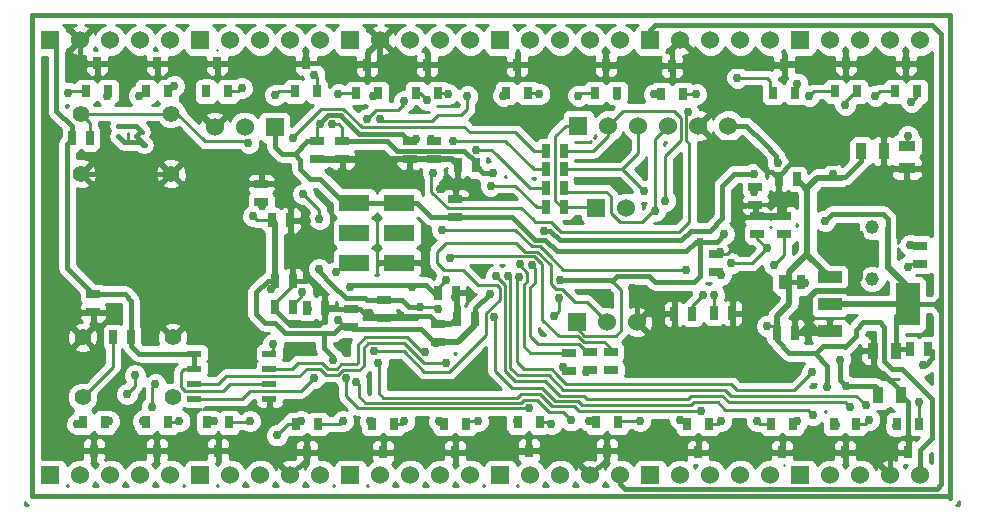
<source format=gbl>
G04 (created by PCBNEW-RS274X (2012-01-19 BZR 3256)-stable) date Tue 07 Aug 2012 08:30:04 PM COT*
G01*
G70*
G90*
%MOIN*%
G04 Gerber Fmt 3.4, Leading zero omitted, Abs format*
%FSLAX34Y34*%
G04 APERTURE LIST*
%ADD10C,0.006000*%
%ADD11C,0.015000*%
%ADD12R,0.060000X0.060000*%
%ADD13C,0.060000*%
%ADD14C,0.055000*%
%ADD15R,0.080000X0.144000*%
%ADD16R,0.080000X0.040000*%
%ADD17R,0.045000X0.025000*%
%ADD18R,0.025000X0.045000*%
%ADD19R,0.035000X0.055000*%
%ADD20R,0.055000X0.035000*%
%ADD21R,0.100000X0.055000*%
%ADD22R,0.045000X0.020000*%
%ADD23R,0.031000X0.039000*%
%ADD24C,0.045400*%
%ADD25C,0.030000*%
%ADD26C,0.009000*%
%ADD27C,0.016000*%
%ADD28C,0.020000*%
%ADD29C,0.010000*%
G04 APERTURE END LIST*
G54D10*
G54D11*
X39400Y-34450D02*
X39400Y-18400D01*
X70000Y-34450D02*
X39400Y-34450D01*
X70000Y-34400D02*
X70000Y-34450D01*
X70000Y-34500D02*
X70000Y-34400D01*
X70000Y-34400D02*
X70000Y-34500D01*
X70000Y-18400D02*
X70000Y-34400D01*
X39400Y-18400D02*
X70000Y-18400D01*
X65020Y-27323D02*
X64429Y-27323D01*
G54D12*
X47475Y-22150D03*
G54D13*
X46475Y-22150D03*
X45475Y-22150D03*
G54D14*
X41069Y-31157D03*
X41069Y-29157D03*
X44069Y-31157D03*
X44069Y-29157D03*
X44020Y-21697D03*
X44020Y-23697D03*
X41020Y-21697D03*
X41020Y-23697D03*
G54D15*
X68574Y-28061D03*
G54D16*
X65974Y-28061D03*
X65974Y-27161D03*
X65974Y-28961D03*
G54D17*
X41427Y-27722D03*
X41427Y-28322D03*
X52800Y-22625D03*
X52800Y-23225D03*
G54D18*
X52925Y-27675D03*
X53525Y-27675D03*
X48550Y-28175D03*
X49150Y-28175D03*
G54D17*
X47030Y-24640D03*
X47030Y-24040D03*
G54D18*
X48080Y-28150D03*
X47480Y-28150D03*
X47475Y-27275D03*
X48075Y-27275D03*
G54D17*
X51975Y-22625D03*
X51975Y-23225D03*
G54D18*
X47397Y-25256D03*
X47997Y-25256D03*
G54D17*
X50025Y-28825D03*
X50025Y-28225D03*
X48875Y-22625D03*
X48875Y-23225D03*
X52925Y-29325D03*
X52925Y-28725D03*
G54D18*
X54158Y-28533D03*
X53558Y-28533D03*
G54D17*
X53500Y-25150D03*
X53500Y-24550D03*
X49725Y-22625D03*
X49725Y-23225D03*
G54D18*
X54175Y-23425D03*
X53575Y-23425D03*
G54D17*
X51125Y-27925D03*
X51125Y-28525D03*
G54D19*
X67600Y-31075D03*
X68350Y-31075D03*
G54D20*
X68550Y-22775D03*
X68550Y-23525D03*
G54D19*
X67025Y-22950D03*
X67775Y-22950D03*
X68175Y-29600D03*
X67425Y-29600D03*
G54D17*
X64449Y-25713D03*
X64449Y-25113D03*
X63563Y-25723D03*
X63563Y-25123D03*
X69000Y-26700D03*
X69000Y-26100D03*
X62175Y-26383D03*
X62175Y-26983D03*
G54D18*
X64808Y-28996D03*
X64208Y-28996D03*
X64275Y-23875D03*
X64875Y-23875D03*
X62725Y-28350D03*
X62125Y-28350D03*
X60800Y-28375D03*
X61400Y-28375D03*
G54D21*
X51625Y-24675D03*
X51625Y-25675D03*
X51625Y-26675D03*
X50125Y-26675D03*
X50125Y-25675D03*
X50125Y-24675D03*
G54D18*
X65005Y-27323D03*
X64405Y-27323D03*
G54D12*
X60000Y-33750D03*
G54D13*
X61000Y-33750D03*
X62000Y-33750D03*
X63000Y-33750D03*
X64000Y-33750D03*
G54D12*
X55000Y-33750D03*
G54D13*
X56000Y-33750D03*
X57000Y-33750D03*
X58000Y-33750D03*
X59000Y-33750D03*
G54D12*
X50000Y-33750D03*
G54D13*
X51000Y-33750D03*
X52000Y-33750D03*
X53000Y-33750D03*
X54000Y-33750D03*
G54D12*
X45000Y-33750D03*
G54D13*
X46000Y-33750D03*
X47000Y-33750D03*
X48000Y-33750D03*
X49000Y-33750D03*
G54D12*
X40000Y-33750D03*
G54D13*
X41000Y-33750D03*
X42000Y-33750D03*
X43000Y-33750D03*
X44000Y-33750D03*
G54D12*
X45000Y-19250D03*
G54D13*
X46000Y-19250D03*
X47000Y-19250D03*
X48000Y-19250D03*
X49000Y-19250D03*
G54D12*
X40000Y-19250D03*
G54D13*
X41000Y-19250D03*
X42000Y-19250D03*
X43000Y-19250D03*
X44000Y-19250D03*
G54D12*
X65000Y-19250D03*
G54D13*
X66000Y-19250D03*
X67000Y-19250D03*
X68000Y-19250D03*
X69000Y-19250D03*
G54D12*
X60000Y-19250D03*
G54D13*
X61000Y-19250D03*
X62000Y-19250D03*
X63000Y-19250D03*
X64000Y-19250D03*
G54D12*
X55000Y-19250D03*
G54D13*
X56000Y-19250D03*
X57000Y-19250D03*
X58000Y-19250D03*
X59000Y-19250D03*
G54D22*
X44800Y-29700D03*
X44800Y-30200D03*
X44800Y-30700D03*
X44800Y-31200D03*
X47300Y-31200D03*
X47300Y-30700D03*
X47300Y-30200D03*
X47300Y-29700D03*
G54D12*
X65000Y-33750D03*
G54D13*
X66000Y-33750D03*
X67000Y-33750D03*
X68000Y-33750D03*
X69000Y-33750D03*
G54D12*
X50000Y-19250D03*
G54D13*
X51000Y-19250D03*
X52000Y-19250D03*
X53000Y-19250D03*
X54000Y-19250D03*
G54D12*
X57550Y-28650D03*
G54D13*
X58550Y-28650D03*
X59550Y-28650D03*
G54D23*
X60350Y-21040D03*
X61090Y-21040D03*
X60720Y-20100D03*
X64090Y-21010D03*
X64830Y-21010D03*
X64460Y-20070D03*
X66140Y-20960D03*
X66880Y-20960D03*
X66510Y-20020D03*
X68140Y-20960D03*
X68880Y-20960D03*
X68510Y-20020D03*
X50190Y-21010D03*
X50930Y-21010D03*
X50560Y-20070D03*
X52190Y-21010D03*
X52930Y-21010D03*
X52560Y-20070D03*
X55190Y-21010D03*
X55930Y-21010D03*
X55560Y-20070D03*
X58140Y-21010D03*
X58880Y-21010D03*
X58510Y-20070D03*
G54D18*
X42080Y-29140D03*
X42680Y-29140D03*
G54D17*
X63500Y-24150D03*
X63500Y-24750D03*
G54D18*
X40725Y-22525D03*
X41325Y-22525D03*
X56510Y-24190D03*
X57110Y-24190D03*
X56510Y-22950D03*
X57110Y-22950D03*
X56510Y-23560D03*
X57110Y-23560D03*
X56510Y-24820D03*
X57110Y-24820D03*
G54D23*
X41190Y-20960D03*
X41930Y-20960D03*
X41560Y-20020D03*
X43190Y-20960D03*
X43930Y-20960D03*
X43560Y-20020D03*
X45190Y-20960D03*
X45930Y-20960D03*
X45560Y-20020D03*
X48140Y-20960D03*
X48880Y-20960D03*
X48510Y-20020D03*
X41810Y-31990D03*
X41070Y-31990D03*
X41440Y-32930D03*
X51460Y-32040D03*
X50720Y-32040D03*
X51090Y-32980D03*
X61960Y-32040D03*
X61220Y-32040D03*
X61590Y-32980D03*
X43910Y-31990D03*
X43170Y-31990D03*
X43540Y-32930D03*
X53860Y-32040D03*
X53120Y-32040D03*
X53490Y-32980D03*
X64760Y-32040D03*
X64020Y-32040D03*
X64390Y-32980D03*
X45960Y-31990D03*
X45220Y-31990D03*
X45590Y-32930D03*
X56310Y-31990D03*
X55570Y-31990D03*
X55940Y-32930D03*
X66860Y-32040D03*
X66120Y-32040D03*
X66490Y-32980D03*
X48910Y-32040D03*
X48170Y-32040D03*
X48540Y-32980D03*
X58910Y-31990D03*
X58170Y-31990D03*
X58540Y-32930D03*
X68960Y-32040D03*
X68220Y-32040D03*
X68590Y-32980D03*
G54D12*
X58200Y-24850D03*
G54D13*
X59200Y-24850D03*
G54D12*
X57600Y-22100D03*
G54D13*
X58600Y-22100D03*
X59600Y-22100D03*
X60600Y-22100D03*
X61600Y-22100D03*
X62600Y-22100D03*
G54D17*
X58675Y-30250D03*
X58675Y-29650D03*
X57975Y-30250D03*
X57975Y-29650D03*
X57300Y-30275D03*
X57300Y-29675D03*
G54D18*
X68650Y-29550D03*
X69250Y-29550D03*
G54D24*
X67394Y-25484D03*
X67394Y-27216D03*
G54D25*
X52675Y-22550D03*
X53175Y-27250D03*
X48575Y-28200D03*
X47040Y-24790D03*
X63450Y-23700D03*
X56450Y-25600D03*
X52050Y-27475D03*
X50000Y-27475D03*
X68575Y-22450D03*
X66325Y-29900D03*
X66525Y-30775D03*
X49370Y-22047D03*
X52325Y-28150D03*
X48950Y-26875D03*
X54764Y-23671D03*
X48400Y-27630D03*
X69075Y-30075D03*
X52925Y-28225D03*
X48967Y-25207D03*
X48430Y-24380D03*
X52025Y-24675D03*
X49575Y-28575D03*
X61654Y-25965D03*
X62461Y-25709D03*
X48996Y-22047D03*
X64240Y-23360D03*
X52175Y-22550D03*
X65827Y-25266D03*
X54650Y-27700D03*
X46752Y-25118D03*
X56975Y-27250D03*
X47350Y-27540D03*
X52836Y-29336D03*
X49420Y-29900D03*
X63878Y-28780D03*
X66100Y-23700D03*
X65900Y-30800D03*
X60150Y-24950D03*
X60500Y-24600D03*
X59775Y-24275D03*
X53050Y-25575D03*
X61200Y-26900D03*
X53200Y-30000D03*
X47425Y-29375D03*
X48800Y-30500D03*
X52500Y-29650D03*
X56775Y-28450D03*
X56950Y-27830D03*
X54200Y-22900D03*
X48080Y-22510D03*
X53425Y-22600D03*
X54675Y-24100D03*
X53325Y-26525D03*
X56050Y-26750D03*
X55650Y-26725D03*
X50775Y-29625D03*
X49525Y-26975D03*
X42550Y-31050D03*
X42825Y-30425D03*
X43400Y-31475D03*
X43500Y-30725D03*
X55950Y-31525D03*
X49850Y-30525D03*
X57350Y-31925D03*
X50200Y-30650D03*
X50925Y-30000D03*
X61675Y-31600D03*
X54800Y-28475D03*
X65425Y-31750D03*
X54850Y-27125D03*
X66650Y-31475D03*
X67175Y-31425D03*
X55250Y-27125D03*
X55625Y-27150D03*
X65375Y-30325D03*
X52740Y-23670D03*
X61250Y-21650D03*
X53900Y-21125D03*
X50975Y-21875D03*
X51800Y-21275D03*
X50550Y-21875D03*
X46600Y-22675D03*
X68652Y-26083D03*
X68573Y-26801D03*
X64129Y-26747D03*
X63898Y-26181D03*
X62677Y-26693D03*
X65157Y-27362D03*
X49200Y-28200D03*
X51700Y-28450D03*
X52550Y-26800D03*
X59400Y-27500D03*
X48560Y-25270D03*
X66969Y-25748D03*
X66100Y-21900D03*
X48600Y-27200D03*
X53480Y-27800D03*
X50679Y-28455D03*
X49695Y-23652D03*
X67400Y-29100D03*
X67750Y-23850D03*
X51043Y-23730D03*
X62313Y-26319D03*
X62721Y-29252D03*
X64300Y-24400D03*
X52992Y-24213D03*
X57075Y-30150D03*
X57850Y-30313D03*
X58800Y-30250D03*
X40900Y-32050D03*
X43100Y-31950D03*
X44300Y-31950D03*
X50650Y-31950D03*
X56700Y-32050D03*
X54250Y-31950D03*
X49750Y-31950D03*
X45450Y-31950D03*
X49600Y-21050D03*
X52550Y-21250D03*
X44125Y-20775D03*
X42950Y-21100D03*
X41900Y-21100D03*
X40600Y-21000D03*
X55100Y-21100D03*
X58900Y-21100D03*
X57600Y-21100D03*
X46375Y-20850D03*
X45200Y-20875D03*
X48800Y-20400D03*
X67500Y-21100D03*
X60110Y-21060D03*
X62900Y-20500D03*
X65300Y-21100D03*
X61000Y-31900D03*
X59650Y-31950D03*
X66200Y-32075D03*
X51800Y-31950D03*
X68200Y-32125D03*
X68950Y-31300D03*
X64900Y-20700D03*
X66500Y-21400D03*
X68700Y-21300D03*
X52950Y-31950D03*
X55550Y-31950D03*
X57950Y-31950D03*
X47550Y-32425D03*
X48350Y-31950D03*
X41950Y-31950D03*
X46650Y-31950D03*
X63550Y-31950D03*
X62350Y-31950D03*
X64900Y-31950D03*
X67300Y-31900D03*
X50750Y-21100D03*
X53250Y-21050D03*
X56300Y-21050D03*
X61530Y-21050D03*
X47500Y-21075D03*
X62125Y-27750D03*
X61750Y-27750D03*
X62352Y-27067D03*
X63450Y-24300D03*
G54D26*
X42600Y-22650D02*
X42600Y-22350D01*
G54D27*
X42850Y-22100D02*
X43050Y-22300D01*
X43000Y-22650D02*
X42600Y-22650D01*
X42600Y-22650D02*
X42450Y-22650D01*
X43100Y-22750D02*
X43000Y-22650D01*
X43150Y-22750D02*
X43100Y-22750D01*
X42850Y-22450D02*
X43150Y-22750D01*
X43000Y-22300D02*
X42850Y-22450D01*
X43050Y-22300D02*
X43000Y-22300D01*
X42250Y-22100D02*
X42850Y-22100D01*
X70000Y-34450D02*
X70000Y-18400D01*
X39400Y-18400D02*
X70000Y-18400D01*
X39400Y-34450D02*
X39600Y-34450D01*
X39850Y-34450D02*
X70000Y-34450D01*
X39600Y-34450D02*
X39850Y-34450D01*
X39400Y-34450D02*
X39400Y-18400D01*
X42450Y-22650D02*
X42250Y-22450D01*
X57375Y-25925D02*
X61025Y-25925D01*
X56975Y-25925D02*
X57375Y-25925D01*
X56450Y-25600D02*
X56650Y-25600D01*
G54D26*
X68550Y-22775D02*
X68550Y-22475D01*
G54D27*
X61350Y-25600D02*
X61975Y-25600D01*
G54D26*
X52725Y-22550D02*
X52800Y-22625D01*
X52675Y-22550D02*
X52725Y-22550D01*
X48575Y-28200D02*
X48550Y-28175D01*
G54D27*
X63450Y-23700D02*
X62800Y-23700D01*
X61975Y-25600D02*
X62400Y-25175D01*
X62400Y-25175D02*
X62400Y-24425D01*
G54D26*
X52925Y-27675D02*
X52925Y-27500D01*
X52925Y-27500D02*
X53175Y-27250D01*
X52050Y-27425D02*
X52050Y-27475D01*
G54D27*
X50625Y-27425D02*
X50050Y-27425D01*
X52050Y-27425D02*
X50625Y-27425D01*
X50050Y-27425D02*
X50000Y-27475D01*
X56650Y-25600D02*
X56975Y-25925D01*
X62400Y-24100D02*
X62400Y-24425D01*
X47040Y-24790D02*
X47030Y-24780D01*
X47030Y-24780D02*
X47030Y-24640D01*
X61025Y-25925D02*
X61350Y-25600D01*
X62800Y-23700D02*
X62400Y-24100D01*
X52925Y-27675D02*
X52775Y-27675D01*
X52525Y-27425D02*
X52050Y-27425D01*
X52775Y-27675D02*
X52525Y-27425D01*
G54D26*
X68550Y-22475D02*
X68575Y-22450D01*
G54D27*
X49850Y-27850D02*
X49400Y-27400D01*
X66325Y-30575D02*
X66325Y-29900D01*
X66525Y-30775D02*
X66325Y-30575D01*
X51125Y-27925D02*
X50550Y-27925D01*
G54D26*
X49606Y-22047D02*
X49725Y-22166D01*
G54D27*
X48950Y-26875D02*
X48950Y-26950D01*
X51235Y-22625D02*
X49725Y-22625D01*
X51950Y-28150D02*
X52325Y-28150D01*
X51725Y-27925D02*
X51950Y-28150D01*
G54D26*
X52850Y-28150D02*
X52325Y-28150D01*
G54D27*
X48950Y-26950D02*
X49400Y-27400D01*
X50550Y-27925D02*
X50475Y-27850D01*
X51125Y-27925D02*
X51725Y-27925D01*
G54D26*
X48080Y-28070D02*
X48400Y-27750D01*
X48400Y-27750D02*
X48400Y-27630D01*
X48080Y-28150D02*
X48080Y-28070D01*
G54D27*
X50475Y-27850D02*
X49850Y-27850D01*
X67600Y-30875D02*
X67500Y-30775D01*
X67500Y-30775D02*
X66525Y-30775D01*
X67600Y-31075D02*
X67600Y-30875D01*
X69300Y-29600D02*
X69250Y-29550D01*
X69075Y-30075D02*
X69175Y-30075D01*
X69400Y-29850D02*
X69400Y-29600D01*
X69175Y-30075D02*
X69400Y-29850D01*
X69400Y-29600D02*
X69300Y-29600D01*
G54D26*
X48430Y-24380D02*
X48967Y-24917D01*
X52925Y-28225D02*
X52850Y-28150D01*
G54D27*
X54175Y-23318D02*
X53790Y-22933D01*
G54D26*
X49725Y-22166D02*
X49725Y-22625D01*
G54D27*
X54764Y-23671D02*
X54421Y-23671D01*
X54421Y-23671D02*
X54175Y-23425D01*
X51543Y-22933D02*
X51235Y-22625D01*
X54175Y-23425D02*
X54175Y-23318D01*
G54D26*
X49370Y-22047D02*
X49606Y-22047D01*
G54D27*
X53790Y-22933D02*
X51543Y-22933D01*
G54D26*
X48967Y-24917D02*
X48967Y-25207D01*
G54D27*
X62600Y-22100D02*
X63200Y-22100D01*
X47350Y-27540D02*
X47475Y-27415D01*
X46840Y-27680D02*
X46860Y-27660D01*
G54D26*
X49825Y-28825D02*
X50025Y-28825D01*
X49575Y-28575D02*
X49825Y-28825D01*
G54D27*
X49125Y-29525D02*
X49125Y-29025D01*
X69489Y-28061D02*
X69539Y-28061D01*
X49420Y-29820D02*
X49125Y-29525D01*
X50025Y-28825D02*
X49650Y-28825D01*
X60150Y-18750D02*
X60000Y-18900D01*
G54D28*
X54158Y-28533D02*
X54158Y-28746D01*
G54D27*
X64200Y-23100D02*
X64200Y-23150D01*
X61510Y-25965D02*
X61200Y-26275D01*
X61200Y-26275D02*
X56875Y-26275D01*
X48140Y-23050D02*
X47725Y-23050D01*
X56875Y-26275D02*
X56500Y-25900D01*
X61654Y-25965D02*
X61510Y-25965D01*
X47725Y-23050D02*
X47475Y-22800D01*
X48565Y-22625D02*
X48140Y-23050D01*
G54D28*
X47475Y-27275D02*
X47475Y-26447D01*
G54D27*
X49675Y-21750D02*
X49675Y-21775D01*
X61650Y-27100D02*
X61650Y-25969D01*
X61650Y-25969D02*
X61654Y-25965D01*
X69700Y-27850D02*
X69525Y-28025D01*
G54D26*
X48996Y-22047D02*
X48875Y-22168D01*
G54D27*
X48875Y-22625D02*
X48565Y-22625D01*
G54D28*
X65974Y-28061D02*
X68574Y-28061D01*
X47475Y-26305D02*
X47475Y-25955D01*
G54D27*
X46860Y-27660D02*
X47245Y-27275D01*
X64240Y-23360D02*
X64200Y-23320D01*
X49450Y-29025D02*
X49125Y-29025D01*
G54D28*
X47475Y-25334D02*
X47397Y-25256D01*
G54D27*
X69525Y-28025D02*
X69489Y-28061D01*
X47475Y-22800D02*
X47475Y-22150D01*
X47825Y-29025D02*
X47725Y-28925D01*
X68175Y-28460D02*
X68574Y-28061D01*
X68574Y-28061D02*
X69550Y-28061D01*
X50075Y-28875D02*
X50025Y-28825D01*
X41427Y-27722D02*
X40550Y-26845D01*
G54D26*
X52175Y-22550D02*
X52100Y-22625D01*
X46890Y-25256D02*
X47397Y-25256D01*
G54D27*
X54158Y-28192D02*
X54650Y-27700D01*
X52800Y-29325D02*
X52925Y-29325D01*
X49125Y-29025D02*
X47825Y-29025D01*
X46853Y-28373D02*
X46840Y-28360D01*
X46840Y-28360D02*
X46840Y-27680D01*
X47475Y-28675D02*
X47155Y-28675D01*
X47155Y-28675D02*
X46853Y-28373D01*
X53500Y-25150D02*
X52700Y-25150D01*
X68175Y-29600D02*
X68175Y-28460D01*
X52836Y-29336D02*
X52847Y-29325D01*
X47725Y-28925D02*
X47475Y-28675D01*
X49650Y-28825D02*
X49450Y-29025D01*
X47475Y-27415D02*
X47475Y-27275D01*
X69539Y-28061D02*
X69550Y-28050D01*
X69525Y-28125D02*
X69700Y-28300D01*
X60000Y-18900D02*
X60000Y-19250D01*
G54D26*
X59025Y-28925D02*
X58850Y-29100D01*
G54D27*
X61654Y-25965D02*
X62205Y-25965D01*
X50750Y-28875D02*
X52350Y-28875D01*
X52847Y-29325D02*
X52925Y-29325D01*
X49000Y-23875D02*
X48650Y-23875D01*
X48996Y-22004D02*
X49250Y-21750D01*
X52350Y-28875D02*
X52800Y-29325D01*
X62205Y-25965D02*
X62461Y-25709D01*
G54D26*
X46752Y-25118D02*
X46890Y-25256D01*
G54D27*
X48325Y-23235D02*
X48140Y-23050D01*
X58725Y-27250D02*
X58750Y-27250D01*
G54D26*
X48875Y-22168D02*
X48875Y-22625D01*
G54D27*
X47245Y-27275D02*
X47475Y-27275D01*
X54158Y-28533D02*
X54158Y-28192D01*
X52025Y-24675D02*
X51625Y-24675D01*
X52225Y-24675D02*
X51625Y-24675D01*
X63775Y-22675D02*
X64200Y-23100D01*
X69550Y-28061D02*
X69700Y-28061D01*
X56500Y-25900D02*
X56350Y-25900D01*
X41427Y-27722D02*
X42472Y-27722D01*
X42472Y-27722D02*
X42680Y-27930D01*
X42680Y-27930D02*
X42680Y-29140D01*
X49420Y-29900D02*
X49420Y-29820D01*
X49800Y-24675D02*
X49000Y-23875D01*
X50125Y-24675D02*
X49800Y-24675D01*
G54D28*
X47475Y-26447D02*
X47475Y-26305D01*
G54D27*
X58900Y-27100D02*
X59950Y-27100D01*
X58750Y-27250D02*
X58900Y-27100D01*
X59950Y-27100D02*
X60150Y-27300D01*
X61450Y-27300D02*
X61650Y-27100D01*
X40200Y-19450D02*
X40000Y-19250D01*
X40200Y-21600D02*
X40200Y-19450D01*
X68225Y-29550D02*
X68175Y-29600D01*
X68650Y-29550D02*
X68225Y-29550D01*
X67904Y-25204D02*
X67750Y-25050D01*
X67750Y-25050D02*
X66043Y-25050D01*
X66043Y-25050D02*
X65827Y-25266D01*
X67904Y-25500D02*
X67904Y-25204D01*
G54D28*
X67904Y-26822D02*
X67904Y-25900D01*
X68574Y-27492D02*
X67904Y-26822D01*
G54D27*
X67904Y-25900D02*
X67904Y-25500D01*
X67900Y-26818D02*
X67900Y-25500D01*
X67900Y-25500D02*
X67904Y-25500D01*
X68574Y-27492D02*
X67900Y-26818D01*
X68574Y-28061D02*
X68574Y-27492D01*
X44800Y-30200D02*
X44800Y-29700D01*
X42950Y-29700D02*
X42680Y-29430D01*
X42680Y-29430D02*
X42680Y-29140D01*
X44800Y-29700D02*
X42950Y-29700D01*
G54D26*
X44450Y-30200D02*
X44800Y-30200D01*
X44350Y-30300D02*
X44450Y-30200D01*
X44350Y-30800D02*
X44350Y-30300D01*
X44500Y-30950D02*
X44350Y-30800D01*
X45750Y-30950D02*
X44500Y-30950D01*
X46000Y-30700D02*
X45750Y-30950D01*
X47300Y-30700D02*
X46000Y-30700D01*
G54D27*
X69700Y-28300D02*
X69700Y-28100D01*
X69525Y-28025D02*
X69525Y-28125D01*
X59000Y-34050D02*
X59000Y-33750D01*
X59150Y-34200D02*
X59000Y-34050D01*
X69550Y-34200D02*
X59150Y-34200D01*
X69700Y-34050D02*
X69550Y-34200D01*
X69700Y-28300D02*
X69700Y-34050D01*
G54D28*
X47475Y-25955D02*
X47475Y-25334D01*
G54D27*
X56150Y-25900D02*
X55400Y-25150D01*
G54D26*
X57550Y-28850D02*
X57550Y-28650D01*
X57800Y-29100D02*
X57550Y-28850D01*
G54D27*
X49250Y-21750D02*
X49675Y-21750D01*
X69700Y-19050D02*
X69400Y-18750D01*
G54D26*
X59025Y-27575D02*
X58725Y-27275D01*
X59025Y-28625D02*
X59025Y-27575D01*
G54D27*
X56975Y-27250D02*
X58725Y-27250D01*
X50275Y-22375D02*
X51725Y-22375D01*
X69400Y-18750D02*
X60150Y-18750D01*
X40550Y-26845D02*
X40550Y-22700D01*
X52700Y-25150D02*
X52225Y-24675D01*
X50750Y-28875D02*
X50075Y-28875D01*
X51625Y-24675D02*
X50125Y-24675D01*
X69550Y-28050D02*
X69550Y-28061D01*
X69700Y-28061D02*
X69700Y-28100D01*
G54D28*
X54158Y-28746D02*
X53579Y-29325D01*
G54D27*
X40725Y-22125D02*
X40200Y-21600D01*
X60150Y-27300D02*
X61450Y-27300D01*
X48325Y-23550D02*
X48325Y-23235D01*
X48650Y-23875D02*
X48325Y-23550D01*
X40550Y-22700D02*
X40725Y-22525D01*
G54D26*
X59025Y-28625D02*
X59025Y-28925D01*
G54D27*
X48996Y-22047D02*
X48996Y-22004D01*
X55400Y-25150D02*
X53500Y-25150D01*
X56350Y-25900D02*
X56150Y-25900D01*
X69700Y-28100D02*
X69700Y-27850D01*
X51725Y-22375D02*
X51975Y-22625D01*
X40725Y-22525D02*
X40725Y-22125D01*
X58725Y-27250D02*
X58725Y-27275D01*
X49675Y-21775D02*
X50275Y-22375D01*
X64200Y-23320D02*
X64200Y-23150D01*
X63200Y-22100D02*
X63775Y-22675D01*
X69700Y-27850D02*
X69700Y-19050D01*
G54D26*
X52100Y-22625D02*
X51975Y-22625D01*
G54D28*
X53579Y-29325D02*
X52925Y-29325D01*
G54D26*
X58850Y-29100D02*
X57800Y-29100D01*
G54D27*
X66306Y-23844D02*
X66350Y-23800D01*
G54D26*
X64208Y-28996D02*
X64208Y-28873D01*
G54D27*
X64208Y-28996D02*
X64208Y-29258D01*
X66500Y-23800D02*
X66350Y-23800D01*
G54D28*
X65200Y-24200D02*
X64875Y-23875D01*
X65221Y-24200D02*
X65200Y-24200D01*
X64208Y-28449D02*
X64621Y-28036D01*
X65221Y-24200D02*
X65221Y-26393D01*
G54D26*
X64115Y-28780D02*
X63878Y-28780D01*
G54D28*
X64208Y-28996D02*
X64208Y-28449D01*
X64562Y-27323D02*
X64621Y-27382D01*
G54D27*
X66244Y-23844D02*
X66306Y-23844D01*
G54D28*
X66350Y-23844D02*
X65566Y-23844D01*
X64621Y-26993D02*
X65221Y-26393D01*
G54D27*
X66350Y-23844D02*
X66350Y-23800D01*
G54D28*
X65221Y-24200D02*
X65221Y-24189D01*
G54D26*
X64208Y-28873D02*
X64115Y-28780D01*
G54D27*
X64625Y-29675D02*
X65475Y-29675D01*
G54D28*
X65221Y-26393D02*
X65221Y-26408D01*
G54D27*
X64208Y-29258D02*
X64625Y-29675D01*
G54D28*
X64621Y-28036D02*
X64621Y-27382D01*
G54D27*
X66244Y-23844D02*
X66100Y-23700D01*
X65750Y-29450D02*
X66450Y-29450D01*
X66450Y-29450D02*
X66475Y-29475D01*
X65475Y-29675D02*
X65525Y-29675D01*
X66850Y-29100D02*
X66850Y-28900D01*
X66850Y-28900D02*
X67100Y-28650D01*
X67100Y-28650D02*
X67650Y-28650D01*
X67650Y-28650D02*
X67800Y-28800D01*
X67800Y-29400D02*
X67800Y-29450D01*
X67800Y-28800D02*
X67800Y-29400D01*
X66475Y-29475D02*
X66850Y-29100D01*
X69400Y-31250D02*
X69400Y-31200D01*
X68400Y-30200D02*
X68300Y-30200D01*
X69400Y-31200D02*
X68400Y-30200D01*
X69000Y-33750D02*
X69000Y-32900D01*
X69400Y-32500D02*
X69400Y-31250D01*
X69000Y-32900D02*
X69400Y-32500D01*
X67800Y-29400D02*
X67800Y-29950D01*
X68050Y-30200D02*
X68300Y-30200D01*
X67800Y-29950D02*
X68050Y-30200D01*
G54D28*
X65221Y-26408D02*
X65974Y-27161D01*
G54D27*
X65475Y-29675D02*
X65900Y-30100D01*
G54D28*
X64405Y-27323D02*
X64562Y-27323D01*
G54D27*
X65900Y-30100D02*
X65900Y-30800D01*
X67025Y-22950D02*
X67025Y-23275D01*
G54D28*
X64621Y-27382D02*
X64621Y-26993D01*
G54D27*
X67025Y-23275D02*
X66500Y-23800D01*
G54D28*
X65221Y-24189D02*
X65566Y-23844D01*
G54D27*
X65525Y-29675D02*
X65750Y-29450D01*
G54D26*
X60150Y-22550D02*
X60150Y-22600D01*
X60150Y-24050D02*
X60150Y-22550D01*
X60150Y-24350D02*
X60150Y-24050D01*
X60150Y-24950D02*
X60150Y-24350D01*
X60100Y-24950D02*
X59725Y-25325D01*
X59725Y-25325D02*
X58975Y-25325D01*
X60150Y-22550D02*
X60600Y-22100D01*
X60150Y-22600D02*
X60150Y-22550D01*
X58975Y-25325D02*
X58675Y-25025D01*
X58675Y-25025D02*
X58675Y-24450D01*
X58675Y-24450D02*
X58525Y-24300D01*
X58525Y-24300D02*
X57220Y-24300D01*
X57220Y-24300D02*
X57110Y-24190D01*
X60150Y-24950D02*
X60100Y-24950D01*
X57110Y-22950D02*
X58100Y-22950D01*
X61025Y-21850D02*
X60775Y-21600D01*
X58100Y-22950D02*
X58600Y-22450D01*
X58600Y-22450D02*
X58600Y-22100D01*
X60500Y-23100D02*
X61025Y-22575D01*
X61025Y-22575D02*
X61025Y-21850D01*
X60500Y-24600D02*
X60500Y-23100D01*
X59100Y-21600D02*
X58600Y-22100D01*
X60775Y-21600D02*
X59100Y-21600D01*
X58090Y-23560D02*
X59060Y-23560D01*
X59600Y-23020D02*
X59060Y-23560D01*
X58090Y-23560D02*
X57110Y-23560D01*
X59060Y-23560D02*
X59775Y-24275D01*
X59600Y-22100D02*
X59600Y-23020D01*
X56638Y-26438D02*
X57100Y-26900D01*
X57400Y-26900D02*
X61200Y-26900D01*
X53050Y-25575D02*
X55500Y-25575D01*
X55500Y-25575D02*
X56050Y-26125D01*
X56550Y-26350D02*
X56325Y-26125D01*
X57100Y-26900D02*
X57400Y-26900D01*
X56325Y-26125D02*
X56050Y-26125D01*
X56550Y-26350D02*
X56638Y-26438D01*
X45600Y-30700D02*
X45850Y-30450D01*
X45850Y-30450D02*
X48300Y-30450D01*
X48300Y-30450D02*
X48550Y-30200D01*
X48550Y-30200D02*
X48950Y-30200D01*
X49750Y-30250D02*
X50300Y-30250D01*
X50300Y-30250D02*
X50450Y-30100D01*
X50450Y-30100D02*
X50450Y-29500D01*
X50450Y-29500D02*
X50600Y-29350D01*
X50600Y-29350D02*
X51800Y-29350D01*
X51800Y-29350D02*
X52450Y-30000D01*
X52450Y-30000D02*
X53200Y-30000D01*
X44800Y-30700D02*
X45600Y-30700D01*
X49000Y-30200D02*
X49200Y-30400D01*
X49200Y-30400D02*
X49600Y-30400D01*
X49600Y-30400D02*
X49750Y-30250D01*
X48950Y-30200D02*
X49000Y-30200D01*
X47425Y-29575D02*
X47300Y-29700D01*
X47425Y-29375D02*
X47425Y-29575D01*
X46400Y-31200D02*
X46650Y-30950D01*
X46650Y-30950D02*
X48350Y-30950D01*
X48350Y-30950D02*
X48800Y-30500D01*
X44800Y-31200D02*
X46400Y-31200D01*
X49450Y-30200D02*
X49500Y-30200D01*
X49500Y-30200D02*
X49550Y-30200D01*
X49550Y-30200D02*
X49700Y-30050D01*
X49700Y-30050D02*
X50200Y-30050D01*
X50200Y-30050D02*
X50250Y-30000D01*
X50250Y-30000D02*
X50250Y-29400D01*
X50250Y-29400D02*
X50500Y-29150D01*
X50500Y-29150D02*
X51900Y-29150D01*
X51900Y-29150D02*
X52400Y-29650D01*
X52400Y-29650D02*
X52500Y-29650D01*
X49250Y-30200D02*
X49450Y-30200D01*
X49050Y-30000D02*
X49250Y-30200D01*
X48050Y-30200D02*
X48250Y-30000D01*
X48250Y-30000D02*
X49050Y-30000D01*
X47300Y-30200D02*
X48050Y-30200D01*
X56775Y-28450D02*
X56950Y-28275D01*
X56950Y-28275D02*
X56950Y-27830D01*
X54700Y-22900D02*
X54850Y-23050D01*
X56510Y-24190D02*
X55980Y-24190D01*
X55980Y-24190D02*
X54850Y-23060D01*
X54200Y-22900D02*
X54700Y-22900D01*
X54850Y-23050D02*
X54850Y-23060D01*
X49763Y-21538D02*
X50375Y-22150D01*
X48080Y-22483D02*
X48080Y-22510D01*
X52875Y-22150D02*
X53800Y-22150D01*
X49025Y-21538D02*
X48080Y-22483D01*
X55500Y-22325D02*
X56125Y-22950D01*
X53975Y-22325D02*
X55500Y-22325D01*
X56125Y-22950D02*
X56510Y-22950D01*
X53800Y-22150D02*
X53975Y-22325D01*
X49763Y-21538D02*
X49025Y-21538D01*
X50375Y-22150D02*
X52875Y-22150D01*
X56510Y-23560D02*
X56110Y-23560D01*
X56110Y-23560D02*
X55150Y-22600D01*
X55150Y-22600D02*
X53425Y-22600D01*
X56510Y-24820D02*
X56220Y-24820D01*
X55500Y-24100D02*
X54675Y-24100D01*
X56220Y-24820D02*
X55500Y-24100D01*
X53325Y-26525D02*
X53350Y-26525D01*
X56400Y-28575D02*
X56400Y-27025D01*
X58450Y-29300D02*
X57775Y-29300D01*
X56950Y-29125D02*
X56400Y-28575D01*
X58675Y-29650D02*
X58675Y-29525D01*
X56400Y-26725D02*
X56130Y-26455D01*
X57600Y-29125D02*
X56950Y-29125D01*
X56400Y-27025D02*
X56400Y-27000D01*
X56400Y-27025D02*
X56400Y-26725D01*
X57775Y-29300D02*
X57600Y-29125D01*
X53395Y-26455D02*
X53325Y-26525D01*
X58675Y-29525D02*
X58450Y-29300D01*
X56130Y-26455D02*
X53395Y-26455D01*
X56250Y-29375D02*
X55975Y-29100D01*
X57975Y-29650D02*
X57900Y-29650D01*
X57625Y-29375D02*
X56250Y-29375D01*
X57900Y-29650D02*
X57625Y-29375D01*
X56150Y-27325D02*
X56150Y-26850D01*
X56150Y-26850D02*
X56050Y-26750D01*
X55975Y-27500D02*
X56150Y-27325D01*
X55975Y-29100D02*
X55975Y-27500D01*
X55775Y-27400D02*
X55900Y-27275D01*
X55775Y-29450D02*
X55775Y-27400D01*
X56000Y-29675D02*
X55775Y-29450D01*
X57300Y-29675D02*
X56000Y-29675D01*
X55900Y-27275D02*
X55900Y-27000D01*
X55900Y-27000D02*
X55650Y-26750D01*
X55650Y-26750D02*
X55650Y-26725D01*
X51775Y-29625D02*
X52450Y-30300D01*
X52450Y-30300D02*
X53100Y-30300D01*
X50775Y-29625D02*
X51500Y-29625D01*
X54975Y-27500D02*
X54900Y-27425D01*
X56675Y-26825D02*
X56675Y-26750D01*
X53900Y-26000D02*
X53175Y-26000D01*
X53175Y-26000D02*
X52875Y-26300D01*
X53300Y-30300D02*
X54525Y-29075D01*
X54525Y-29075D02*
X54525Y-28350D01*
X54525Y-28350D02*
X54975Y-27900D01*
X57875Y-27975D02*
X58550Y-28650D01*
X56850Y-27550D02*
X57050Y-27550D01*
X51500Y-29625D02*
X51775Y-29625D01*
X53100Y-30300D02*
X53300Y-30300D01*
X57475Y-27975D02*
X57875Y-27975D01*
X56675Y-27275D02*
X56675Y-26825D01*
X57050Y-27550D02*
X57475Y-27975D01*
X55900Y-26300D02*
X55825Y-26300D01*
X52875Y-26300D02*
X52875Y-26675D01*
X52875Y-26675D02*
X53125Y-26925D01*
X53125Y-26925D02*
X53750Y-26925D01*
X53750Y-26925D02*
X54250Y-27425D01*
X54250Y-27425D02*
X54575Y-27425D01*
X54900Y-27425D02*
X54575Y-27425D01*
X54975Y-27900D02*
X54975Y-27500D01*
X56675Y-27375D02*
X56850Y-27550D01*
X56675Y-27275D02*
X56675Y-27375D01*
X56675Y-26750D02*
X56225Y-26300D01*
X56225Y-26300D02*
X55900Y-26300D01*
X55525Y-26000D02*
X53900Y-26000D01*
X55825Y-26300D02*
X55525Y-26000D01*
X49825Y-26675D02*
X50125Y-26675D01*
X49525Y-26975D02*
X49825Y-26675D01*
X42550Y-31050D02*
X42825Y-30775D01*
X42825Y-30775D02*
X42825Y-30425D01*
X43500Y-30725D02*
X43400Y-30825D01*
X43400Y-30825D02*
X43400Y-31475D01*
X49850Y-31125D02*
X49850Y-30525D01*
X50250Y-31525D02*
X49850Y-31125D01*
X51050Y-31525D02*
X50250Y-31525D01*
X51050Y-31525D02*
X55950Y-31525D01*
X56225Y-31250D02*
X56625Y-31650D01*
X55525Y-31350D02*
X55700Y-31350D01*
X50200Y-30650D02*
X50275Y-30725D01*
X50275Y-30725D02*
X50275Y-31125D01*
X50275Y-31125D02*
X50500Y-31350D01*
X56625Y-31650D02*
X57075Y-31650D01*
X55800Y-31250D02*
X56225Y-31250D01*
X55700Y-31350D02*
X55800Y-31250D01*
X51125Y-31350D02*
X55525Y-31350D01*
X55525Y-31350D02*
X55550Y-31350D01*
X50500Y-31350D02*
X51125Y-31350D01*
X57075Y-31650D02*
X57350Y-31925D01*
X55550Y-31175D02*
X55675Y-31050D01*
X57450Y-31450D02*
X57625Y-31625D01*
X61650Y-31625D02*
X61675Y-31600D01*
X55675Y-31050D02*
X56325Y-31050D01*
X50925Y-30000D02*
X50950Y-30025D01*
X57625Y-31625D02*
X61650Y-31625D01*
X50950Y-30025D02*
X50950Y-31025D01*
X56325Y-31050D02*
X56725Y-31450D01*
X51100Y-31175D02*
X55550Y-31175D01*
X56725Y-31450D02*
X57450Y-31450D01*
X50950Y-31025D02*
X51100Y-31175D01*
X57575Y-31275D02*
X57725Y-31425D01*
X56400Y-30850D02*
X56825Y-31275D01*
X61350Y-31425D02*
X61450Y-31325D01*
X55400Y-30850D02*
X56400Y-30850D01*
X57725Y-31425D02*
X61350Y-31425D01*
X61450Y-31325D02*
X62250Y-31325D01*
X54800Y-28475D02*
X54825Y-28500D01*
X62250Y-31325D02*
X62500Y-31575D01*
X62500Y-31575D02*
X65250Y-31575D01*
X65250Y-31575D02*
X65425Y-31750D01*
X54825Y-30275D02*
X55400Y-30850D01*
X54825Y-28500D02*
X54825Y-30275D01*
X56825Y-31275D02*
X57575Y-31275D01*
X55500Y-30625D02*
X55750Y-30625D01*
X55150Y-27425D02*
X55150Y-30275D01*
X62400Y-31100D02*
X62625Y-31325D01*
X54850Y-27125D02*
X55150Y-27425D01*
X57775Y-31100D02*
X57875Y-31200D01*
X55150Y-30275D02*
X55500Y-30625D01*
X61250Y-31200D02*
X61350Y-31100D01*
X62625Y-31325D02*
X66500Y-31325D01*
X66500Y-31325D02*
X66650Y-31475D01*
X61350Y-31100D02*
X62400Y-31100D01*
X56500Y-30625D02*
X56975Y-31100D01*
X55750Y-30625D02*
X56500Y-30625D01*
X56975Y-31100D02*
X57775Y-31100D01*
X57875Y-31200D02*
X61250Y-31200D01*
X56625Y-30425D02*
X57100Y-30900D01*
X62700Y-31100D02*
X66850Y-31100D01*
X55850Y-30425D02*
X56625Y-30425D01*
X55575Y-30425D02*
X55325Y-30175D01*
X66850Y-31100D02*
X67175Y-31425D01*
X55325Y-30175D02*
X55325Y-27200D01*
X55325Y-27200D02*
X55250Y-27125D01*
X55850Y-30425D02*
X55575Y-30425D01*
X57100Y-30900D02*
X62500Y-30900D01*
X62500Y-30900D02*
X62700Y-31100D01*
X55550Y-29975D02*
X55800Y-30225D01*
X56725Y-30225D02*
X56900Y-30400D01*
X55625Y-27150D02*
X55550Y-27225D01*
X55550Y-27225D02*
X55550Y-29975D01*
X64800Y-30900D02*
X65375Y-30325D01*
X62875Y-30900D02*
X64800Y-30900D01*
X56900Y-30400D02*
X56900Y-30425D01*
X57200Y-30725D02*
X62700Y-30725D01*
X56900Y-30425D02*
X57200Y-30725D01*
X55800Y-30225D02*
X56725Y-30225D01*
X62700Y-30725D02*
X62875Y-30900D01*
X61180Y-21900D02*
X61180Y-21720D01*
X61300Y-24800D02*
X61300Y-22700D01*
X61180Y-22580D02*
X61180Y-21900D01*
X61300Y-24800D02*
X61300Y-25300D01*
X61300Y-22700D02*
X61180Y-22580D01*
X60950Y-25650D02*
X57325Y-25650D01*
X52700Y-24310D02*
X52700Y-23710D01*
X61300Y-25300D02*
X60950Y-25650D01*
X61180Y-21720D02*
X61250Y-21650D01*
X53240Y-24850D02*
X52700Y-24310D01*
X57325Y-25650D02*
X57025Y-25650D01*
X57025Y-25650D02*
X56675Y-25300D01*
X56150Y-25300D02*
X56075Y-25225D01*
X55700Y-24850D02*
X56075Y-25225D01*
X55700Y-24850D02*
X53240Y-24850D01*
X56675Y-25300D02*
X56150Y-25300D01*
X52700Y-23710D02*
X52740Y-23670D01*
X61180Y-21900D02*
X61180Y-21890D01*
X51050Y-21950D02*
X52725Y-21950D01*
X52725Y-21950D02*
X52925Y-21750D01*
X53900Y-21550D02*
X53900Y-21125D01*
X52925Y-21750D02*
X53700Y-21750D01*
X53700Y-21750D02*
X53900Y-21550D01*
X50975Y-21875D02*
X51050Y-21950D01*
X51800Y-21275D02*
X51800Y-21375D01*
X50850Y-21575D02*
X51600Y-21575D01*
X51800Y-21375D02*
X51600Y-21575D01*
X50550Y-21875D02*
X50850Y-21575D01*
X41020Y-21697D02*
X44020Y-21697D01*
X41325Y-22525D02*
X41325Y-22002D01*
X41325Y-22002D02*
X41020Y-21697D01*
X45150Y-22625D02*
X44222Y-21697D01*
X46600Y-22675D02*
X46550Y-22625D01*
X44222Y-21697D02*
X44020Y-21697D01*
X46550Y-22625D02*
X45150Y-22625D01*
X42080Y-30146D02*
X41069Y-31157D01*
X42080Y-29140D02*
X42080Y-30146D01*
X68669Y-26100D02*
X69000Y-26100D01*
X68652Y-26083D02*
X68669Y-26100D01*
X68674Y-26700D02*
X69000Y-26700D01*
X68573Y-26801D02*
X68674Y-26700D01*
X64449Y-26427D02*
X64449Y-25713D01*
X64129Y-26747D02*
X64449Y-26427D01*
X63898Y-26181D02*
X63927Y-26152D01*
X63927Y-26152D02*
X63386Y-26693D01*
X63563Y-25866D02*
X63563Y-25723D01*
X63927Y-26152D02*
X63849Y-26152D01*
X63386Y-26693D02*
X62677Y-26693D01*
X63849Y-26152D02*
X63563Y-25866D01*
G54D28*
X65118Y-27323D02*
X65157Y-27362D01*
X65005Y-27323D02*
X65118Y-27323D01*
G54D27*
X66500Y-22150D02*
X66500Y-23050D01*
X48510Y-20020D02*
X50510Y-20020D01*
X64700Y-23350D02*
X64275Y-23775D01*
X44550Y-21300D02*
X44550Y-20150D01*
X51625Y-26675D02*
X52425Y-26675D01*
X48950Y-28750D02*
X49150Y-28550D01*
X66500Y-22050D02*
X66550Y-22050D01*
X44550Y-20020D02*
X44700Y-20020D01*
X66500Y-22150D02*
X66500Y-22100D01*
X66490Y-32980D02*
X64390Y-32980D01*
X68590Y-32980D02*
X68120Y-32980D01*
X53270Y-32980D02*
X53490Y-32980D01*
X41000Y-19800D02*
X41000Y-19500D01*
X64510Y-20020D02*
X64460Y-20070D01*
X69120Y-20020D02*
X69350Y-20250D01*
X48075Y-27275D02*
X48525Y-27275D01*
G54D26*
X53030Y-24175D02*
X53600Y-24175D01*
G54D27*
X47490Y-24040D02*
X47030Y-24040D01*
G54D28*
X66969Y-27165D02*
X66536Y-27598D01*
G54D27*
X62725Y-29248D02*
X62721Y-29252D01*
X68510Y-20020D02*
X69120Y-20020D01*
X47997Y-25256D02*
X48011Y-25270D01*
X51090Y-32980D02*
X53270Y-32980D01*
X41560Y-20020D02*
X43560Y-20020D01*
X58540Y-33210D02*
X58000Y-33750D01*
X58540Y-32930D02*
X58540Y-33210D01*
X50025Y-28225D02*
X49200Y-28225D01*
X49200Y-28225D02*
X49150Y-28175D01*
X50679Y-28455D02*
X50555Y-28455D01*
X50325Y-28225D02*
X50025Y-28225D01*
X50555Y-28455D02*
X50325Y-28225D01*
X48000Y-28750D02*
X47480Y-28230D01*
X47480Y-28230D02*
X47480Y-28150D01*
X48750Y-28750D02*
X48950Y-28750D01*
X49150Y-28550D02*
X49150Y-28175D01*
X64300Y-24400D02*
X64275Y-24400D01*
G54D28*
X65315Y-28701D02*
X65610Y-28996D01*
G54D27*
X51000Y-19500D02*
X51000Y-19925D01*
X51000Y-19950D02*
X51120Y-20070D01*
X68000Y-33750D02*
X68000Y-33350D01*
X41440Y-32930D02*
X43540Y-32930D01*
X48540Y-32980D02*
X51090Y-32980D01*
X64275Y-23875D02*
X64050Y-23650D01*
X63900Y-23650D02*
X62900Y-22650D01*
X60152Y-29252D02*
X59550Y-28650D01*
G54D28*
X65039Y-28996D02*
X65118Y-28917D01*
G54D26*
X62175Y-26383D02*
X62537Y-26383D01*
G54D28*
X66536Y-27598D02*
X65532Y-27598D01*
X48875Y-23225D02*
X49725Y-23225D01*
G54D26*
X51043Y-23730D02*
X51024Y-23711D01*
G54D27*
X44020Y-23697D02*
X41020Y-23697D01*
X62900Y-22650D02*
X62150Y-22650D01*
X62150Y-22650D02*
X61600Y-22100D01*
X50963Y-19287D02*
X51000Y-19250D01*
X44550Y-20150D02*
X44570Y-20150D01*
X47997Y-25256D02*
X47997Y-24547D01*
X64430Y-20100D02*
X64460Y-20070D01*
X48750Y-28750D02*
X48000Y-28750D01*
X52425Y-26675D02*
X52550Y-26800D01*
G54D26*
X48075Y-27415D02*
X47608Y-27882D01*
G54D27*
X45400Y-22150D02*
X44550Y-21300D01*
X66200Y-23350D02*
X64700Y-23350D01*
X66510Y-20020D02*
X64510Y-20020D01*
G54D26*
X51024Y-23711D02*
X51024Y-23356D01*
G54D27*
X66500Y-22100D02*
X66300Y-21900D01*
X60720Y-19530D02*
X61000Y-19250D01*
X64275Y-23775D02*
X64275Y-23875D01*
X60720Y-20100D02*
X60720Y-19530D01*
X45560Y-20020D02*
X48510Y-20020D01*
X66500Y-22050D02*
X66500Y-22150D01*
G54D26*
X51073Y-23307D02*
X51102Y-23307D01*
G54D27*
X66550Y-22050D02*
X66700Y-21900D01*
G54D26*
X47608Y-27882D02*
X47480Y-28010D01*
X47480Y-28010D02*
X47480Y-28150D01*
X48075Y-27275D02*
X48075Y-27415D01*
G54D27*
X66700Y-21900D02*
X66500Y-21900D01*
X60720Y-20100D02*
X64430Y-20100D01*
X58540Y-20100D02*
X58510Y-20070D01*
X47997Y-24547D02*
X47490Y-24040D01*
X66500Y-21900D02*
X66500Y-22050D01*
X44550Y-20150D02*
X44500Y-20150D01*
X44570Y-20150D02*
X44700Y-20020D01*
X53525Y-27800D02*
X53550Y-27775D01*
X67775Y-22950D02*
X67775Y-22150D01*
G54D26*
X50984Y-23225D02*
X50984Y-23316D01*
G54D27*
X41427Y-28322D02*
X41427Y-28799D01*
X41427Y-28799D02*
X41069Y-29157D01*
X58540Y-32930D02*
X61540Y-32930D01*
X45475Y-22150D02*
X45400Y-22150D01*
X53480Y-27800D02*
X53525Y-27800D01*
X60720Y-20100D02*
X58540Y-20100D01*
X64275Y-24400D02*
X64250Y-24400D01*
X69350Y-22600D02*
X69350Y-23200D01*
X69025Y-23525D02*
X68550Y-23525D01*
X69350Y-23200D02*
X69025Y-23525D01*
X48011Y-25270D02*
X48560Y-25270D01*
X41000Y-19800D02*
X41000Y-19250D01*
X50963Y-19962D02*
X50963Y-19287D01*
X69350Y-21550D02*
X69350Y-22600D01*
X53558Y-27708D02*
X53525Y-27675D01*
X53558Y-28533D02*
X53558Y-27708D01*
X48525Y-27275D02*
X48600Y-27200D01*
X66500Y-23050D02*
X66200Y-23350D01*
X61540Y-32930D02*
X61590Y-32980D01*
X44700Y-20020D02*
X45560Y-20020D01*
X66300Y-21900D02*
X66100Y-21900D01*
G54D26*
X49200Y-28200D02*
X49175Y-28175D01*
X49175Y-28175D02*
X49150Y-28175D01*
G54D27*
X50510Y-20020D02*
X50560Y-20070D01*
G54D28*
X64808Y-28996D02*
X65118Y-28996D01*
G54D27*
X44550Y-20150D02*
X44550Y-20020D01*
X44500Y-20150D02*
X44370Y-20020D01*
G54D28*
X65610Y-28996D02*
X65974Y-28961D01*
G54D27*
X69350Y-20250D02*
X69350Y-21550D01*
X60800Y-28375D02*
X59825Y-28375D01*
X59825Y-28375D02*
X59550Y-28650D01*
X67525Y-21900D02*
X66700Y-21900D01*
G54D28*
X64449Y-25113D02*
X63573Y-25113D01*
G54D26*
X62970Y-25950D02*
X62970Y-25310D01*
G54D28*
X65532Y-27598D02*
X65315Y-27815D01*
X51975Y-23225D02*
X52800Y-23225D01*
G54D27*
X67525Y-21900D02*
X67775Y-22150D01*
G54D28*
X53558Y-27783D02*
X53550Y-27775D01*
G54D26*
X51102Y-23307D02*
X51102Y-23225D01*
G54D27*
X43560Y-20020D02*
X44370Y-20020D01*
X68590Y-32980D02*
X68590Y-31315D01*
X40450Y-32700D02*
X40450Y-29776D01*
X40450Y-29776D02*
X41069Y-29157D01*
G54D28*
X65315Y-28701D02*
X65020Y-28996D01*
X62249Y-26383D02*
X62175Y-26383D01*
G54D27*
X51055Y-28455D02*
X51125Y-28525D01*
X50679Y-28455D02*
X51055Y-28455D01*
X52650Y-28450D02*
X51700Y-28450D01*
G54D28*
X51102Y-23225D02*
X51975Y-23225D01*
X50984Y-23225D02*
X51102Y-23225D01*
G54D27*
X55940Y-32930D02*
X58540Y-32930D01*
G54D28*
X66969Y-25748D02*
X66969Y-27165D01*
G54D27*
X55890Y-32980D02*
X55940Y-32930D01*
X44370Y-20020D02*
X44550Y-20020D01*
G54D26*
X63157Y-25123D02*
X63563Y-25123D01*
G54D27*
X48490Y-32930D02*
X48540Y-32980D01*
X47180Y-32930D02*
X48490Y-32930D01*
X47000Y-32930D02*
X47180Y-32930D01*
X46820Y-32930D02*
X47000Y-32930D01*
X45590Y-32930D02*
X46820Y-32930D01*
X61775Y-29252D02*
X60152Y-29252D01*
X68120Y-32980D02*
X67855Y-32980D01*
X59550Y-28650D02*
X59550Y-27650D01*
X51000Y-19925D02*
X50963Y-19962D01*
X50963Y-19962D02*
X50855Y-20070D01*
G54D28*
X62721Y-29252D02*
X61775Y-29252D01*
G54D27*
X68590Y-31315D02*
X68350Y-31075D01*
X44363Y-24040D02*
X44020Y-23697D01*
X40680Y-32930D02*
X40450Y-32700D01*
X68350Y-30950D02*
X67750Y-30350D01*
X67750Y-30350D02*
X67650Y-30350D01*
X67650Y-30350D02*
X67425Y-30125D01*
X67425Y-30125D02*
X67425Y-29600D01*
X68350Y-31075D02*
X68350Y-30950D01*
X67750Y-23850D02*
X67775Y-23850D01*
X51125Y-28525D02*
X51200Y-28450D01*
G54D28*
X62313Y-26319D02*
X62249Y-26383D01*
G54D27*
X67775Y-23850D02*
X67775Y-22950D01*
X52925Y-28725D02*
X52650Y-28450D01*
X53500Y-24550D02*
X53500Y-24275D01*
X53490Y-32980D02*
X55890Y-32980D01*
X47000Y-32800D02*
X47050Y-32800D01*
X47050Y-32800D02*
X47180Y-32930D01*
X47000Y-32800D02*
X46950Y-32800D01*
X46950Y-32800D02*
X46820Y-32930D01*
X47300Y-31200D02*
X47300Y-32050D01*
X47000Y-32350D02*
X47000Y-32800D01*
X47000Y-32800D02*
X47000Y-32930D01*
X47300Y-32050D02*
X47000Y-32350D01*
X63500Y-25060D02*
X63563Y-25123D01*
X63500Y-24750D02*
X63500Y-25060D01*
X67855Y-32980D02*
X66490Y-32980D01*
X67425Y-29125D02*
X67400Y-29100D01*
X67425Y-29600D02*
X67425Y-29125D01*
G54D26*
X50984Y-23316D02*
X51024Y-23356D01*
X49725Y-23622D02*
X49725Y-23225D01*
G54D27*
X64275Y-24400D02*
X64275Y-24939D01*
X64275Y-24939D02*
X64449Y-25113D01*
G54D26*
X62537Y-26383D02*
X62970Y-25950D01*
G54D27*
X51120Y-20070D02*
X50855Y-20070D01*
X68000Y-33350D02*
X68000Y-33100D01*
G54D26*
X62970Y-25310D02*
X63157Y-25123D01*
G54D28*
X53600Y-24175D02*
X53600Y-23450D01*
G54D27*
X62725Y-28350D02*
X62725Y-29248D01*
G54D28*
X53366Y-28725D02*
X52925Y-28725D01*
G54D27*
X68510Y-20020D02*
X66510Y-20020D01*
X64275Y-23875D02*
X64275Y-24400D01*
X53500Y-24275D02*
X53600Y-24175D01*
X41220Y-20020D02*
X41000Y-19800D01*
G54D28*
X65939Y-28996D02*
X65974Y-28961D01*
G54D27*
X66500Y-21900D02*
X66300Y-21900D01*
G54D26*
X49695Y-23652D02*
X49725Y-23622D01*
G54D27*
X41560Y-20020D02*
X41220Y-20020D01*
G54D28*
X53558Y-28533D02*
X53558Y-27783D01*
G54D27*
X50855Y-20070D02*
X50560Y-20070D01*
X58510Y-20070D02*
X52560Y-20070D01*
G54D26*
X51024Y-23356D02*
X51073Y-23307D01*
G54D28*
X53375Y-23225D02*
X53575Y-23425D01*
X63573Y-25113D02*
X63563Y-25123D01*
G54D27*
X59550Y-27650D02*
X59400Y-27500D01*
G54D28*
X52800Y-23225D02*
X53375Y-23225D01*
G54D27*
X51200Y-28450D02*
X51700Y-28450D01*
X68000Y-33100D02*
X67975Y-33100D01*
X68550Y-23525D02*
X68100Y-23525D01*
X68100Y-23525D02*
X67775Y-23850D01*
G54D28*
X65020Y-28996D02*
X65039Y-28996D01*
G54D27*
X47030Y-24040D02*
X44363Y-24040D01*
X67975Y-33100D02*
X67855Y-32980D01*
X64390Y-32980D02*
X61590Y-32980D01*
X41440Y-32930D02*
X40680Y-32930D01*
X48540Y-33210D02*
X48000Y-33750D01*
G54D28*
X49725Y-23225D02*
X50984Y-23225D01*
G54D27*
X68000Y-33100D02*
X68120Y-32980D01*
X51000Y-19925D02*
X51000Y-19950D01*
X52560Y-20070D02*
X51120Y-20070D01*
X48540Y-32980D02*
X48540Y-33210D01*
X43540Y-32930D02*
X45590Y-32930D01*
G54D28*
X65118Y-28917D02*
X65118Y-28996D01*
X53558Y-28533D02*
X53366Y-28725D01*
X53600Y-23450D02*
X53575Y-23425D01*
G54D26*
X52992Y-24213D02*
X53030Y-24175D01*
G54D28*
X65118Y-28996D02*
X65939Y-28996D01*
G54D27*
X64050Y-23650D02*
X63900Y-23650D01*
G54D28*
X65315Y-27815D02*
X65315Y-28701D01*
G54D27*
X68000Y-33500D02*
X68000Y-33350D01*
G54D26*
X57200Y-30275D02*
X57075Y-30150D01*
X57300Y-30275D02*
X57200Y-30275D01*
X57913Y-30250D02*
X57850Y-30313D01*
X57975Y-30250D02*
X57913Y-30250D01*
X58800Y-30250D02*
X58675Y-30250D01*
X56825Y-24600D02*
X56825Y-22450D01*
X56825Y-22450D02*
X57175Y-22100D01*
X57045Y-24820D02*
X56825Y-24600D01*
X57110Y-24820D02*
X58170Y-24820D01*
X58170Y-24820D02*
X58200Y-24850D01*
X57175Y-22100D02*
X57600Y-22100D01*
X57110Y-24820D02*
X57045Y-24820D01*
X40900Y-32050D02*
X40960Y-31990D01*
X40960Y-31990D02*
X41070Y-31990D01*
X43100Y-31950D02*
X43140Y-31990D01*
X43140Y-31990D02*
X43170Y-31990D01*
X44300Y-31950D02*
X44260Y-31990D01*
X44260Y-31990D02*
X43910Y-31990D01*
X50650Y-31950D02*
X50720Y-32040D01*
X50720Y-32020D02*
X50650Y-31950D01*
X50720Y-32040D02*
X50720Y-32020D01*
X56310Y-31990D02*
X56640Y-31990D01*
X56640Y-31990D02*
X56700Y-32050D01*
X54250Y-31950D02*
X53950Y-31950D01*
X53950Y-31950D02*
X53860Y-32040D01*
X49660Y-32040D02*
X48910Y-32040D01*
X49750Y-31950D02*
X49660Y-32040D01*
X45410Y-31990D02*
X45450Y-31950D01*
X45220Y-31990D02*
X45410Y-31990D01*
X50190Y-21010D02*
X49640Y-21010D01*
X49640Y-21010D02*
X49600Y-21050D01*
X52310Y-21010D02*
X52550Y-21250D01*
X52190Y-21010D02*
X52310Y-21010D01*
X43940Y-20960D02*
X44125Y-20775D01*
X43930Y-20960D02*
X43940Y-20960D01*
X43090Y-20960D02*
X43190Y-20960D01*
X42950Y-21100D02*
X43090Y-20960D01*
X41930Y-21070D02*
X41900Y-21100D01*
X41930Y-20960D02*
X41930Y-21070D01*
X41190Y-20960D02*
X40640Y-20960D01*
X40640Y-20960D02*
X40600Y-21000D01*
X55100Y-21100D02*
X55190Y-21010D01*
X58880Y-21080D02*
X58880Y-21010D01*
X58900Y-21100D02*
X58880Y-21080D01*
X57600Y-21100D02*
X57690Y-21010D01*
X57690Y-21010D02*
X58140Y-21010D01*
X45930Y-20960D02*
X46265Y-20960D01*
X46265Y-20960D02*
X46375Y-20850D01*
X45190Y-20885D02*
X45190Y-20960D01*
X45200Y-20875D02*
X45190Y-20885D01*
X48880Y-20480D02*
X48800Y-20400D01*
X48880Y-20960D02*
X48880Y-20480D01*
X67500Y-21100D02*
X67640Y-20960D01*
X67640Y-20960D02*
X68140Y-20960D01*
X60350Y-21040D02*
X60330Y-21060D01*
X60330Y-21060D02*
X60110Y-21060D01*
X63900Y-20500D02*
X64000Y-20600D01*
X64000Y-20920D02*
X64090Y-21010D01*
X62900Y-20500D02*
X63900Y-20500D01*
X64000Y-20600D02*
X64000Y-20920D01*
X65440Y-20960D02*
X65300Y-21100D01*
X66140Y-20960D02*
X65440Y-20960D01*
X61140Y-32040D02*
X61000Y-31900D01*
X61220Y-32040D02*
X61140Y-32040D01*
X58950Y-31950D02*
X58910Y-31990D01*
X59650Y-31950D02*
X58950Y-31950D01*
X66200Y-32075D02*
X66165Y-32040D01*
X66165Y-32040D02*
X66120Y-32040D01*
X51710Y-32040D02*
X51800Y-31950D01*
X51460Y-32040D02*
X51710Y-32040D01*
X68220Y-32105D02*
X68220Y-32040D01*
X68200Y-32125D02*
X68220Y-32105D01*
X68950Y-31300D02*
X68960Y-31310D01*
X68960Y-31310D02*
X68960Y-32040D01*
X64830Y-21010D02*
X64830Y-20770D01*
X64830Y-20770D02*
X64900Y-20700D01*
X66500Y-21300D02*
X66500Y-21400D01*
X66840Y-20960D02*
X66500Y-21300D01*
X66880Y-20960D02*
X66840Y-20960D01*
X68880Y-21120D02*
X68700Y-21300D01*
X68880Y-20960D02*
X68880Y-21120D01*
X52950Y-32005D02*
X52950Y-31950D01*
X52915Y-32040D02*
X52950Y-32005D01*
X53120Y-32040D02*
X52915Y-32040D01*
X55570Y-31970D02*
X55570Y-31990D01*
X55550Y-31950D02*
X55570Y-31970D01*
X57990Y-31990D02*
X57950Y-31950D01*
X58170Y-31990D02*
X57990Y-31990D01*
X47935Y-32040D02*
X48170Y-32040D01*
X48170Y-32040D02*
X48260Y-32040D01*
X47550Y-32425D02*
X47935Y-32040D01*
X48260Y-32040D02*
X48350Y-31950D01*
X41910Y-31990D02*
X41810Y-31990D01*
X41950Y-31950D02*
X41910Y-31990D01*
X46610Y-31990D02*
X45960Y-31990D01*
X46650Y-31950D02*
X46610Y-31990D01*
X63640Y-32040D02*
X63550Y-31950D01*
X64020Y-32040D02*
X63640Y-32040D01*
X62260Y-32040D02*
X62350Y-31950D01*
X61960Y-32040D02*
X62260Y-32040D01*
X64810Y-32040D02*
X64760Y-32040D01*
X64900Y-31950D02*
X64810Y-32040D01*
X67160Y-32040D02*
X67300Y-31900D01*
X66860Y-32040D02*
X67160Y-32040D01*
X50840Y-21010D02*
X50750Y-21100D01*
X50930Y-21010D02*
X50840Y-21010D01*
X53210Y-21010D02*
X53250Y-21050D01*
X52930Y-21010D02*
X53210Y-21010D01*
X56260Y-21010D02*
X56300Y-21050D01*
X55930Y-21010D02*
X56260Y-21010D01*
X61100Y-21050D02*
X61530Y-21050D01*
X61090Y-21040D02*
X61100Y-21050D01*
X48140Y-20960D02*
X47615Y-20960D01*
X47615Y-20960D02*
X47500Y-21075D01*
X62125Y-27750D02*
X62125Y-28350D01*
X61400Y-28100D02*
X61400Y-28375D01*
X61750Y-27750D02*
X61400Y-28100D01*
X62352Y-27067D02*
X62268Y-26983D01*
X62268Y-26983D02*
X62175Y-26983D01*
X63500Y-24150D02*
X63500Y-24250D01*
X63500Y-24250D02*
X63450Y-24300D01*
G54D10*
G36*
X47530Y-28200D02*
X47430Y-28200D01*
X47430Y-28100D01*
X47530Y-28100D01*
X47530Y-28200D01*
X47530Y-28200D01*
G37*
G54D29*
X47530Y-28200D02*
X47430Y-28200D01*
X47430Y-28100D01*
X47530Y-28100D01*
X47530Y-28200D01*
G54D10*
G36*
X48741Y-21404D02*
X48034Y-22111D01*
X48024Y-22111D01*
X48024Y-21801D01*
X47986Y-21709D01*
X47916Y-21639D01*
X47825Y-21601D01*
X47726Y-21601D01*
X47126Y-21601D01*
X47034Y-21639D01*
X46964Y-21709D01*
X46926Y-21800D01*
X46926Y-21825D01*
X46786Y-21685D01*
X46774Y-21680D01*
X46774Y-20930D01*
X46774Y-20771D01*
X46713Y-20624D01*
X46601Y-20512D01*
X46455Y-20451D01*
X46296Y-20451D01*
X46149Y-20512D01*
X46142Y-20518D01*
X46135Y-20516D01*
X46036Y-20516D01*
X45965Y-20516D01*
X45965Y-20132D01*
X45903Y-20070D01*
X45610Y-20070D01*
X45610Y-20403D01*
X45672Y-20465D01*
X45764Y-20464D01*
X45856Y-20426D01*
X45926Y-20356D01*
X45964Y-20265D01*
X45964Y-20166D01*
X45965Y-20132D01*
X45965Y-20516D01*
X45726Y-20516D01*
X45634Y-20554D01*
X45564Y-20624D01*
X45559Y-20633D01*
X45556Y-20624D01*
X45510Y-20578D01*
X45510Y-20403D01*
X45510Y-20070D01*
X45217Y-20070D01*
X45155Y-20132D01*
X45156Y-20166D01*
X45156Y-20265D01*
X45194Y-20356D01*
X45264Y-20426D01*
X45356Y-20464D01*
X45448Y-20465D01*
X45510Y-20403D01*
X45510Y-20578D01*
X45486Y-20554D01*
X45395Y-20516D01*
X45375Y-20516D01*
X45280Y-20476D01*
X45121Y-20476D01*
X45024Y-20516D01*
X44986Y-20516D01*
X44894Y-20554D01*
X44824Y-20624D01*
X44786Y-20715D01*
X44786Y-20814D01*
X44786Y-21204D01*
X44824Y-21296D01*
X44894Y-21366D01*
X44985Y-21404D01*
X45084Y-21404D01*
X45394Y-21404D01*
X45486Y-21366D01*
X45556Y-21296D01*
X45560Y-21286D01*
X45564Y-21296D01*
X45634Y-21366D01*
X45725Y-21404D01*
X45824Y-21404D01*
X46134Y-21404D01*
X46226Y-21366D01*
X46296Y-21296D01*
X46315Y-21249D01*
X46454Y-21249D01*
X46601Y-21188D01*
X46713Y-21076D01*
X46774Y-20930D01*
X46774Y-21680D01*
X46584Y-21601D01*
X46366Y-21601D01*
X46164Y-21685D01*
X46010Y-21839D01*
X45972Y-21930D01*
X45947Y-21869D01*
X45853Y-21842D01*
X45783Y-21912D01*
X45783Y-21772D01*
X45756Y-21678D01*
X45554Y-21607D01*
X45341Y-21618D01*
X45194Y-21678D01*
X45167Y-21772D01*
X45475Y-22079D01*
X45783Y-21772D01*
X45783Y-21912D01*
X45546Y-22150D01*
X45475Y-22221D01*
X45404Y-22150D01*
X45369Y-22115D01*
X45097Y-21842D01*
X45003Y-21869D01*
X44953Y-22010D01*
X44545Y-21602D01*
X44545Y-21593D01*
X44465Y-21400D01*
X44318Y-21252D01*
X44314Y-21250D01*
X44334Y-21205D01*
X44334Y-21120D01*
X44351Y-21113D01*
X44463Y-21001D01*
X44524Y-20855D01*
X44524Y-20696D01*
X44463Y-20549D01*
X44351Y-20437D01*
X44205Y-20376D01*
X44046Y-20376D01*
X43965Y-20409D01*
X43965Y-20132D01*
X43903Y-20070D01*
X43610Y-20070D01*
X43610Y-20403D01*
X43672Y-20465D01*
X43764Y-20464D01*
X43856Y-20426D01*
X43926Y-20356D01*
X43964Y-20265D01*
X43964Y-20166D01*
X43965Y-20132D01*
X43965Y-20409D01*
X43899Y-20437D01*
X43820Y-20516D01*
X43726Y-20516D01*
X43634Y-20554D01*
X43564Y-20624D01*
X43559Y-20633D01*
X43556Y-20624D01*
X43510Y-20578D01*
X43510Y-20403D01*
X43510Y-20070D01*
X43217Y-20070D01*
X43155Y-20132D01*
X43156Y-20166D01*
X43156Y-20265D01*
X43194Y-20356D01*
X43264Y-20426D01*
X43356Y-20464D01*
X43448Y-20465D01*
X43510Y-20403D01*
X43510Y-20578D01*
X43486Y-20554D01*
X43395Y-20516D01*
X43296Y-20516D01*
X42986Y-20516D01*
X42894Y-20554D01*
X42824Y-20624D01*
X42786Y-20715D01*
X42786Y-20736D01*
X42724Y-20762D01*
X42612Y-20874D01*
X42551Y-21020D01*
X42551Y-21179D01*
X42612Y-21326D01*
X42688Y-21402D01*
X42162Y-21402D01*
X42178Y-21385D01*
X42226Y-21366D01*
X42296Y-21296D01*
X42334Y-21205D01*
X42334Y-21106D01*
X42334Y-20716D01*
X42296Y-20624D01*
X42226Y-20554D01*
X42135Y-20516D01*
X42036Y-20516D01*
X41965Y-20516D01*
X41965Y-20132D01*
X41903Y-20070D01*
X41610Y-20070D01*
X41610Y-20403D01*
X41672Y-20465D01*
X41764Y-20464D01*
X41856Y-20426D01*
X41926Y-20356D01*
X41964Y-20265D01*
X41964Y-20166D01*
X41965Y-20132D01*
X41965Y-20516D01*
X41726Y-20516D01*
X41634Y-20554D01*
X41564Y-20624D01*
X41559Y-20633D01*
X41556Y-20624D01*
X41510Y-20578D01*
X41510Y-20403D01*
X41510Y-20070D01*
X41217Y-20070D01*
X41155Y-20132D01*
X41156Y-20166D01*
X41156Y-20265D01*
X41194Y-20356D01*
X41264Y-20426D01*
X41356Y-20464D01*
X41448Y-20465D01*
X41510Y-20403D01*
X41510Y-20578D01*
X41486Y-20554D01*
X41395Y-20516D01*
X41296Y-20516D01*
X40986Y-20516D01*
X40894Y-20554D01*
X40824Y-20624D01*
X40810Y-20655D01*
X40680Y-20601D01*
X40530Y-20601D01*
X40530Y-19645D01*
X40549Y-19600D01*
X40549Y-19537D01*
X40622Y-19558D01*
X40929Y-19250D01*
X40622Y-18942D01*
X40549Y-18962D01*
X40549Y-18901D01*
X40511Y-18809D01*
X40441Y-18739D01*
X40419Y-18730D01*
X40836Y-18730D01*
X40719Y-18778D01*
X40692Y-18872D01*
X41000Y-19179D01*
X41308Y-18872D01*
X41281Y-18778D01*
X41144Y-18730D01*
X41821Y-18730D01*
X41689Y-18785D01*
X41535Y-18939D01*
X41497Y-19030D01*
X41472Y-18969D01*
X41378Y-18942D01*
X41071Y-19250D01*
X41000Y-19321D01*
X40692Y-19628D01*
X40719Y-19722D01*
X40921Y-19793D01*
X41134Y-19782D01*
X41156Y-19772D01*
X41156Y-19775D01*
X41156Y-19874D01*
X41155Y-19908D01*
X41217Y-19970D01*
X41460Y-19970D01*
X41510Y-19970D01*
X41610Y-19970D01*
X41660Y-19970D01*
X41903Y-19970D01*
X41965Y-19908D01*
X41964Y-19874D01*
X41964Y-19799D01*
X42109Y-19799D01*
X42311Y-19715D01*
X42465Y-19561D01*
X42500Y-19476D01*
X42535Y-19561D01*
X42689Y-19715D01*
X42891Y-19799D01*
X43109Y-19799D01*
X43156Y-19779D01*
X43156Y-19874D01*
X43155Y-19908D01*
X43217Y-19970D01*
X43460Y-19970D01*
X43510Y-19970D01*
X43610Y-19970D01*
X43660Y-19970D01*
X43903Y-19970D01*
X43965Y-19908D01*
X43964Y-19874D01*
X43964Y-19799D01*
X44109Y-19799D01*
X44311Y-19715D01*
X44451Y-19575D01*
X44451Y-19599D01*
X44489Y-19691D01*
X44559Y-19761D01*
X44650Y-19799D01*
X44749Y-19799D01*
X45156Y-19799D01*
X45156Y-19874D01*
X45155Y-19908D01*
X45217Y-19970D01*
X45460Y-19970D01*
X45510Y-19970D01*
X45610Y-19970D01*
X45660Y-19970D01*
X45903Y-19970D01*
X45965Y-19908D01*
X45964Y-19874D01*
X45964Y-19799D01*
X46109Y-19799D01*
X46311Y-19715D01*
X46465Y-19561D01*
X46500Y-19476D01*
X46535Y-19561D01*
X46689Y-19715D01*
X46891Y-19799D01*
X47109Y-19799D01*
X47311Y-19715D01*
X47465Y-19561D01*
X47500Y-19476D01*
X47535Y-19561D01*
X47689Y-19715D01*
X47891Y-19799D01*
X48106Y-19799D01*
X48106Y-19874D01*
X48105Y-19908D01*
X48167Y-19970D01*
X48460Y-19970D01*
X48460Y-19637D01*
X48424Y-19601D01*
X48465Y-19561D01*
X48500Y-19476D01*
X48535Y-19561D01*
X48585Y-19611D01*
X48560Y-19637D01*
X48560Y-19920D01*
X48560Y-19970D01*
X48560Y-20070D01*
X48460Y-20070D01*
X48410Y-20070D01*
X48167Y-20070D01*
X48105Y-20132D01*
X48106Y-20166D01*
X48106Y-20265D01*
X48144Y-20356D01*
X48214Y-20426D01*
X48306Y-20464D01*
X48398Y-20465D01*
X48401Y-20462D01*
X48401Y-20479D01*
X48431Y-20552D01*
X48345Y-20516D01*
X48246Y-20516D01*
X47936Y-20516D01*
X47844Y-20554D01*
X47774Y-20624D01*
X47756Y-20665D01*
X47615Y-20665D01*
X47558Y-20676D01*
X47421Y-20676D01*
X47274Y-20737D01*
X47162Y-20849D01*
X47101Y-20995D01*
X47101Y-21154D01*
X47162Y-21301D01*
X47274Y-21413D01*
X47420Y-21474D01*
X47579Y-21474D01*
X47726Y-21413D01*
X47808Y-21330D01*
X47844Y-21366D01*
X47935Y-21404D01*
X48034Y-21404D01*
X48344Y-21404D01*
X48436Y-21366D01*
X48506Y-21296D01*
X48510Y-21286D01*
X48514Y-21296D01*
X48584Y-21366D01*
X48675Y-21404D01*
X48741Y-21404D01*
X48741Y-21404D01*
G37*
G54D29*
X48741Y-21404D02*
X48034Y-22111D01*
X48024Y-22111D01*
X48024Y-21801D01*
X47986Y-21709D01*
X47916Y-21639D01*
X47825Y-21601D01*
X47726Y-21601D01*
X47126Y-21601D01*
X47034Y-21639D01*
X46964Y-21709D01*
X46926Y-21800D01*
X46926Y-21825D01*
X46786Y-21685D01*
X46774Y-21680D01*
X46774Y-20930D01*
X46774Y-20771D01*
X46713Y-20624D01*
X46601Y-20512D01*
X46455Y-20451D01*
X46296Y-20451D01*
X46149Y-20512D01*
X46142Y-20518D01*
X46135Y-20516D01*
X46036Y-20516D01*
X45965Y-20516D01*
X45965Y-20132D01*
X45903Y-20070D01*
X45610Y-20070D01*
X45610Y-20403D01*
X45672Y-20465D01*
X45764Y-20464D01*
X45856Y-20426D01*
X45926Y-20356D01*
X45964Y-20265D01*
X45964Y-20166D01*
X45965Y-20132D01*
X45965Y-20516D01*
X45726Y-20516D01*
X45634Y-20554D01*
X45564Y-20624D01*
X45559Y-20633D01*
X45556Y-20624D01*
X45510Y-20578D01*
X45510Y-20403D01*
X45510Y-20070D01*
X45217Y-20070D01*
X45155Y-20132D01*
X45156Y-20166D01*
X45156Y-20265D01*
X45194Y-20356D01*
X45264Y-20426D01*
X45356Y-20464D01*
X45448Y-20465D01*
X45510Y-20403D01*
X45510Y-20578D01*
X45486Y-20554D01*
X45395Y-20516D01*
X45375Y-20516D01*
X45280Y-20476D01*
X45121Y-20476D01*
X45024Y-20516D01*
X44986Y-20516D01*
X44894Y-20554D01*
X44824Y-20624D01*
X44786Y-20715D01*
X44786Y-20814D01*
X44786Y-21204D01*
X44824Y-21296D01*
X44894Y-21366D01*
X44985Y-21404D01*
X45084Y-21404D01*
X45394Y-21404D01*
X45486Y-21366D01*
X45556Y-21296D01*
X45560Y-21286D01*
X45564Y-21296D01*
X45634Y-21366D01*
X45725Y-21404D01*
X45824Y-21404D01*
X46134Y-21404D01*
X46226Y-21366D01*
X46296Y-21296D01*
X46315Y-21249D01*
X46454Y-21249D01*
X46601Y-21188D01*
X46713Y-21076D01*
X46774Y-20930D01*
X46774Y-21680D01*
X46584Y-21601D01*
X46366Y-21601D01*
X46164Y-21685D01*
X46010Y-21839D01*
X45972Y-21930D01*
X45947Y-21869D01*
X45853Y-21842D01*
X45783Y-21912D01*
X45783Y-21772D01*
X45756Y-21678D01*
X45554Y-21607D01*
X45341Y-21618D01*
X45194Y-21678D01*
X45167Y-21772D01*
X45475Y-22079D01*
X45783Y-21772D01*
X45783Y-21912D01*
X45546Y-22150D01*
X45475Y-22221D01*
X45404Y-22150D01*
X45369Y-22115D01*
X45097Y-21842D01*
X45003Y-21869D01*
X44953Y-22010D01*
X44545Y-21602D01*
X44545Y-21593D01*
X44465Y-21400D01*
X44318Y-21252D01*
X44314Y-21250D01*
X44334Y-21205D01*
X44334Y-21120D01*
X44351Y-21113D01*
X44463Y-21001D01*
X44524Y-20855D01*
X44524Y-20696D01*
X44463Y-20549D01*
X44351Y-20437D01*
X44205Y-20376D01*
X44046Y-20376D01*
X43965Y-20409D01*
X43965Y-20132D01*
X43903Y-20070D01*
X43610Y-20070D01*
X43610Y-20403D01*
X43672Y-20465D01*
X43764Y-20464D01*
X43856Y-20426D01*
X43926Y-20356D01*
X43964Y-20265D01*
X43964Y-20166D01*
X43965Y-20132D01*
X43965Y-20409D01*
X43899Y-20437D01*
X43820Y-20516D01*
X43726Y-20516D01*
X43634Y-20554D01*
X43564Y-20624D01*
X43559Y-20633D01*
X43556Y-20624D01*
X43510Y-20578D01*
X43510Y-20403D01*
X43510Y-20070D01*
X43217Y-20070D01*
X43155Y-20132D01*
X43156Y-20166D01*
X43156Y-20265D01*
X43194Y-20356D01*
X43264Y-20426D01*
X43356Y-20464D01*
X43448Y-20465D01*
X43510Y-20403D01*
X43510Y-20578D01*
X43486Y-20554D01*
X43395Y-20516D01*
X43296Y-20516D01*
X42986Y-20516D01*
X42894Y-20554D01*
X42824Y-20624D01*
X42786Y-20715D01*
X42786Y-20736D01*
X42724Y-20762D01*
X42612Y-20874D01*
X42551Y-21020D01*
X42551Y-21179D01*
X42612Y-21326D01*
X42688Y-21402D01*
X42162Y-21402D01*
X42178Y-21385D01*
X42226Y-21366D01*
X42296Y-21296D01*
X42334Y-21205D01*
X42334Y-21106D01*
X42334Y-20716D01*
X42296Y-20624D01*
X42226Y-20554D01*
X42135Y-20516D01*
X42036Y-20516D01*
X41965Y-20516D01*
X41965Y-20132D01*
X41903Y-20070D01*
X41610Y-20070D01*
X41610Y-20403D01*
X41672Y-20465D01*
X41764Y-20464D01*
X41856Y-20426D01*
X41926Y-20356D01*
X41964Y-20265D01*
X41964Y-20166D01*
X41965Y-20132D01*
X41965Y-20516D01*
X41726Y-20516D01*
X41634Y-20554D01*
X41564Y-20624D01*
X41559Y-20633D01*
X41556Y-20624D01*
X41510Y-20578D01*
X41510Y-20403D01*
X41510Y-20070D01*
X41217Y-20070D01*
X41155Y-20132D01*
X41156Y-20166D01*
X41156Y-20265D01*
X41194Y-20356D01*
X41264Y-20426D01*
X41356Y-20464D01*
X41448Y-20465D01*
X41510Y-20403D01*
X41510Y-20578D01*
X41486Y-20554D01*
X41395Y-20516D01*
X41296Y-20516D01*
X40986Y-20516D01*
X40894Y-20554D01*
X40824Y-20624D01*
X40810Y-20655D01*
X40680Y-20601D01*
X40530Y-20601D01*
X40530Y-19645D01*
X40549Y-19600D01*
X40549Y-19537D01*
X40622Y-19558D01*
X40929Y-19250D01*
X40622Y-18942D01*
X40549Y-18962D01*
X40549Y-18901D01*
X40511Y-18809D01*
X40441Y-18739D01*
X40419Y-18730D01*
X40836Y-18730D01*
X40719Y-18778D01*
X40692Y-18872D01*
X41000Y-19179D01*
X41308Y-18872D01*
X41281Y-18778D01*
X41144Y-18730D01*
X41821Y-18730D01*
X41689Y-18785D01*
X41535Y-18939D01*
X41497Y-19030D01*
X41472Y-18969D01*
X41378Y-18942D01*
X41071Y-19250D01*
X41000Y-19321D01*
X40692Y-19628D01*
X40719Y-19722D01*
X40921Y-19793D01*
X41134Y-19782D01*
X41156Y-19772D01*
X41156Y-19775D01*
X41156Y-19874D01*
X41155Y-19908D01*
X41217Y-19970D01*
X41460Y-19970D01*
X41510Y-19970D01*
X41610Y-19970D01*
X41660Y-19970D01*
X41903Y-19970D01*
X41965Y-19908D01*
X41964Y-19874D01*
X41964Y-19799D01*
X42109Y-19799D01*
X42311Y-19715D01*
X42465Y-19561D01*
X42500Y-19476D01*
X42535Y-19561D01*
X42689Y-19715D01*
X42891Y-19799D01*
X43109Y-19799D01*
X43156Y-19779D01*
X43156Y-19874D01*
X43155Y-19908D01*
X43217Y-19970D01*
X43460Y-19970D01*
X43510Y-19970D01*
X43610Y-19970D01*
X43660Y-19970D01*
X43903Y-19970D01*
X43965Y-19908D01*
X43964Y-19874D01*
X43964Y-19799D01*
X44109Y-19799D01*
X44311Y-19715D01*
X44451Y-19575D01*
X44451Y-19599D01*
X44489Y-19691D01*
X44559Y-19761D01*
X44650Y-19799D01*
X44749Y-19799D01*
X45156Y-19799D01*
X45156Y-19874D01*
X45155Y-19908D01*
X45217Y-19970D01*
X45460Y-19970D01*
X45510Y-19970D01*
X45610Y-19970D01*
X45660Y-19970D01*
X45903Y-19970D01*
X45965Y-19908D01*
X45964Y-19874D01*
X45964Y-19799D01*
X46109Y-19799D01*
X46311Y-19715D01*
X46465Y-19561D01*
X46500Y-19476D01*
X46535Y-19561D01*
X46689Y-19715D01*
X46891Y-19799D01*
X47109Y-19799D01*
X47311Y-19715D01*
X47465Y-19561D01*
X47500Y-19476D01*
X47535Y-19561D01*
X47689Y-19715D01*
X47891Y-19799D01*
X48106Y-19799D01*
X48106Y-19874D01*
X48105Y-19908D01*
X48167Y-19970D01*
X48460Y-19970D01*
X48460Y-19637D01*
X48424Y-19601D01*
X48465Y-19561D01*
X48500Y-19476D01*
X48535Y-19561D01*
X48585Y-19611D01*
X48560Y-19637D01*
X48560Y-19920D01*
X48560Y-19970D01*
X48560Y-20070D01*
X48460Y-20070D01*
X48410Y-20070D01*
X48167Y-20070D01*
X48105Y-20132D01*
X48106Y-20166D01*
X48106Y-20265D01*
X48144Y-20356D01*
X48214Y-20426D01*
X48306Y-20464D01*
X48398Y-20465D01*
X48401Y-20462D01*
X48401Y-20479D01*
X48431Y-20552D01*
X48345Y-20516D01*
X48246Y-20516D01*
X47936Y-20516D01*
X47844Y-20554D01*
X47774Y-20624D01*
X47756Y-20665D01*
X47615Y-20665D01*
X47558Y-20676D01*
X47421Y-20676D01*
X47274Y-20737D01*
X47162Y-20849D01*
X47101Y-20995D01*
X47101Y-21154D01*
X47162Y-21301D01*
X47274Y-21413D01*
X47420Y-21474D01*
X47579Y-21474D01*
X47726Y-21413D01*
X47808Y-21330D01*
X47844Y-21366D01*
X47935Y-21404D01*
X48034Y-21404D01*
X48344Y-21404D01*
X48436Y-21366D01*
X48506Y-21296D01*
X48510Y-21286D01*
X48514Y-21296D01*
X48584Y-21366D01*
X48675Y-21404D01*
X48741Y-21404D01*
G54D10*
G36*
X49562Y-28125D02*
X49550Y-28125D01*
X49550Y-28176D01*
X49496Y-28176D01*
X49377Y-28225D01*
X49200Y-28225D01*
X49200Y-28437D01*
X49176Y-28495D01*
X49176Y-28654D01*
X49193Y-28695D01*
X49125Y-28695D01*
X47961Y-28695D01*
X47959Y-28693D01*
X47958Y-28692D01*
X47958Y-28691D01*
X47880Y-28613D01*
X47905Y-28624D01*
X48004Y-28624D01*
X48254Y-28624D01*
X48284Y-28611D01*
X48375Y-28649D01*
X48474Y-28649D01*
X48724Y-28649D01*
X48816Y-28611D01*
X48850Y-28577D01*
X48884Y-28611D01*
X48976Y-28649D01*
X49038Y-28650D01*
X49100Y-28588D01*
X49100Y-28275D01*
X49100Y-28225D01*
X49100Y-28125D01*
X49100Y-28075D01*
X49100Y-27762D01*
X49038Y-27700D01*
X48976Y-27701D01*
X48884Y-27739D01*
X48850Y-27773D01*
X48816Y-27739D01*
X48791Y-27728D01*
X48799Y-27710D01*
X48799Y-27551D01*
X48738Y-27404D01*
X48626Y-27292D01*
X48480Y-27231D01*
X48450Y-27231D01*
X48450Y-27175D01*
X48438Y-27175D01*
X48450Y-27163D01*
X48449Y-27099D01*
X48449Y-27000D01*
X48411Y-26909D01*
X48372Y-26870D01*
X48372Y-25368D01*
X48372Y-25144D01*
X48371Y-25080D01*
X48371Y-24981D01*
X48333Y-24890D01*
X48263Y-24820D01*
X48171Y-24782D01*
X48109Y-24781D01*
X48047Y-24843D01*
X48047Y-25206D01*
X48310Y-25206D01*
X48372Y-25144D01*
X48372Y-25368D01*
X48310Y-25306D01*
X48047Y-25306D01*
X48047Y-25669D01*
X48109Y-25731D01*
X48171Y-25730D01*
X48263Y-25692D01*
X48333Y-25622D01*
X48371Y-25531D01*
X48371Y-25432D01*
X48372Y-25368D01*
X48372Y-26870D01*
X48341Y-26839D01*
X48249Y-26801D01*
X48187Y-26800D01*
X48125Y-26862D01*
X48125Y-27175D01*
X48125Y-27225D01*
X48125Y-27325D01*
X48025Y-27325D01*
X48025Y-27225D01*
X48025Y-27175D01*
X48025Y-26862D01*
X47963Y-26800D01*
X47901Y-26801D01*
X47825Y-26832D01*
X47825Y-26447D01*
X47825Y-26305D01*
X47825Y-25955D01*
X47825Y-25730D01*
X47885Y-25731D01*
X47947Y-25669D01*
X47947Y-25356D01*
X47947Y-25306D01*
X47947Y-25206D01*
X47947Y-25156D01*
X47947Y-24843D01*
X47885Y-24781D01*
X47823Y-24782D01*
X47731Y-24820D01*
X47697Y-24854D01*
X47663Y-24820D01*
X47572Y-24782D01*
X47504Y-24782D01*
X47504Y-24716D01*
X47504Y-24466D01*
X47466Y-24374D01*
X47432Y-24340D01*
X47466Y-24306D01*
X47504Y-24214D01*
X47505Y-24152D01*
X47505Y-23928D01*
X47504Y-23866D01*
X47466Y-23774D01*
X47396Y-23704D01*
X47305Y-23666D01*
X47206Y-23666D01*
X47142Y-23665D01*
X47080Y-23727D01*
X47080Y-23990D01*
X47443Y-23990D01*
X47505Y-23928D01*
X47505Y-24152D01*
X47443Y-24090D01*
X47130Y-24090D01*
X47080Y-24090D01*
X46980Y-24090D01*
X46980Y-23990D01*
X46980Y-23727D01*
X46918Y-23665D01*
X46854Y-23666D01*
X46755Y-23666D01*
X46664Y-23704D01*
X46594Y-23774D01*
X46556Y-23866D01*
X46555Y-23928D01*
X46617Y-23990D01*
X46980Y-23990D01*
X46980Y-24090D01*
X46930Y-24090D01*
X46617Y-24090D01*
X46555Y-24152D01*
X46556Y-24214D01*
X46594Y-24306D01*
X46628Y-24340D01*
X46594Y-24374D01*
X46556Y-24465D01*
X46556Y-24564D01*
X46556Y-24767D01*
X46526Y-24780D01*
X46414Y-24892D01*
X46353Y-25038D01*
X46353Y-25197D01*
X46414Y-25344D01*
X46526Y-25456D01*
X46672Y-25517D01*
X46759Y-25517D01*
X46777Y-25529D01*
X46890Y-25551D01*
X47031Y-25551D01*
X47061Y-25622D01*
X47125Y-25686D01*
X47125Y-25955D01*
X47125Y-26305D01*
X47125Y-26447D01*
X47125Y-26942D01*
X47111Y-26975D01*
X47083Y-26994D01*
X47011Y-27042D01*
X46629Y-27424D01*
X46626Y-27427D01*
X46607Y-27447D01*
X46535Y-27553D01*
X46510Y-27680D01*
X46510Y-28360D01*
X46535Y-28487D01*
X46607Y-28593D01*
X46619Y-28606D01*
X46620Y-28606D01*
X46621Y-28607D01*
X46922Y-28908D01*
X47028Y-28980D01*
X47029Y-28980D01*
X47049Y-28983D01*
X47155Y-29005D01*
X47276Y-29005D01*
X47199Y-29037D01*
X47087Y-29149D01*
X47026Y-29295D01*
X47026Y-29351D01*
X46934Y-29389D01*
X46864Y-29459D01*
X46826Y-29550D01*
X46826Y-29649D01*
X46826Y-29849D01*
X46864Y-29941D01*
X46873Y-29950D01*
X46864Y-29959D01*
X46826Y-30050D01*
X46826Y-30149D01*
X46826Y-30155D01*
X45850Y-30155D01*
X45736Y-30177D01*
X45698Y-30203D01*
X45641Y-30241D01*
X45639Y-30243D01*
X45477Y-30405D01*
X45251Y-30405D01*
X45274Y-30350D01*
X45274Y-30251D01*
X45274Y-30051D01*
X45236Y-29959D01*
X45227Y-29950D01*
X45236Y-29941D01*
X45274Y-29850D01*
X45274Y-29751D01*
X45274Y-29551D01*
X45236Y-29459D01*
X45166Y-29389D01*
X45075Y-29351D01*
X44976Y-29351D01*
X44546Y-29351D01*
X44588Y-29231D01*
X44577Y-29027D01*
X44539Y-28934D01*
X44539Y-23771D01*
X44528Y-23567D01*
X44472Y-23430D01*
X44381Y-23407D01*
X44310Y-23478D01*
X44310Y-23336D01*
X44287Y-23245D01*
X44094Y-23178D01*
X43890Y-23189D01*
X43753Y-23245D01*
X43730Y-23336D01*
X44020Y-23626D01*
X44310Y-23336D01*
X44310Y-23478D01*
X44091Y-23697D01*
X44381Y-23987D01*
X44472Y-23964D01*
X44539Y-23771D01*
X44539Y-28934D01*
X44521Y-28890D01*
X44430Y-28867D01*
X44359Y-28938D01*
X44359Y-28796D01*
X44336Y-28705D01*
X44310Y-28695D01*
X44310Y-24058D01*
X44020Y-23768D01*
X43949Y-23839D01*
X43949Y-23697D01*
X43659Y-23407D01*
X43568Y-23430D01*
X43501Y-23623D01*
X43512Y-23827D01*
X43568Y-23964D01*
X43659Y-23987D01*
X43949Y-23697D01*
X43949Y-23839D01*
X43730Y-24058D01*
X43753Y-24149D01*
X43946Y-24216D01*
X44150Y-24205D01*
X44287Y-24149D01*
X44310Y-24058D01*
X44310Y-28695D01*
X44143Y-28638D01*
X43939Y-28649D01*
X43802Y-28705D01*
X43779Y-28796D01*
X44069Y-29086D01*
X44359Y-28796D01*
X44359Y-28938D01*
X44175Y-29122D01*
X44140Y-29157D01*
X44069Y-29228D01*
X43998Y-29157D01*
X43963Y-29122D01*
X43708Y-28867D01*
X43617Y-28890D01*
X43550Y-29083D01*
X43561Y-29287D01*
X43594Y-29370D01*
X43086Y-29370D01*
X43054Y-29337D01*
X43054Y-29316D01*
X43054Y-28866D01*
X43016Y-28774D01*
X43010Y-28768D01*
X43010Y-27930D01*
X42988Y-27824D01*
X42985Y-27804D01*
X42985Y-27803D01*
X42913Y-27697D01*
X42705Y-27489D01*
X42599Y-27417D01*
X42472Y-27392D01*
X41799Y-27392D01*
X41793Y-27386D01*
X41702Y-27348D01*
X41603Y-27348D01*
X41539Y-27348D01*
X41539Y-23771D01*
X41528Y-23567D01*
X41472Y-23430D01*
X41381Y-23407D01*
X41091Y-23697D01*
X41381Y-23987D01*
X41472Y-23964D01*
X41539Y-23771D01*
X41539Y-27348D01*
X41519Y-27348D01*
X40880Y-26708D01*
X40880Y-24193D01*
X40946Y-24216D01*
X41150Y-24205D01*
X41287Y-24149D01*
X41310Y-24058D01*
X41055Y-23803D01*
X41020Y-23768D01*
X40949Y-23697D01*
X41020Y-23626D01*
X41055Y-23591D01*
X41310Y-23336D01*
X41287Y-23245D01*
X41094Y-23178D01*
X40890Y-23189D01*
X40880Y-23193D01*
X40880Y-22999D01*
X40899Y-22999D01*
X40991Y-22961D01*
X41025Y-22927D01*
X41059Y-22961D01*
X41150Y-22999D01*
X41249Y-22999D01*
X41499Y-22999D01*
X41591Y-22961D01*
X41661Y-22891D01*
X41699Y-22800D01*
X41699Y-22701D01*
X41699Y-22251D01*
X41661Y-22159D01*
X41620Y-22118D01*
X41620Y-22002D01*
X41618Y-21992D01*
X41941Y-21992D01*
X41920Y-22100D01*
X41945Y-22226D01*
X41977Y-22274D01*
X41945Y-22323D01*
X41920Y-22450D01*
X41945Y-22577D01*
X42017Y-22683D01*
X42216Y-22883D01*
X42217Y-22883D01*
X42288Y-22930D01*
X42323Y-22954D01*
X42324Y-22955D01*
X42449Y-22979D01*
X42450Y-22980D01*
X42600Y-22980D01*
X42863Y-22980D01*
X42864Y-22980D01*
X42866Y-22983D01*
X42867Y-22983D01*
X42938Y-23030D01*
X42973Y-23054D01*
X42974Y-23055D01*
X43100Y-23080D01*
X43150Y-23080D01*
X43150Y-23079D01*
X43276Y-23055D01*
X43383Y-22983D01*
X43455Y-22876D01*
X43479Y-22750D01*
X43480Y-22750D01*
X43458Y-22644D01*
X43455Y-22624D01*
X43455Y-22623D01*
X43383Y-22517D01*
X43383Y-22516D01*
X43329Y-22463D01*
X43354Y-22426D01*
X43355Y-22426D01*
X43380Y-22300D01*
X43379Y-22299D01*
X43355Y-22174D01*
X43354Y-22173D01*
X43330Y-22138D01*
X43283Y-22067D01*
X43283Y-22066D01*
X43208Y-21992D01*
X43574Y-21992D01*
X43575Y-21994D01*
X43722Y-22142D01*
X43915Y-22222D01*
X44124Y-22222D01*
X44269Y-22161D01*
X44939Y-22831D01*
X44941Y-22834D01*
X45037Y-22898D01*
X45150Y-22920D01*
X46281Y-22920D01*
X46374Y-23013D01*
X46520Y-23074D01*
X46679Y-23074D01*
X46826Y-23013D01*
X46938Y-22901D01*
X46999Y-22755D01*
X46999Y-22626D01*
X47034Y-22661D01*
X47125Y-22699D01*
X47145Y-22699D01*
X47145Y-22800D01*
X47170Y-22927D01*
X47242Y-23033D01*
X47491Y-23283D01*
X47492Y-23283D01*
X47563Y-23330D01*
X47598Y-23354D01*
X47599Y-23355D01*
X47725Y-23380D01*
X47995Y-23380D01*
X47995Y-23550D01*
X48020Y-23677D01*
X48092Y-23783D01*
X48307Y-23999D01*
X48204Y-24042D01*
X48092Y-24154D01*
X48031Y-24300D01*
X48031Y-24459D01*
X48092Y-24606D01*
X48204Y-24718D01*
X48350Y-24779D01*
X48411Y-24779D01*
X48624Y-24991D01*
X48568Y-25127D01*
X48568Y-25286D01*
X48629Y-25433D01*
X48741Y-25545D01*
X48887Y-25606D01*
X49046Y-25606D01*
X49193Y-25545D01*
X49305Y-25433D01*
X49366Y-25287D01*
X49366Y-25128D01*
X49305Y-24981D01*
X49262Y-24938D01*
X49262Y-24917D01*
X49240Y-24804D01*
X49176Y-24708D01*
X49173Y-24706D01*
X48829Y-24361D01*
X48829Y-24301D01*
X48789Y-24205D01*
X48863Y-24205D01*
X49376Y-24717D01*
X49376Y-24999D01*
X49414Y-25091D01*
X49484Y-25161D01*
X49517Y-25175D01*
X49484Y-25189D01*
X49414Y-25259D01*
X49376Y-25350D01*
X49376Y-25449D01*
X49376Y-25999D01*
X49414Y-26091D01*
X49484Y-26161D01*
X49517Y-26175D01*
X49484Y-26189D01*
X49414Y-26259D01*
X49376Y-26350D01*
X49376Y-26449D01*
X49376Y-26605D01*
X49299Y-26637D01*
X49287Y-26648D01*
X49176Y-26537D01*
X49030Y-26476D01*
X48871Y-26476D01*
X48724Y-26537D01*
X48612Y-26649D01*
X48551Y-26795D01*
X48551Y-26954D01*
X48612Y-27101D01*
X48724Y-27213D01*
X48763Y-27229D01*
X49166Y-27633D01*
X49167Y-27633D01*
X49168Y-27634D01*
X49247Y-27714D01*
X49200Y-27762D01*
X49200Y-28125D01*
X49463Y-28125D01*
X49525Y-28063D01*
X49524Y-27999D01*
X49524Y-27990D01*
X49560Y-28027D01*
X49551Y-28051D01*
X49550Y-28113D01*
X49562Y-28125D01*
X49562Y-28125D01*
G37*
G54D29*
X49562Y-28125D02*
X49550Y-28125D01*
X49550Y-28176D01*
X49496Y-28176D01*
X49377Y-28225D01*
X49200Y-28225D01*
X49200Y-28437D01*
X49176Y-28495D01*
X49176Y-28654D01*
X49193Y-28695D01*
X49125Y-28695D01*
X47961Y-28695D01*
X47959Y-28693D01*
X47958Y-28692D01*
X47958Y-28691D01*
X47880Y-28613D01*
X47905Y-28624D01*
X48004Y-28624D01*
X48254Y-28624D01*
X48284Y-28611D01*
X48375Y-28649D01*
X48474Y-28649D01*
X48724Y-28649D01*
X48816Y-28611D01*
X48850Y-28577D01*
X48884Y-28611D01*
X48976Y-28649D01*
X49038Y-28650D01*
X49100Y-28588D01*
X49100Y-28275D01*
X49100Y-28225D01*
X49100Y-28125D01*
X49100Y-28075D01*
X49100Y-27762D01*
X49038Y-27700D01*
X48976Y-27701D01*
X48884Y-27739D01*
X48850Y-27773D01*
X48816Y-27739D01*
X48791Y-27728D01*
X48799Y-27710D01*
X48799Y-27551D01*
X48738Y-27404D01*
X48626Y-27292D01*
X48480Y-27231D01*
X48450Y-27231D01*
X48450Y-27175D01*
X48438Y-27175D01*
X48450Y-27163D01*
X48449Y-27099D01*
X48449Y-27000D01*
X48411Y-26909D01*
X48372Y-26870D01*
X48372Y-25368D01*
X48372Y-25144D01*
X48371Y-25080D01*
X48371Y-24981D01*
X48333Y-24890D01*
X48263Y-24820D01*
X48171Y-24782D01*
X48109Y-24781D01*
X48047Y-24843D01*
X48047Y-25206D01*
X48310Y-25206D01*
X48372Y-25144D01*
X48372Y-25368D01*
X48310Y-25306D01*
X48047Y-25306D01*
X48047Y-25669D01*
X48109Y-25731D01*
X48171Y-25730D01*
X48263Y-25692D01*
X48333Y-25622D01*
X48371Y-25531D01*
X48371Y-25432D01*
X48372Y-25368D01*
X48372Y-26870D01*
X48341Y-26839D01*
X48249Y-26801D01*
X48187Y-26800D01*
X48125Y-26862D01*
X48125Y-27175D01*
X48125Y-27225D01*
X48125Y-27325D01*
X48025Y-27325D01*
X48025Y-27225D01*
X48025Y-27175D01*
X48025Y-26862D01*
X47963Y-26800D01*
X47901Y-26801D01*
X47825Y-26832D01*
X47825Y-26447D01*
X47825Y-26305D01*
X47825Y-25955D01*
X47825Y-25730D01*
X47885Y-25731D01*
X47947Y-25669D01*
X47947Y-25356D01*
X47947Y-25306D01*
X47947Y-25206D01*
X47947Y-25156D01*
X47947Y-24843D01*
X47885Y-24781D01*
X47823Y-24782D01*
X47731Y-24820D01*
X47697Y-24854D01*
X47663Y-24820D01*
X47572Y-24782D01*
X47504Y-24782D01*
X47504Y-24716D01*
X47504Y-24466D01*
X47466Y-24374D01*
X47432Y-24340D01*
X47466Y-24306D01*
X47504Y-24214D01*
X47505Y-24152D01*
X47505Y-23928D01*
X47504Y-23866D01*
X47466Y-23774D01*
X47396Y-23704D01*
X47305Y-23666D01*
X47206Y-23666D01*
X47142Y-23665D01*
X47080Y-23727D01*
X47080Y-23990D01*
X47443Y-23990D01*
X47505Y-23928D01*
X47505Y-24152D01*
X47443Y-24090D01*
X47130Y-24090D01*
X47080Y-24090D01*
X46980Y-24090D01*
X46980Y-23990D01*
X46980Y-23727D01*
X46918Y-23665D01*
X46854Y-23666D01*
X46755Y-23666D01*
X46664Y-23704D01*
X46594Y-23774D01*
X46556Y-23866D01*
X46555Y-23928D01*
X46617Y-23990D01*
X46980Y-23990D01*
X46980Y-24090D01*
X46930Y-24090D01*
X46617Y-24090D01*
X46555Y-24152D01*
X46556Y-24214D01*
X46594Y-24306D01*
X46628Y-24340D01*
X46594Y-24374D01*
X46556Y-24465D01*
X46556Y-24564D01*
X46556Y-24767D01*
X46526Y-24780D01*
X46414Y-24892D01*
X46353Y-25038D01*
X46353Y-25197D01*
X46414Y-25344D01*
X46526Y-25456D01*
X46672Y-25517D01*
X46759Y-25517D01*
X46777Y-25529D01*
X46890Y-25551D01*
X47031Y-25551D01*
X47061Y-25622D01*
X47125Y-25686D01*
X47125Y-25955D01*
X47125Y-26305D01*
X47125Y-26447D01*
X47125Y-26942D01*
X47111Y-26975D01*
X47083Y-26994D01*
X47011Y-27042D01*
X46629Y-27424D01*
X46626Y-27427D01*
X46607Y-27447D01*
X46535Y-27553D01*
X46510Y-27680D01*
X46510Y-28360D01*
X46535Y-28487D01*
X46607Y-28593D01*
X46619Y-28606D01*
X46620Y-28606D01*
X46621Y-28607D01*
X46922Y-28908D01*
X47028Y-28980D01*
X47029Y-28980D01*
X47049Y-28983D01*
X47155Y-29005D01*
X47276Y-29005D01*
X47199Y-29037D01*
X47087Y-29149D01*
X47026Y-29295D01*
X47026Y-29351D01*
X46934Y-29389D01*
X46864Y-29459D01*
X46826Y-29550D01*
X46826Y-29649D01*
X46826Y-29849D01*
X46864Y-29941D01*
X46873Y-29950D01*
X46864Y-29959D01*
X46826Y-30050D01*
X46826Y-30149D01*
X46826Y-30155D01*
X45850Y-30155D01*
X45736Y-30177D01*
X45698Y-30203D01*
X45641Y-30241D01*
X45639Y-30243D01*
X45477Y-30405D01*
X45251Y-30405D01*
X45274Y-30350D01*
X45274Y-30251D01*
X45274Y-30051D01*
X45236Y-29959D01*
X45227Y-29950D01*
X45236Y-29941D01*
X45274Y-29850D01*
X45274Y-29751D01*
X45274Y-29551D01*
X45236Y-29459D01*
X45166Y-29389D01*
X45075Y-29351D01*
X44976Y-29351D01*
X44546Y-29351D01*
X44588Y-29231D01*
X44577Y-29027D01*
X44539Y-28934D01*
X44539Y-23771D01*
X44528Y-23567D01*
X44472Y-23430D01*
X44381Y-23407D01*
X44310Y-23478D01*
X44310Y-23336D01*
X44287Y-23245D01*
X44094Y-23178D01*
X43890Y-23189D01*
X43753Y-23245D01*
X43730Y-23336D01*
X44020Y-23626D01*
X44310Y-23336D01*
X44310Y-23478D01*
X44091Y-23697D01*
X44381Y-23987D01*
X44472Y-23964D01*
X44539Y-23771D01*
X44539Y-28934D01*
X44521Y-28890D01*
X44430Y-28867D01*
X44359Y-28938D01*
X44359Y-28796D01*
X44336Y-28705D01*
X44310Y-28695D01*
X44310Y-24058D01*
X44020Y-23768D01*
X43949Y-23839D01*
X43949Y-23697D01*
X43659Y-23407D01*
X43568Y-23430D01*
X43501Y-23623D01*
X43512Y-23827D01*
X43568Y-23964D01*
X43659Y-23987D01*
X43949Y-23697D01*
X43949Y-23839D01*
X43730Y-24058D01*
X43753Y-24149D01*
X43946Y-24216D01*
X44150Y-24205D01*
X44287Y-24149D01*
X44310Y-24058D01*
X44310Y-28695D01*
X44143Y-28638D01*
X43939Y-28649D01*
X43802Y-28705D01*
X43779Y-28796D01*
X44069Y-29086D01*
X44359Y-28796D01*
X44359Y-28938D01*
X44175Y-29122D01*
X44140Y-29157D01*
X44069Y-29228D01*
X43998Y-29157D01*
X43963Y-29122D01*
X43708Y-28867D01*
X43617Y-28890D01*
X43550Y-29083D01*
X43561Y-29287D01*
X43594Y-29370D01*
X43086Y-29370D01*
X43054Y-29337D01*
X43054Y-29316D01*
X43054Y-28866D01*
X43016Y-28774D01*
X43010Y-28768D01*
X43010Y-27930D01*
X42988Y-27824D01*
X42985Y-27804D01*
X42985Y-27803D01*
X42913Y-27697D01*
X42705Y-27489D01*
X42599Y-27417D01*
X42472Y-27392D01*
X41799Y-27392D01*
X41793Y-27386D01*
X41702Y-27348D01*
X41603Y-27348D01*
X41539Y-27348D01*
X41539Y-23771D01*
X41528Y-23567D01*
X41472Y-23430D01*
X41381Y-23407D01*
X41091Y-23697D01*
X41381Y-23987D01*
X41472Y-23964D01*
X41539Y-23771D01*
X41539Y-27348D01*
X41519Y-27348D01*
X40880Y-26708D01*
X40880Y-24193D01*
X40946Y-24216D01*
X41150Y-24205D01*
X41287Y-24149D01*
X41310Y-24058D01*
X41055Y-23803D01*
X41020Y-23768D01*
X40949Y-23697D01*
X41020Y-23626D01*
X41055Y-23591D01*
X41310Y-23336D01*
X41287Y-23245D01*
X41094Y-23178D01*
X40890Y-23189D01*
X40880Y-23193D01*
X40880Y-22999D01*
X40899Y-22999D01*
X40991Y-22961D01*
X41025Y-22927D01*
X41059Y-22961D01*
X41150Y-22999D01*
X41249Y-22999D01*
X41499Y-22999D01*
X41591Y-22961D01*
X41661Y-22891D01*
X41699Y-22800D01*
X41699Y-22701D01*
X41699Y-22251D01*
X41661Y-22159D01*
X41620Y-22118D01*
X41620Y-22002D01*
X41618Y-21992D01*
X41941Y-21992D01*
X41920Y-22100D01*
X41945Y-22226D01*
X41977Y-22274D01*
X41945Y-22323D01*
X41920Y-22450D01*
X41945Y-22577D01*
X42017Y-22683D01*
X42216Y-22883D01*
X42217Y-22883D01*
X42288Y-22930D01*
X42323Y-22954D01*
X42324Y-22955D01*
X42449Y-22979D01*
X42450Y-22980D01*
X42600Y-22980D01*
X42863Y-22980D01*
X42864Y-22980D01*
X42866Y-22983D01*
X42867Y-22983D01*
X42938Y-23030D01*
X42973Y-23054D01*
X42974Y-23055D01*
X43100Y-23080D01*
X43150Y-23080D01*
X43150Y-23079D01*
X43276Y-23055D01*
X43383Y-22983D01*
X43455Y-22876D01*
X43479Y-22750D01*
X43480Y-22750D01*
X43458Y-22644D01*
X43455Y-22624D01*
X43455Y-22623D01*
X43383Y-22517D01*
X43383Y-22516D01*
X43329Y-22463D01*
X43354Y-22426D01*
X43355Y-22426D01*
X43380Y-22300D01*
X43379Y-22299D01*
X43355Y-22174D01*
X43354Y-22173D01*
X43330Y-22138D01*
X43283Y-22067D01*
X43283Y-22066D01*
X43208Y-21992D01*
X43574Y-21992D01*
X43575Y-21994D01*
X43722Y-22142D01*
X43915Y-22222D01*
X44124Y-22222D01*
X44269Y-22161D01*
X44939Y-22831D01*
X44941Y-22834D01*
X45037Y-22898D01*
X45150Y-22920D01*
X46281Y-22920D01*
X46374Y-23013D01*
X46520Y-23074D01*
X46679Y-23074D01*
X46826Y-23013D01*
X46938Y-22901D01*
X46999Y-22755D01*
X46999Y-22626D01*
X47034Y-22661D01*
X47125Y-22699D01*
X47145Y-22699D01*
X47145Y-22800D01*
X47170Y-22927D01*
X47242Y-23033D01*
X47491Y-23283D01*
X47492Y-23283D01*
X47563Y-23330D01*
X47598Y-23354D01*
X47599Y-23355D01*
X47725Y-23380D01*
X47995Y-23380D01*
X47995Y-23550D01*
X48020Y-23677D01*
X48092Y-23783D01*
X48307Y-23999D01*
X48204Y-24042D01*
X48092Y-24154D01*
X48031Y-24300D01*
X48031Y-24459D01*
X48092Y-24606D01*
X48204Y-24718D01*
X48350Y-24779D01*
X48411Y-24779D01*
X48624Y-24991D01*
X48568Y-25127D01*
X48568Y-25286D01*
X48629Y-25433D01*
X48741Y-25545D01*
X48887Y-25606D01*
X49046Y-25606D01*
X49193Y-25545D01*
X49305Y-25433D01*
X49366Y-25287D01*
X49366Y-25128D01*
X49305Y-24981D01*
X49262Y-24938D01*
X49262Y-24917D01*
X49240Y-24804D01*
X49176Y-24708D01*
X49173Y-24706D01*
X48829Y-24361D01*
X48829Y-24301D01*
X48789Y-24205D01*
X48863Y-24205D01*
X49376Y-24717D01*
X49376Y-24999D01*
X49414Y-25091D01*
X49484Y-25161D01*
X49517Y-25175D01*
X49484Y-25189D01*
X49414Y-25259D01*
X49376Y-25350D01*
X49376Y-25449D01*
X49376Y-25999D01*
X49414Y-26091D01*
X49484Y-26161D01*
X49517Y-26175D01*
X49484Y-26189D01*
X49414Y-26259D01*
X49376Y-26350D01*
X49376Y-26449D01*
X49376Y-26605D01*
X49299Y-26637D01*
X49287Y-26648D01*
X49176Y-26537D01*
X49030Y-26476D01*
X48871Y-26476D01*
X48724Y-26537D01*
X48612Y-26649D01*
X48551Y-26795D01*
X48551Y-26954D01*
X48612Y-27101D01*
X48724Y-27213D01*
X48763Y-27229D01*
X49166Y-27633D01*
X49167Y-27633D01*
X49168Y-27634D01*
X49247Y-27714D01*
X49200Y-27762D01*
X49200Y-28125D01*
X49463Y-28125D01*
X49525Y-28063D01*
X49524Y-27999D01*
X49524Y-27990D01*
X49560Y-28027D01*
X49551Y-28051D01*
X49550Y-28113D01*
X49562Y-28125D01*
G54D10*
G36*
X50075Y-28275D02*
X49975Y-28275D01*
X49975Y-28180D01*
X50075Y-28180D01*
X50075Y-28275D01*
X50075Y-28275D01*
G37*
G54D29*
X50075Y-28275D02*
X49975Y-28275D01*
X49975Y-28180D01*
X50075Y-28180D01*
X50075Y-28275D01*
G54D10*
G36*
X52235Y-28545D02*
X50750Y-28545D01*
X50447Y-28545D01*
X50427Y-28525D01*
X50461Y-28491D01*
X50499Y-28399D01*
X50500Y-28337D01*
X50488Y-28325D01*
X50500Y-28325D01*
X50500Y-28244D01*
X50550Y-28255D01*
X50693Y-28255D01*
X50689Y-28259D01*
X50651Y-28351D01*
X50650Y-28413D01*
X50712Y-28475D01*
X51025Y-28475D01*
X51075Y-28475D01*
X51175Y-28475D01*
X51225Y-28475D01*
X51538Y-28475D01*
X51600Y-28413D01*
X51599Y-28351D01*
X51561Y-28259D01*
X51557Y-28255D01*
X51589Y-28255D01*
X51717Y-28383D01*
X51823Y-28455D01*
X51824Y-28455D01*
X51844Y-28458D01*
X51950Y-28480D01*
X52091Y-28480D01*
X52099Y-28488D01*
X52235Y-28545D01*
X52235Y-28545D01*
G37*
G54D29*
X52235Y-28545D02*
X50750Y-28545D01*
X50447Y-28545D01*
X50427Y-28525D01*
X50461Y-28491D01*
X50499Y-28399D01*
X50500Y-28337D01*
X50488Y-28325D01*
X50500Y-28325D01*
X50500Y-28244D01*
X50550Y-28255D01*
X50693Y-28255D01*
X50689Y-28259D01*
X50651Y-28351D01*
X50650Y-28413D01*
X50712Y-28475D01*
X51025Y-28475D01*
X51075Y-28475D01*
X51175Y-28475D01*
X51225Y-28475D01*
X51538Y-28475D01*
X51600Y-28413D01*
X51599Y-28351D01*
X51561Y-28259D01*
X51557Y-28255D01*
X51589Y-28255D01*
X51717Y-28383D01*
X51823Y-28455D01*
X51824Y-28455D01*
X51844Y-28458D01*
X51950Y-28480D01*
X52091Y-28480D01*
X52099Y-28488D01*
X52235Y-28545D01*
G54D10*
G36*
X52426Y-24420D02*
X52374Y-24385D01*
X52374Y-24384D01*
X52374Y-24351D01*
X52336Y-24259D01*
X52266Y-24189D01*
X52175Y-24151D01*
X52076Y-24151D01*
X51925Y-24151D01*
X51076Y-24151D01*
X50984Y-24189D01*
X50914Y-24259D01*
X50878Y-24345D01*
X50871Y-24345D01*
X50836Y-24259D01*
X50766Y-24189D01*
X50675Y-24151D01*
X50576Y-24151D01*
X50200Y-24151D01*
X50200Y-23337D01*
X50138Y-23275D01*
X49775Y-23275D01*
X49775Y-23538D01*
X49837Y-23600D01*
X49901Y-23599D01*
X50000Y-23599D01*
X50091Y-23561D01*
X50161Y-23491D01*
X50199Y-23399D01*
X50200Y-23337D01*
X50200Y-24151D01*
X49742Y-24151D01*
X49233Y-23642D01*
X49162Y-23593D01*
X49241Y-23561D01*
X49300Y-23502D01*
X49359Y-23561D01*
X49450Y-23599D01*
X49549Y-23599D01*
X49613Y-23600D01*
X49675Y-23538D01*
X49675Y-23275D01*
X49312Y-23275D01*
X49300Y-23287D01*
X49288Y-23275D01*
X48975Y-23275D01*
X48925Y-23275D01*
X48825Y-23275D01*
X48825Y-23175D01*
X48925Y-23175D01*
X48975Y-23175D01*
X49288Y-23175D01*
X49300Y-23163D01*
X49312Y-23175D01*
X49625Y-23175D01*
X49675Y-23175D01*
X49775Y-23175D01*
X49825Y-23175D01*
X50138Y-23175D01*
X50200Y-23113D01*
X50199Y-23051D01*
X50161Y-22959D01*
X50157Y-22955D01*
X51098Y-22955D01*
X51309Y-23166D01*
X51310Y-23166D01*
X51381Y-23213D01*
X51416Y-23237D01*
X51417Y-23238D01*
X51500Y-23254D01*
X51500Y-23325D01*
X51512Y-23325D01*
X51500Y-23337D01*
X51501Y-23399D01*
X51539Y-23491D01*
X51609Y-23561D01*
X51700Y-23599D01*
X51799Y-23599D01*
X51863Y-23600D01*
X51925Y-23538D01*
X51925Y-23325D01*
X51925Y-23275D01*
X51925Y-23263D01*
X52025Y-23263D01*
X52025Y-23275D01*
X52025Y-23325D01*
X52025Y-23538D01*
X52087Y-23600D01*
X52151Y-23599D01*
X52250Y-23599D01*
X52341Y-23561D01*
X52361Y-23540D01*
X52341Y-23590D01*
X52341Y-23749D01*
X52402Y-23896D01*
X52405Y-23899D01*
X52405Y-24305D01*
X52404Y-24310D01*
X52426Y-24420D01*
X52426Y-24420D01*
G37*
G54D29*
X52426Y-24420D02*
X52374Y-24385D01*
X52374Y-24384D01*
X52374Y-24351D01*
X52336Y-24259D01*
X52266Y-24189D01*
X52175Y-24151D01*
X52076Y-24151D01*
X51925Y-24151D01*
X51076Y-24151D01*
X50984Y-24189D01*
X50914Y-24259D01*
X50878Y-24345D01*
X50871Y-24345D01*
X50836Y-24259D01*
X50766Y-24189D01*
X50675Y-24151D01*
X50576Y-24151D01*
X50200Y-24151D01*
X50200Y-23337D01*
X50138Y-23275D01*
X49775Y-23275D01*
X49775Y-23538D01*
X49837Y-23600D01*
X49901Y-23599D01*
X50000Y-23599D01*
X50091Y-23561D01*
X50161Y-23491D01*
X50199Y-23399D01*
X50200Y-23337D01*
X50200Y-24151D01*
X49742Y-24151D01*
X49233Y-23642D01*
X49162Y-23593D01*
X49241Y-23561D01*
X49300Y-23502D01*
X49359Y-23561D01*
X49450Y-23599D01*
X49549Y-23599D01*
X49613Y-23600D01*
X49675Y-23538D01*
X49675Y-23275D01*
X49312Y-23275D01*
X49300Y-23287D01*
X49288Y-23275D01*
X48975Y-23275D01*
X48925Y-23275D01*
X48825Y-23275D01*
X48825Y-23175D01*
X48925Y-23175D01*
X48975Y-23175D01*
X49288Y-23175D01*
X49300Y-23163D01*
X49312Y-23175D01*
X49625Y-23175D01*
X49675Y-23175D01*
X49775Y-23175D01*
X49825Y-23175D01*
X50138Y-23175D01*
X50200Y-23113D01*
X50199Y-23051D01*
X50161Y-22959D01*
X50157Y-22955D01*
X51098Y-22955D01*
X51309Y-23166D01*
X51310Y-23166D01*
X51381Y-23213D01*
X51416Y-23237D01*
X51417Y-23238D01*
X51500Y-23254D01*
X51500Y-23325D01*
X51512Y-23325D01*
X51500Y-23337D01*
X51501Y-23399D01*
X51539Y-23491D01*
X51609Y-23561D01*
X51700Y-23599D01*
X51799Y-23599D01*
X51863Y-23600D01*
X51925Y-23538D01*
X51925Y-23325D01*
X51925Y-23275D01*
X51925Y-23263D01*
X52025Y-23263D01*
X52025Y-23275D01*
X52025Y-23325D01*
X52025Y-23538D01*
X52087Y-23600D01*
X52151Y-23599D01*
X52250Y-23599D01*
X52341Y-23561D01*
X52361Y-23540D01*
X52341Y-23590D01*
X52341Y-23749D01*
X52402Y-23896D01*
X52405Y-23899D01*
X52405Y-24305D01*
X52404Y-24310D01*
X52426Y-24420D01*
G54D10*
G36*
X52838Y-25919D02*
X52666Y-26091D01*
X52602Y-26187D01*
X52579Y-26300D01*
X52580Y-26304D01*
X52580Y-26670D01*
X52579Y-26675D01*
X52602Y-26788D01*
X52666Y-26884D01*
X52828Y-27045D01*
X52776Y-27170D01*
X52776Y-27201D01*
X52767Y-27201D01*
X52758Y-27192D01*
X52652Y-27120D01*
X52525Y-27095D01*
X52332Y-27095D01*
X52336Y-27091D01*
X52374Y-27000D01*
X52374Y-26901D01*
X52375Y-26787D01*
X52313Y-26725D01*
X51725Y-26725D01*
X51675Y-26725D01*
X51575Y-26725D01*
X51525Y-26725D01*
X50937Y-26725D01*
X50875Y-26787D01*
X50876Y-26901D01*
X50876Y-27000D01*
X50914Y-27091D01*
X50918Y-27095D01*
X50832Y-27095D01*
X50836Y-27091D01*
X50874Y-27000D01*
X50874Y-26901D01*
X50874Y-26351D01*
X50836Y-26259D01*
X50766Y-26189D01*
X50732Y-26174D01*
X50766Y-26161D01*
X50836Y-26091D01*
X50874Y-26000D01*
X50874Y-25901D01*
X50874Y-25351D01*
X50836Y-25259D01*
X50766Y-25189D01*
X50732Y-25174D01*
X50766Y-25161D01*
X50836Y-25091D01*
X50871Y-25005D01*
X50878Y-25005D01*
X50914Y-25091D01*
X50984Y-25161D01*
X51017Y-25175D01*
X50984Y-25189D01*
X50914Y-25259D01*
X50876Y-25350D01*
X50876Y-25449D01*
X50876Y-25999D01*
X50914Y-26091D01*
X50984Y-26161D01*
X51017Y-26175D01*
X50984Y-26189D01*
X50914Y-26259D01*
X50876Y-26350D01*
X50876Y-26449D01*
X50875Y-26563D01*
X50937Y-26625D01*
X51525Y-26625D01*
X51575Y-26625D01*
X51675Y-26625D01*
X51725Y-26625D01*
X52313Y-26625D01*
X52375Y-26563D01*
X52374Y-26449D01*
X52374Y-26350D01*
X52336Y-26259D01*
X52266Y-26189D01*
X52232Y-26175D01*
X52266Y-26161D01*
X52336Y-26091D01*
X52374Y-26000D01*
X52374Y-25901D01*
X52374Y-25351D01*
X52336Y-25259D01*
X52266Y-25189D01*
X52232Y-25174D01*
X52250Y-25167D01*
X52466Y-25383D01*
X52467Y-25383D01*
X52538Y-25430D01*
X52573Y-25454D01*
X52574Y-25455D01*
X52660Y-25472D01*
X52651Y-25495D01*
X52651Y-25654D01*
X52712Y-25801D01*
X52824Y-25913D01*
X52838Y-25919D01*
X52838Y-25919D01*
G37*
G54D29*
X52838Y-25919D02*
X52666Y-26091D01*
X52602Y-26187D01*
X52579Y-26300D01*
X52580Y-26304D01*
X52580Y-26670D01*
X52579Y-26675D01*
X52602Y-26788D01*
X52666Y-26884D01*
X52828Y-27045D01*
X52776Y-27170D01*
X52776Y-27201D01*
X52767Y-27201D01*
X52758Y-27192D01*
X52652Y-27120D01*
X52525Y-27095D01*
X52332Y-27095D01*
X52336Y-27091D01*
X52374Y-27000D01*
X52374Y-26901D01*
X52375Y-26787D01*
X52313Y-26725D01*
X51725Y-26725D01*
X51675Y-26725D01*
X51575Y-26725D01*
X51525Y-26725D01*
X50937Y-26725D01*
X50875Y-26787D01*
X50876Y-26901D01*
X50876Y-27000D01*
X50914Y-27091D01*
X50918Y-27095D01*
X50832Y-27095D01*
X50836Y-27091D01*
X50874Y-27000D01*
X50874Y-26901D01*
X50874Y-26351D01*
X50836Y-26259D01*
X50766Y-26189D01*
X50732Y-26174D01*
X50766Y-26161D01*
X50836Y-26091D01*
X50874Y-26000D01*
X50874Y-25901D01*
X50874Y-25351D01*
X50836Y-25259D01*
X50766Y-25189D01*
X50732Y-25174D01*
X50766Y-25161D01*
X50836Y-25091D01*
X50871Y-25005D01*
X50878Y-25005D01*
X50914Y-25091D01*
X50984Y-25161D01*
X51017Y-25175D01*
X50984Y-25189D01*
X50914Y-25259D01*
X50876Y-25350D01*
X50876Y-25449D01*
X50876Y-25999D01*
X50914Y-26091D01*
X50984Y-26161D01*
X51017Y-26175D01*
X50984Y-26189D01*
X50914Y-26259D01*
X50876Y-26350D01*
X50876Y-26449D01*
X50875Y-26563D01*
X50937Y-26625D01*
X51525Y-26625D01*
X51575Y-26625D01*
X51675Y-26625D01*
X51725Y-26625D01*
X52313Y-26625D01*
X52375Y-26563D01*
X52374Y-26449D01*
X52374Y-26350D01*
X52336Y-26259D01*
X52266Y-26189D01*
X52232Y-26175D01*
X52266Y-26161D01*
X52336Y-26091D01*
X52374Y-26000D01*
X52374Y-25901D01*
X52374Y-25351D01*
X52336Y-25259D01*
X52266Y-25189D01*
X52232Y-25174D01*
X52250Y-25167D01*
X52466Y-25383D01*
X52467Y-25383D01*
X52538Y-25430D01*
X52573Y-25454D01*
X52574Y-25455D01*
X52660Y-25472D01*
X52651Y-25495D01*
X52651Y-25654D01*
X52712Y-25801D01*
X52824Y-25913D01*
X52838Y-25919D01*
G54D10*
G36*
X52975Y-28775D02*
X52875Y-28775D01*
X52875Y-28675D01*
X52975Y-28675D01*
X52975Y-28775D01*
X52975Y-28775D01*
G37*
G54D29*
X52975Y-28775D02*
X52875Y-28775D01*
X52875Y-28675D01*
X52975Y-28675D01*
X52975Y-28775D01*
G54D10*
G36*
X54177Y-27705D02*
X53925Y-27959D01*
X53853Y-28065D01*
X53842Y-28115D01*
X53824Y-28097D01*
X53810Y-28091D01*
X53861Y-28041D01*
X53899Y-27950D01*
X53899Y-27851D01*
X53900Y-27787D01*
X53838Y-27725D01*
X53575Y-27725D01*
X53575Y-28088D01*
X53608Y-28121D01*
X53608Y-28433D01*
X53608Y-28483D01*
X53608Y-28583D01*
X53508Y-28583D01*
X53508Y-28483D01*
X53508Y-28433D01*
X53508Y-28120D01*
X53475Y-28087D01*
X53475Y-27775D01*
X53475Y-27725D01*
X53475Y-27625D01*
X53575Y-27625D01*
X53625Y-27625D01*
X53838Y-27625D01*
X53900Y-27563D01*
X53899Y-27499D01*
X53899Y-27492D01*
X54041Y-27634D01*
X54137Y-27698D01*
X54177Y-27705D01*
X54177Y-27705D01*
G37*
G54D29*
X54177Y-27705D02*
X53925Y-27959D01*
X53853Y-28065D01*
X53842Y-28115D01*
X53824Y-28097D01*
X53810Y-28091D01*
X53861Y-28041D01*
X53899Y-27950D01*
X53899Y-27851D01*
X53900Y-27787D01*
X53838Y-27725D01*
X53575Y-27725D01*
X53575Y-28088D01*
X53608Y-28121D01*
X53608Y-28433D01*
X53608Y-28483D01*
X53608Y-28583D01*
X53508Y-28583D01*
X53508Y-28483D01*
X53508Y-28433D01*
X53508Y-28120D01*
X53475Y-28087D01*
X53475Y-27775D01*
X53475Y-27725D01*
X53475Y-27625D01*
X53575Y-27625D01*
X53625Y-27625D01*
X53838Y-27625D01*
X53900Y-27563D01*
X53899Y-27499D01*
X53899Y-27492D01*
X54041Y-27634D01*
X54137Y-27698D01*
X54177Y-27705D01*
G54D10*
G36*
X55537Y-24555D02*
X53975Y-24555D01*
X53975Y-24438D01*
X53974Y-24376D01*
X53936Y-24284D01*
X53866Y-24214D01*
X53775Y-24176D01*
X53676Y-24176D01*
X53612Y-24175D01*
X53550Y-24237D01*
X53550Y-24500D01*
X53913Y-24500D01*
X53975Y-24438D01*
X53975Y-24555D01*
X53525Y-24555D01*
X53450Y-24555D01*
X53450Y-24500D01*
X53450Y-24450D01*
X53450Y-24237D01*
X53388Y-24175D01*
X53324Y-24176D01*
X53225Y-24176D01*
X53134Y-24214D01*
X53077Y-24270D01*
X52995Y-24187D01*
X52995Y-23979D01*
X53078Y-23896D01*
X53139Y-23750D01*
X53139Y-23591D01*
X53132Y-23575D01*
X53166Y-23561D01*
X53202Y-23525D01*
X53212Y-23525D01*
X53200Y-23537D01*
X53201Y-23601D01*
X53201Y-23700D01*
X53239Y-23791D01*
X53309Y-23861D01*
X53401Y-23899D01*
X53463Y-23900D01*
X53525Y-23838D01*
X53525Y-23525D01*
X53525Y-23475D01*
X53525Y-23375D01*
X53625Y-23375D01*
X53625Y-23475D01*
X53625Y-23525D01*
X53625Y-23838D01*
X53687Y-23900D01*
X53749Y-23899D01*
X53841Y-23861D01*
X53875Y-23827D01*
X53909Y-23861D01*
X54000Y-23899D01*
X54099Y-23899D01*
X54182Y-23899D01*
X54187Y-23904D01*
X54188Y-23904D01*
X54259Y-23951D01*
X54294Y-23975D01*
X54276Y-24020D01*
X54276Y-24179D01*
X54337Y-24326D01*
X54449Y-24438D01*
X54595Y-24499D01*
X54754Y-24499D01*
X54901Y-24438D01*
X54944Y-24395D01*
X55377Y-24395D01*
X55537Y-24555D01*
X55537Y-24555D01*
G37*
G54D29*
X55537Y-24555D02*
X53975Y-24555D01*
X53975Y-24438D01*
X53974Y-24376D01*
X53936Y-24284D01*
X53866Y-24214D01*
X53775Y-24176D01*
X53676Y-24176D01*
X53612Y-24175D01*
X53550Y-24237D01*
X53550Y-24500D01*
X53913Y-24500D01*
X53975Y-24438D01*
X53975Y-24555D01*
X53525Y-24555D01*
X53450Y-24555D01*
X53450Y-24500D01*
X53450Y-24450D01*
X53450Y-24237D01*
X53388Y-24175D01*
X53324Y-24176D01*
X53225Y-24176D01*
X53134Y-24214D01*
X53077Y-24270D01*
X52995Y-24187D01*
X52995Y-23979D01*
X53078Y-23896D01*
X53139Y-23750D01*
X53139Y-23591D01*
X53132Y-23575D01*
X53166Y-23561D01*
X53202Y-23525D01*
X53212Y-23525D01*
X53200Y-23537D01*
X53201Y-23601D01*
X53201Y-23700D01*
X53239Y-23791D01*
X53309Y-23861D01*
X53401Y-23899D01*
X53463Y-23900D01*
X53525Y-23838D01*
X53525Y-23525D01*
X53525Y-23475D01*
X53525Y-23375D01*
X53625Y-23375D01*
X53625Y-23475D01*
X53625Y-23525D01*
X53625Y-23838D01*
X53687Y-23900D01*
X53749Y-23899D01*
X53841Y-23861D01*
X53875Y-23827D01*
X53909Y-23861D01*
X54000Y-23899D01*
X54099Y-23899D01*
X54182Y-23899D01*
X54187Y-23904D01*
X54188Y-23904D01*
X54259Y-23951D01*
X54294Y-23975D01*
X54276Y-24020D01*
X54276Y-24179D01*
X54337Y-24326D01*
X54449Y-24438D01*
X54595Y-24499D01*
X54754Y-24499D01*
X54901Y-24438D01*
X54944Y-24395D01*
X55377Y-24395D01*
X55537Y-24555D01*
G54D10*
G36*
X62225Y-26433D02*
X62125Y-26433D01*
X62125Y-26333D01*
X62225Y-26333D01*
X62225Y-26433D01*
X62225Y-26433D01*
G37*
G54D29*
X62225Y-26433D02*
X62125Y-26433D01*
X62125Y-26333D01*
X62225Y-26333D01*
X62225Y-26433D01*
G54D10*
G36*
X64871Y-24833D02*
X64815Y-24777D01*
X64724Y-24739D01*
X64625Y-24739D01*
X64561Y-24738D01*
X64499Y-24800D01*
X64499Y-25013D01*
X64499Y-25063D01*
X64499Y-25163D01*
X64399Y-25163D01*
X64399Y-25063D01*
X64399Y-24800D01*
X64337Y-24738D01*
X64273Y-24739D01*
X64174Y-24739D01*
X64083Y-24777D01*
X64013Y-24847D01*
X64003Y-24868D01*
X63999Y-24857D01*
X63929Y-24787D01*
X63838Y-24749D01*
X63739Y-24749D01*
X63675Y-24748D01*
X63623Y-24800D01*
X63550Y-24800D01*
X63550Y-25063D01*
X63612Y-25125D01*
X63676Y-25124D01*
X63775Y-25124D01*
X63866Y-25086D01*
X63879Y-25073D01*
X63976Y-25073D01*
X64011Y-25038D01*
X64036Y-25063D01*
X64399Y-25063D01*
X64399Y-25163D01*
X64349Y-25163D01*
X64036Y-25163D01*
X64001Y-25198D01*
X63976Y-25173D01*
X63663Y-25173D01*
X63613Y-25173D01*
X63513Y-25173D01*
X63513Y-25073D01*
X63513Y-24810D01*
X63451Y-24748D01*
X63387Y-24749D01*
X63288Y-24749D01*
X63197Y-24787D01*
X63184Y-24800D01*
X63087Y-24800D01*
X63025Y-24862D01*
X63026Y-24924D01*
X63064Y-25016D01*
X63134Y-25086D01*
X63225Y-25124D01*
X63324Y-25124D01*
X63388Y-25125D01*
X63440Y-25073D01*
X63513Y-25073D01*
X63513Y-25173D01*
X63463Y-25173D01*
X63150Y-25173D01*
X63088Y-25235D01*
X63089Y-25297D01*
X63127Y-25389D01*
X63161Y-25423D01*
X63127Y-25457D01*
X63089Y-25548D01*
X63089Y-25647D01*
X63089Y-25897D01*
X63127Y-25989D01*
X63197Y-26059D01*
X63288Y-26097D01*
X63376Y-26097D01*
X63470Y-26190D01*
X63263Y-26398D01*
X62946Y-26398D01*
X62903Y-26355D01*
X62757Y-26294D01*
X62650Y-26294D01*
X62650Y-26283D01*
X62638Y-26283D01*
X62650Y-26271D01*
X62649Y-26209D01*
X62611Y-26117D01*
X62583Y-26089D01*
X62687Y-26047D01*
X62799Y-25935D01*
X62860Y-25789D01*
X62860Y-25630D01*
X62799Y-25483D01*
X62687Y-25371D01*
X62664Y-25361D01*
X62705Y-25302D01*
X62705Y-25301D01*
X62708Y-25280D01*
X62729Y-25175D01*
X62730Y-25175D01*
X62730Y-24425D01*
X62730Y-24236D01*
X62936Y-24030D01*
X63026Y-24030D01*
X63026Y-24074D01*
X63026Y-24324D01*
X63064Y-24416D01*
X63068Y-24420D01*
X63085Y-24462D01*
X63064Y-24484D01*
X63026Y-24576D01*
X63025Y-24638D01*
X63087Y-24700D01*
X63400Y-24700D01*
X63450Y-24700D01*
X63550Y-24700D01*
X63600Y-24700D01*
X63913Y-24700D01*
X63975Y-24638D01*
X63974Y-24576D01*
X63936Y-24484D01*
X63902Y-24450D01*
X63936Y-24416D01*
X63974Y-24325D01*
X63974Y-24276D01*
X64009Y-24311D01*
X64101Y-24349D01*
X64163Y-24350D01*
X64225Y-24288D01*
X64225Y-23975D01*
X64225Y-23925D01*
X64225Y-23825D01*
X64325Y-23825D01*
X64325Y-23925D01*
X64325Y-23975D01*
X64325Y-24288D01*
X64387Y-24350D01*
X64449Y-24349D01*
X64541Y-24311D01*
X64575Y-24277D01*
X64609Y-24311D01*
X64700Y-24349D01*
X64799Y-24349D01*
X64854Y-24349D01*
X64871Y-24365D01*
X64871Y-24833D01*
X64871Y-24833D01*
G37*
G54D29*
X64871Y-24833D02*
X64815Y-24777D01*
X64724Y-24739D01*
X64625Y-24739D01*
X64561Y-24738D01*
X64499Y-24800D01*
X64499Y-25013D01*
X64499Y-25063D01*
X64499Y-25163D01*
X64399Y-25163D01*
X64399Y-25063D01*
X64399Y-24800D01*
X64337Y-24738D01*
X64273Y-24739D01*
X64174Y-24739D01*
X64083Y-24777D01*
X64013Y-24847D01*
X64003Y-24868D01*
X63999Y-24857D01*
X63929Y-24787D01*
X63838Y-24749D01*
X63739Y-24749D01*
X63675Y-24748D01*
X63623Y-24800D01*
X63550Y-24800D01*
X63550Y-25063D01*
X63612Y-25125D01*
X63676Y-25124D01*
X63775Y-25124D01*
X63866Y-25086D01*
X63879Y-25073D01*
X63976Y-25073D01*
X64011Y-25038D01*
X64036Y-25063D01*
X64399Y-25063D01*
X64399Y-25163D01*
X64349Y-25163D01*
X64036Y-25163D01*
X64001Y-25198D01*
X63976Y-25173D01*
X63663Y-25173D01*
X63613Y-25173D01*
X63513Y-25173D01*
X63513Y-25073D01*
X63513Y-24810D01*
X63451Y-24748D01*
X63387Y-24749D01*
X63288Y-24749D01*
X63197Y-24787D01*
X63184Y-24800D01*
X63087Y-24800D01*
X63025Y-24862D01*
X63026Y-24924D01*
X63064Y-25016D01*
X63134Y-25086D01*
X63225Y-25124D01*
X63324Y-25124D01*
X63388Y-25125D01*
X63440Y-25073D01*
X63513Y-25073D01*
X63513Y-25173D01*
X63463Y-25173D01*
X63150Y-25173D01*
X63088Y-25235D01*
X63089Y-25297D01*
X63127Y-25389D01*
X63161Y-25423D01*
X63127Y-25457D01*
X63089Y-25548D01*
X63089Y-25647D01*
X63089Y-25897D01*
X63127Y-25989D01*
X63197Y-26059D01*
X63288Y-26097D01*
X63376Y-26097D01*
X63470Y-26190D01*
X63263Y-26398D01*
X62946Y-26398D01*
X62903Y-26355D01*
X62757Y-26294D01*
X62650Y-26294D01*
X62650Y-26283D01*
X62638Y-26283D01*
X62650Y-26271D01*
X62649Y-26209D01*
X62611Y-26117D01*
X62583Y-26089D01*
X62687Y-26047D01*
X62799Y-25935D01*
X62860Y-25789D01*
X62860Y-25630D01*
X62799Y-25483D01*
X62687Y-25371D01*
X62664Y-25361D01*
X62705Y-25302D01*
X62705Y-25301D01*
X62708Y-25280D01*
X62729Y-25175D01*
X62730Y-25175D01*
X62730Y-24425D01*
X62730Y-24236D01*
X62936Y-24030D01*
X63026Y-24030D01*
X63026Y-24074D01*
X63026Y-24324D01*
X63064Y-24416D01*
X63068Y-24420D01*
X63085Y-24462D01*
X63064Y-24484D01*
X63026Y-24576D01*
X63025Y-24638D01*
X63087Y-24700D01*
X63400Y-24700D01*
X63450Y-24700D01*
X63550Y-24700D01*
X63600Y-24700D01*
X63913Y-24700D01*
X63975Y-24638D01*
X63974Y-24576D01*
X63936Y-24484D01*
X63902Y-24450D01*
X63936Y-24416D01*
X63974Y-24325D01*
X63974Y-24276D01*
X64009Y-24311D01*
X64101Y-24349D01*
X64163Y-24350D01*
X64225Y-24288D01*
X64225Y-23975D01*
X64225Y-23925D01*
X64225Y-23825D01*
X64325Y-23825D01*
X64325Y-23925D01*
X64325Y-23975D01*
X64325Y-24288D01*
X64387Y-24350D01*
X64449Y-24349D01*
X64541Y-24311D01*
X64575Y-24277D01*
X64609Y-24311D01*
X64700Y-24349D01*
X64799Y-24349D01*
X64854Y-24349D01*
X64871Y-24365D01*
X64871Y-24833D01*
G54D10*
G36*
X65131Y-30005D02*
X65037Y-30099D01*
X64976Y-30245D01*
X64976Y-30306D01*
X64677Y-30605D01*
X63100Y-30605D01*
X63100Y-28462D01*
X63100Y-28238D01*
X63099Y-28174D01*
X63099Y-28075D01*
X63061Y-27984D01*
X62991Y-27914D01*
X62899Y-27876D01*
X62837Y-27875D01*
X62775Y-27937D01*
X62775Y-28300D01*
X63038Y-28300D01*
X63100Y-28238D01*
X63100Y-28462D01*
X63038Y-28400D01*
X62775Y-28400D01*
X62775Y-28763D01*
X62837Y-28825D01*
X62899Y-28824D01*
X62991Y-28786D01*
X63061Y-28716D01*
X63099Y-28625D01*
X63099Y-28526D01*
X63100Y-28462D01*
X63100Y-30605D01*
X62997Y-30605D01*
X62909Y-30516D01*
X62813Y-30452D01*
X62700Y-30429D01*
X62695Y-30430D01*
X60750Y-30430D01*
X60750Y-28788D01*
X60750Y-28425D01*
X60750Y-28325D01*
X60750Y-27962D01*
X60688Y-27900D01*
X60626Y-27901D01*
X60534Y-27939D01*
X60464Y-28009D01*
X60426Y-28100D01*
X60426Y-28199D01*
X60425Y-28263D01*
X60487Y-28325D01*
X60750Y-28325D01*
X60750Y-28425D01*
X60487Y-28425D01*
X60425Y-28487D01*
X60426Y-28551D01*
X60426Y-28650D01*
X60464Y-28741D01*
X60534Y-28811D01*
X60626Y-28849D01*
X60688Y-28850D01*
X60750Y-28788D01*
X60750Y-30430D01*
X60093Y-30430D01*
X60093Y-28729D01*
X60082Y-28516D01*
X60022Y-28369D01*
X59928Y-28342D01*
X59621Y-28650D01*
X59928Y-28958D01*
X60022Y-28931D01*
X60093Y-28729D01*
X60093Y-30430D01*
X59157Y-30430D01*
X59199Y-30330D01*
X59199Y-30171D01*
X59138Y-30024D01*
X59120Y-30006D01*
X59111Y-29984D01*
X59077Y-29950D01*
X59111Y-29916D01*
X59149Y-29825D01*
X59149Y-29726D01*
X59149Y-29476D01*
X59111Y-29384D01*
X59045Y-29318D01*
X59059Y-29309D01*
X59231Y-29135D01*
X59233Y-29134D01*
X59234Y-29134D01*
X59260Y-29093D01*
X59269Y-29122D01*
X59471Y-29193D01*
X59684Y-29182D01*
X59831Y-29122D01*
X59858Y-29028D01*
X59585Y-28756D01*
X59550Y-28721D01*
X59479Y-28650D01*
X59550Y-28579D01*
X59585Y-28544D01*
X59858Y-28272D01*
X59831Y-28178D01*
X59629Y-28107D01*
X59416Y-28118D01*
X59320Y-28157D01*
X59320Y-27575D01*
X59298Y-27462D01*
X59276Y-27430D01*
X59813Y-27430D01*
X59916Y-27533D01*
X59917Y-27533D01*
X59988Y-27580D01*
X60023Y-27604D01*
X60024Y-27605D01*
X60149Y-27629D01*
X60150Y-27630D01*
X61367Y-27630D01*
X61351Y-27670D01*
X61351Y-27731D01*
X61191Y-27891D01*
X61168Y-27924D01*
X61134Y-27939D01*
X61100Y-27973D01*
X61066Y-27939D01*
X60974Y-27901D01*
X60912Y-27900D01*
X60850Y-27962D01*
X60850Y-28275D01*
X60850Y-28325D01*
X60850Y-28425D01*
X60850Y-28475D01*
X60850Y-28788D01*
X60912Y-28850D01*
X60974Y-28849D01*
X61066Y-28811D01*
X61100Y-28777D01*
X61134Y-28811D01*
X61225Y-28849D01*
X61324Y-28849D01*
X61574Y-28849D01*
X61666Y-28811D01*
X61736Y-28741D01*
X61767Y-28664D01*
X61789Y-28716D01*
X61859Y-28786D01*
X61950Y-28824D01*
X62049Y-28824D01*
X62299Y-28824D01*
X62391Y-28786D01*
X62425Y-28752D01*
X62459Y-28786D01*
X62551Y-28824D01*
X62613Y-28825D01*
X62675Y-28763D01*
X62675Y-28450D01*
X62675Y-28400D01*
X62675Y-28300D01*
X62675Y-28250D01*
X62675Y-27937D01*
X62613Y-27875D01*
X62551Y-27876D01*
X62495Y-27899D01*
X62524Y-27830D01*
X62524Y-27671D01*
X62463Y-27524D01*
X62405Y-27466D01*
X62431Y-27466D01*
X62578Y-27405D01*
X62690Y-27293D01*
X62751Y-27147D01*
X62751Y-27092D01*
X62756Y-27092D01*
X62903Y-27031D01*
X62946Y-26988D01*
X63381Y-26988D01*
X63386Y-26989D01*
X63386Y-26988D01*
X63499Y-26966D01*
X63595Y-26902D01*
X63730Y-26767D01*
X63730Y-26826D01*
X63791Y-26973D01*
X63903Y-27085D01*
X64031Y-27138D01*
X64031Y-27147D01*
X64031Y-27597D01*
X64069Y-27689D01*
X64139Y-27759D01*
X64230Y-27797D01*
X64271Y-27797D01*
X64271Y-27891D01*
X63961Y-28202D01*
X63885Y-28315D01*
X63871Y-28381D01*
X63799Y-28381D01*
X63652Y-28442D01*
X63540Y-28554D01*
X63479Y-28700D01*
X63479Y-28859D01*
X63540Y-29006D01*
X63652Y-29118D01*
X63798Y-29179D01*
X63834Y-29179D01*
X63834Y-29270D01*
X63872Y-29362D01*
X63919Y-29409D01*
X63921Y-29411D01*
X63975Y-29491D01*
X64391Y-29908D01*
X64392Y-29908D01*
X64463Y-29955D01*
X64498Y-29979D01*
X64499Y-29980D01*
X64624Y-30004D01*
X64625Y-30005D01*
X65131Y-30005D01*
X65131Y-30005D01*
G37*
G54D29*
X65131Y-30005D02*
X65037Y-30099D01*
X64976Y-30245D01*
X64976Y-30306D01*
X64677Y-30605D01*
X63100Y-30605D01*
X63100Y-28462D01*
X63100Y-28238D01*
X63099Y-28174D01*
X63099Y-28075D01*
X63061Y-27984D01*
X62991Y-27914D01*
X62899Y-27876D01*
X62837Y-27875D01*
X62775Y-27937D01*
X62775Y-28300D01*
X63038Y-28300D01*
X63100Y-28238D01*
X63100Y-28462D01*
X63038Y-28400D01*
X62775Y-28400D01*
X62775Y-28763D01*
X62837Y-28825D01*
X62899Y-28824D01*
X62991Y-28786D01*
X63061Y-28716D01*
X63099Y-28625D01*
X63099Y-28526D01*
X63100Y-28462D01*
X63100Y-30605D01*
X62997Y-30605D01*
X62909Y-30516D01*
X62813Y-30452D01*
X62700Y-30429D01*
X62695Y-30430D01*
X60750Y-30430D01*
X60750Y-28788D01*
X60750Y-28425D01*
X60750Y-28325D01*
X60750Y-27962D01*
X60688Y-27900D01*
X60626Y-27901D01*
X60534Y-27939D01*
X60464Y-28009D01*
X60426Y-28100D01*
X60426Y-28199D01*
X60425Y-28263D01*
X60487Y-28325D01*
X60750Y-28325D01*
X60750Y-28425D01*
X60487Y-28425D01*
X60425Y-28487D01*
X60426Y-28551D01*
X60426Y-28650D01*
X60464Y-28741D01*
X60534Y-28811D01*
X60626Y-28849D01*
X60688Y-28850D01*
X60750Y-28788D01*
X60750Y-30430D01*
X60093Y-30430D01*
X60093Y-28729D01*
X60082Y-28516D01*
X60022Y-28369D01*
X59928Y-28342D01*
X59621Y-28650D01*
X59928Y-28958D01*
X60022Y-28931D01*
X60093Y-28729D01*
X60093Y-30430D01*
X59157Y-30430D01*
X59199Y-30330D01*
X59199Y-30171D01*
X59138Y-30024D01*
X59120Y-30006D01*
X59111Y-29984D01*
X59077Y-29950D01*
X59111Y-29916D01*
X59149Y-29825D01*
X59149Y-29726D01*
X59149Y-29476D01*
X59111Y-29384D01*
X59045Y-29318D01*
X59059Y-29309D01*
X59231Y-29135D01*
X59233Y-29134D01*
X59234Y-29134D01*
X59260Y-29093D01*
X59269Y-29122D01*
X59471Y-29193D01*
X59684Y-29182D01*
X59831Y-29122D01*
X59858Y-29028D01*
X59585Y-28756D01*
X59550Y-28721D01*
X59479Y-28650D01*
X59550Y-28579D01*
X59585Y-28544D01*
X59858Y-28272D01*
X59831Y-28178D01*
X59629Y-28107D01*
X59416Y-28118D01*
X59320Y-28157D01*
X59320Y-27575D01*
X59298Y-27462D01*
X59276Y-27430D01*
X59813Y-27430D01*
X59916Y-27533D01*
X59917Y-27533D01*
X59988Y-27580D01*
X60023Y-27604D01*
X60024Y-27605D01*
X60149Y-27629D01*
X60150Y-27630D01*
X61367Y-27630D01*
X61351Y-27670D01*
X61351Y-27731D01*
X61191Y-27891D01*
X61168Y-27924D01*
X61134Y-27939D01*
X61100Y-27973D01*
X61066Y-27939D01*
X60974Y-27901D01*
X60912Y-27900D01*
X60850Y-27962D01*
X60850Y-28275D01*
X60850Y-28325D01*
X60850Y-28425D01*
X60850Y-28475D01*
X60850Y-28788D01*
X60912Y-28850D01*
X60974Y-28849D01*
X61066Y-28811D01*
X61100Y-28777D01*
X61134Y-28811D01*
X61225Y-28849D01*
X61324Y-28849D01*
X61574Y-28849D01*
X61666Y-28811D01*
X61736Y-28741D01*
X61767Y-28664D01*
X61789Y-28716D01*
X61859Y-28786D01*
X61950Y-28824D01*
X62049Y-28824D01*
X62299Y-28824D01*
X62391Y-28786D01*
X62425Y-28752D01*
X62459Y-28786D01*
X62551Y-28824D01*
X62613Y-28825D01*
X62675Y-28763D01*
X62675Y-28450D01*
X62675Y-28400D01*
X62675Y-28300D01*
X62675Y-28250D01*
X62675Y-27937D01*
X62613Y-27875D01*
X62551Y-27876D01*
X62495Y-27899D01*
X62524Y-27830D01*
X62524Y-27671D01*
X62463Y-27524D01*
X62405Y-27466D01*
X62431Y-27466D01*
X62578Y-27405D01*
X62690Y-27293D01*
X62751Y-27147D01*
X62751Y-27092D01*
X62756Y-27092D01*
X62903Y-27031D01*
X62946Y-26988D01*
X63381Y-26988D01*
X63386Y-26989D01*
X63386Y-26988D01*
X63499Y-26966D01*
X63595Y-26902D01*
X63730Y-26767D01*
X63730Y-26826D01*
X63791Y-26973D01*
X63903Y-27085D01*
X64031Y-27138D01*
X64031Y-27147D01*
X64031Y-27597D01*
X64069Y-27689D01*
X64139Y-27759D01*
X64230Y-27797D01*
X64271Y-27797D01*
X64271Y-27891D01*
X63961Y-28202D01*
X63885Y-28315D01*
X63871Y-28381D01*
X63799Y-28381D01*
X63652Y-28442D01*
X63540Y-28554D01*
X63479Y-28700D01*
X63479Y-28859D01*
X63540Y-29006D01*
X63652Y-29118D01*
X63798Y-29179D01*
X63834Y-29179D01*
X63834Y-29270D01*
X63872Y-29362D01*
X63919Y-29409D01*
X63921Y-29411D01*
X63975Y-29491D01*
X64391Y-29908D01*
X64392Y-29908D01*
X64463Y-29955D01*
X64498Y-29979D01*
X64499Y-29980D01*
X64624Y-30004D01*
X64625Y-30005D01*
X65131Y-30005D01*
G54D10*
G36*
X66875Y-28411D02*
X66866Y-28417D01*
X66617Y-28667D01*
X66609Y-28678D01*
X66585Y-28620D01*
X66515Y-28550D01*
X66424Y-28512D01*
X66325Y-28512D01*
X66086Y-28511D01*
X66024Y-28573D01*
X66024Y-28861D01*
X66024Y-28911D01*
X66024Y-29011D01*
X65924Y-29011D01*
X65924Y-28911D01*
X65924Y-28573D01*
X65862Y-28511D01*
X65623Y-28512D01*
X65524Y-28512D01*
X65433Y-28550D01*
X65363Y-28620D01*
X65325Y-28712D01*
X65324Y-28849D01*
X65386Y-28911D01*
X65924Y-28911D01*
X65924Y-29011D01*
X65874Y-29011D01*
X65386Y-29011D01*
X65324Y-29073D01*
X65325Y-29210D01*
X65363Y-29302D01*
X65397Y-29336D01*
X65389Y-29345D01*
X65151Y-29345D01*
X65182Y-29271D01*
X65182Y-29172D01*
X65183Y-29108D01*
X65183Y-28884D01*
X65182Y-28820D01*
X65182Y-28721D01*
X65144Y-28630D01*
X65074Y-28560D01*
X64982Y-28522D01*
X64920Y-28521D01*
X64858Y-28583D01*
X64858Y-28946D01*
X65121Y-28946D01*
X65183Y-28884D01*
X65183Y-29108D01*
X65121Y-29046D01*
X64908Y-29046D01*
X64858Y-29046D01*
X64758Y-29046D01*
X64758Y-28946D01*
X64758Y-28896D01*
X64758Y-28583D01*
X64696Y-28521D01*
X64634Y-28522D01*
X64626Y-28525D01*
X64868Y-28284D01*
X64868Y-28283D01*
X64944Y-28170D01*
X64970Y-28036D01*
X64971Y-28036D01*
X64971Y-27797D01*
X65179Y-27797D01*
X65271Y-27759D01*
X65292Y-27737D01*
X65383Y-27700D01*
X65363Y-27720D01*
X65325Y-27811D01*
X65325Y-27910D01*
X65325Y-28310D01*
X65363Y-28402D01*
X65433Y-28472D01*
X65524Y-28510D01*
X65623Y-28510D01*
X66423Y-28510D01*
X66515Y-28472D01*
X66576Y-28411D01*
X66875Y-28411D01*
X66875Y-28411D01*
G37*
G54D29*
X66875Y-28411D02*
X66866Y-28417D01*
X66617Y-28667D01*
X66609Y-28678D01*
X66585Y-28620D01*
X66515Y-28550D01*
X66424Y-28512D01*
X66325Y-28512D01*
X66086Y-28511D01*
X66024Y-28573D01*
X66024Y-28861D01*
X66024Y-28911D01*
X66024Y-29011D01*
X65924Y-29011D01*
X65924Y-28911D01*
X65924Y-28573D01*
X65862Y-28511D01*
X65623Y-28512D01*
X65524Y-28512D01*
X65433Y-28550D01*
X65363Y-28620D01*
X65325Y-28712D01*
X65324Y-28849D01*
X65386Y-28911D01*
X65924Y-28911D01*
X65924Y-29011D01*
X65874Y-29011D01*
X65386Y-29011D01*
X65324Y-29073D01*
X65325Y-29210D01*
X65363Y-29302D01*
X65397Y-29336D01*
X65389Y-29345D01*
X65151Y-29345D01*
X65182Y-29271D01*
X65182Y-29172D01*
X65183Y-29108D01*
X65183Y-28884D01*
X65182Y-28820D01*
X65182Y-28721D01*
X65144Y-28630D01*
X65074Y-28560D01*
X64982Y-28522D01*
X64920Y-28521D01*
X64858Y-28583D01*
X64858Y-28946D01*
X65121Y-28946D01*
X65183Y-28884D01*
X65183Y-29108D01*
X65121Y-29046D01*
X64908Y-29046D01*
X64858Y-29046D01*
X64758Y-29046D01*
X64758Y-28946D01*
X64758Y-28896D01*
X64758Y-28583D01*
X64696Y-28521D01*
X64634Y-28522D01*
X64626Y-28525D01*
X64868Y-28284D01*
X64868Y-28283D01*
X64944Y-28170D01*
X64970Y-28036D01*
X64971Y-28036D01*
X64971Y-27797D01*
X65179Y-27797D01*
X65271Y-27759D01*
X65292Y-27737D01*
X65383Y-27700D01*
X65363Y-27720D01*
X65325Y-27811D01*
X65325Y-27910D01*
X65325Y-28310D01*
X65363Y-28402D01*
X65433Y-28472D01*
X65524Y-28510D01*
X65623Y-28510D01*
X66423Y-28510D01*
X66515Y-28472D01*
X66576Y-28411D01*
X66875Y-28411D01*
G54D10*
G36*
X67925Y-27711D02*
X66576Y-27711D01*
X66515Y-27650D01*
X66424Y-27612D01*
X66325Y-27612D01*
X65525Y-27612D01*
X65433Y-27650D01*
X65488Y-27594D01*
X65524Y-27610D01*
X65623Y-27610D01*
X66423Y-27610D01*
X66515Y-27572D01*
X66585Y-27502D01*
X66623Y-27411D01*
X66623Y-27312D01*
X66623Y-26912D01*
X66585Y-26820D01*
X66515Y-26750D01*
X66424Y-26712D01*
X66325Y-26712D01*
X66019Y-26712D01*
X65571Y-26263D01*
X65571Y-25574D01*
X65601Y-25604D01*
X65747Y-25665D01*
X65906Y-25665D01*
X66053Y-25604D01*
X66165Y-25492D01*
X66211Y-25380D01*
X66920Y-25380D01*
X66917Y-25388D01*
X66917Y-25578D01*
X66989Y-25753D01*
X67123Y-25888D01*
X67298Y-25961D01*
X67488Y-25961D01*
X67554Y-25933D01*
X67554Y-26765D01*
X67490Y-26739D01*
X67300Y-26739D01*
X67125Y-26811D01*
X66990Y-26945D01*
X66917Y-27120D01*
X66917Y-27310D01*
X66989Y-27485D01*
X67123Y-27620D01*
X67298Y-27693D01*
X67488Y-27693D01*
X67663Y-27621D01*
X67798Y-27487D01*
X67871Y-27312D01*
X67871Y-27283D01*
X67925Y-27337D01*
X67925Y-27390D01*
X67925Y-27711D01*
X67925Y-27711D01*
G37*
G54D29*
X67925Y-27711D02*
X66576Y-27711D01*
X66515Y-27650D01*
X66424Y-27612D01*
X66325Y-27612D01*
X65525Y-27612D01*
X65433Y-27650D01*
X65488Y-27594D01*
X65524Y-27610D01*
X65623Y-27610D01*
X66423Y-27610D01*
X66515Y-27572D01*
X66585Y-27502D01*
X66623Y-27411D01*
X66623Y-27312D01*
X66623Y-26912D01*
X66585Y-26820D01*
X66515Y-26750D01*
X66424Y-26712D01*
X66325Y-26712D01*
X66019Y-26712D01*
X65571Y-26263D01*
X65571Y-25574D01*
X65601Y-25604D01*
X65747Y-25665D01*
X65906Y-25665D01*
X66053Y-25604D01*
X66165Y-25492D01*
X66211Y-25380D01*
X66920Y-25380D01*
X66917Y-25388D01*
X66917Y-25578D01*
X66989Y-25753D01*
X67123Y-25888D01*
X67298Y-25961D01*
X67488Y-25961D01*
X67554Y-25933D01*
X67554Y-26765D01*
X67490Y-26739D01*
X67300Y-26739D01*
X67125Y-26811D01*
X66990Y-26945D01*
X66917Y-27120D01*
X66917Y-27310D01*
X66989Y-27485D01*
X67123Y-27620D01*
X67298Y-27693D01*
X67488Y-27693D01*
X67663Y-27621D01*
X67798Y-27487D01*
X67871Y-27312D01*
X67871Y-27283D01*
X67925Y-27337D01*
X67925Y-27390D01*
X67925Y-27711D01*
G54D10*
G36*
X68284Y-30550D02*
X68250Y-30550D01*
X68250Y-30562D01*
X68238Y-30550D01*
X68126Y-30551D01*
X68034Y-30589D01*
X67975Y-30648D01*
X67916Y-30589D01*
X67825Y-30551D01*
X67742Y-30551D01*
X67733Y-30542D01*
X67627Y-30470D01*
X67500Y-30445D01*
X67375Y-30445D01*
X67375Y-30063D01*
X67375Y-29650D01*
X67062Y-29650D01*
X67000Y-29712D01*
X67001Y-29826D01*
X67001Y-29925D01*
X67039Y-30016D01*
X67109Y-30086D01*
X67201Y-30124D01*
X67313Y-30125D01*
X67375Y-30063D01*
X67375Y-30445D01*
X66759Y-30445D01*
X66751Y-30437D01*
X66655Y-30396D01*
X66655Y-30134D01*
X66663Y-30126D01*
X66724Y-29980D01*
X66724Y-29821D01*
X66683Y-29724D01*
X66708Y-29708D01*
X67000Y-29416D01*
X67000Y-29488D01*
X67062Y-29550D01*
X67375Y-29550D01*
X67375Y-29137D01*
X67313Y-29075D01*
X67201Y-29076D01*
X67180Y-29084D01*
X67180Y-29036D01*
X67236Y-28980D01*
X67470Y-28980D01*
X67470Y-29400D01*
X67470Y-29450D01*
X67470Y-29950D01*
X67475Y-29975D01*
X67475Y-30063D01*
X67507Y-30095D01*
X67509Y-30097D01*
X67567Y-30183D01*
X67816Y-30433D01*
X67817Y-30433D01*
X67888Y-30480D01*
X67923Y-30504D01*
X67924Y-30505D01*
X68050Y-30530D01*
X68264Y-30530D01*
X68284Y-30550D01*
X68284Y-30550D01*
G37*
G54D29*
X68284Y-30550D02*
X68250Y-30550D01*
X68250Y-30562D01*
X68238Y-30550D01*
X68126Y-30551D01*
X68034Y-30589D01*
X67975Y-30648D01*
X67916Y-30589D01*
X67825Y-30551D01*
X67742Y-30551D01*
X67733Y-30542D01*
X67627Y-30470D01*
X67500Y-30445D01*
X67375Y-30445D01*
X67375Y-30063D01*
X67375Y-29650D01*
X67062Y-29650D01*
X67000Y-29712D01*
X67001Y-29826D01*
X67001Y-29925D01*
X67039Y-30016D01*
X67109Y-30086D01*
X67201Y-30124D01*
X67313Y-30125D01*
X67375Y-30063D01*
X67375Y-30445D01*
X66759Y-30445D01*
X66751Y-30437D01*
X66655Y-30396D01*
X66655Y-30134D01*
X66663Y-30126D01*
X66724Y-29980D01*
X66724Y-29821D01*
X66683Y-29724D01*
X66708Y-29708D01*
X67000Y-29416D01*
X67000Y-29488D01*
X67062Y-29550D01*
X67375Y-29550D01*
X67375Y-29137D01*
X67313Y-29075D01*
X67201Y-29076D01*
X67180Y-29084D01*
X67180Y-29036D01*
X67236Y-28980D01*
X67470Y-28980D01*
X67470Y-29400D01*
X67470Y-29450D01*
X67470Y-29950D01*
X67475Y-29975D01*
X67475Y-30063D01*
X67507Y-30095D01*
X67509Y-30097D01*
X67567Y-30183D01*
X67816Y-30433D01*
X67817Y-30433D01*
X67888Y-30480D01*
X67923Y-30504D01*
X67924Y-30505D01*
X68050Y-30530D01*
X68264Y-30530D01*
X68284Y-30550D01*
G54D10*
G36*
X68400Y-31125D02*
X68300Y-31125D01*
X68300Y-31025D01*
X68400Y-31025D01*
X68400Y-31125D01*
X68400Y-31125D01*
G37*
G54D29*
X68400Y-31125D02*
X68300Y-31125D01*
X68300Y-31025D01*
X68400Y-31025D01*
X68400Y-31125D01*
G54D10*
G36*
X68949Y-32484D02*
X68867Y-32566D01*
X68794Y-32536D01*
X68702Y-32535D01*
X68640Y-32597D01*
X68640Y-32880D01*
X68640Y-32930D01*
X68640Y-33030D01*
X68540Y-33030D01*
X68540Y-32930D01*
X68540Y-32597D01*
X68478Y-32535D01*
X68386Y-32536D01*
X68294Y-32574D01*
X68224Y-32644D01*
X68186Y-32735D01*
X68186Y-32834D01*
X68185Y-32868D01*
X68247Y-32930D01*
X68540Y-32930D01*
X68540Y-33030D01*
X68490Y-33030D01*
X68247Y-33030D01*
X68185Y-33092D01*
X68186Y-33126D01*
X68186Y-33225D01*
X68195Y-33247D01*
X68079Y-33207D01*
X67866Y-33218D01*
X67719Y-33278D01*
X67692Y-33372D01*
X67965Y-33644D01*
X68000Y-33679D01*
X68071Y-33750D01*
X68000Y-33821D01*
X67929Y-33750D01*
X67894Y-33715D01*
X67622Y-33442D01*
X67528Y-33469D01*
X67504Y-33534D01*
X67465Y-33439D01*
X67311Y-33285D01*
X67109Y-33201D01*
X66894Y-33201D01*
X66894Y-33126D01*
X66895Y-33092D01*
X66895Y-32868D01*
X66894Y-32834D01*
X66894Y-32735D01*
X66856Y-32644D01*
X66786Y-32574D01*
X66694Y-32536D01*
X66602Y-32535D01*
X66540Y-32597D01*
X66540Y-32930D01*
X66833Y-32930D01*
X66895Y-32868D01*
X66895Y-33092D01*
X66833Y-33030D01*
X66540Y-33030D01*
X66540Y-33363D01*
X66575Y-33398D01*
X66535Y-33439D01*
X66500Y-33523D01*
X66465Y-33439D01*
X66414Y-33388D01*
X66440Y-33363D01*
X66440Y-33030D01*
X66440Y-32930D01*
X66440Y-32597D01*
X66378Y-32535D01*
X66286Y-32536D01*
X66194Y-32574D01*
X66124Y-32644D01*
X66086Y-32735D01*
X66086Y-32834D01*
X66085Y-32868D01*
X66147Y-32930D01*
X66440Y-32930D01*
X66440Y-33030D01*
X66147Y-33030D01*
X66085Y-33092D01*
X66086Y-33126D01*
X66086Y-33201D01*
X65891Y-33201D01*
X65689Y-33285D01*
X65549Y-33425D01*
X65549Y-33401D01*
X65511Y-33309D01*
X65441Y-33239D01*
X65350Y-33201D01*
X65251Y-33201D01*
X64794Y-33201D01*
X64794Y-33126D01*
X64795Y-33092D01*
X64795Y-32868D01*
X64794Y-32834D01*
X64794Y-32735D01*
X64756Y-32644D01*
X64686Y-32574D01*
X64594Y-32536D01*
X64502Y-32535D01*
X64440Y-32597D01*
X64440Y-32930D01*
X64733Y-32930D01*
X64795Y-32868D01*
X64795Y-33092D01*
X64733Y-33030D01*
X64490Y-33030D01*
X64440Y-33030D01*
X64340Y-33030D01*
X64340Y-32930D01*
X64340Y-32597D01*
X64278Y-32535D01*
X64186Y-32536D01*
X64094Y-32574D01*
X64024Y-32644D01*
X63986Y-32735D01*
X63986Y-32834D01*
X63985Y-32868D01*
X64047Y-32930D01*
X64340Y-32930D01*
X64340Y-33030D01*
X64290Y-33030D01*
X64047Y-33030D01*
X63985Y-33092D01*
X63986Y-33126D01*
X63986Y-33201D01*
X63891Y-33201D01*
X63689Y-33285D01*
X63535Y-33439D01*
X63500Y-33523D01*
X63465Y-33439D01*
X63311Y-33285D01*
X63109Y-33201D01*
X62891Y-33201D01*
X62689Y-33285D01*
X62535Y-33439D01*
X62500Y-33523D01*
X62465Y-33439D01*
X62311Y-33285D01*
X62109Y-33201D01*
X61994Y-33201D01*
X61994Y-33126D01*
X61995Y-33092D01*
X61995Y-32868D01*
X61994Y-32834D01*
X61994Y-32735D01*
X61956Y-32644D01*
X61886Y-32574D01*
X61794Y-32536D01*
X61702Y-32535D01*
X61640Y-32597D01*
X61640Y-32930D01*
X61933Y-32930D01*
X61995Y-32868D01*
X61995Y-33092D01*
X61933Y-33030D01*
X61690Y-33030D01*
X61640Y-33030D01*
X61540Y-33030D01*
X61540Y-32930D01*
X61540Y-32597D01*
X61478Y-32535D01*
X61386Y-32536D01*
X61294Y-32574D01*
X61224Y-32644D01*
X61186Y-32735D01*
X61186Y-32834D01*
X61185Y-32868D01*
X61247Y-32930D01*
X61540Y-32930D01*
X61540Y-33030D01*
X61490Y-33030D01*
X61247Y-33030D01*
X61185Y-33092D01*
X61186Y-33126D01*
X61186Y-33225D01*
X61190Y-33234D01*
X61109Y-33201D01*
X60891Y-33201D01*
X60689Y-33285D01*
X60549Y-33425D01*
X60549Y-33401D01*
X60511Y-33309D01*
X60441Y-33239D01*
X60350Y-33201D01*
X60251Y-33201D01*
X59651Y-33201D01*
X59559Y-33239D01*
X59489Y-33309D01*
X59451Y-33400D01*
X59451Y-33425D01*
X59311Y-33285D01*
X59109Y-33201D01*
X58933Y-33201D01*
X58944Y-33175D01*
X58944Y-33076D01*
X58945Y-33042D01*
X58945Y-32818D01*
X58944Y-32784D01*
X58944Y-32685D01*
X58906Y-32594D01*
X58836Y-32524D01*
X58744Y-32486D01*
X58652Y-32485D01*
X58590Y-32547D01*
X58590Y-32880D01*
X58883Y-32880D01*
X58945Y-32818D01*
X58945Y-33042D01*
X58883Y-32980D01*
X58590Y-32980D01*
X58590Y-33313D01*
X58625Y-33348D01*
X58535Y-33439D01*
X58497Y-33530D01*
X58490Y-33512D01*
X58472Y-33469D01*
X58433Y-33457D01*
X58466Y-33425D01*
X58415Y-33374D01*
X58428Y-33375D01*
X58490Y-33313D01*
X58490Y-32980D01*
X58490Y-32880D01*
X58490Y-32547D01*
X58428Y-32485D01*
X58336Y-32486D01*
X58244Y-32524D01*
X58174Y-32594D01*
X58136Y-32685D01*
X58136Y-32784D01*
X58135Y-32818D01*
X58197Y-32880D01*
X58490Y-32880D01*
X58490Y-32980D01*
X58197Y-32980D01*
X58135Y-33042D01*
X58136Y-33076D01*
X58136Y-33175D01*
X58161Y-33235D01*
X58079Y-33207D01*
X57866Y-33218D01*
X57719Y-33278D01*
X57692Y-33372D01*
X57965Y-33644D01*
X58000Y-33679D01*
X58071Y-33750D01*
X58000Y-33821D01*
X57929Y-33750D01*
X57894Y-33715D01*
X57622Y-33442D01*
X57528Y-33469D01*
X57504Y-33534D01*
X57465Y-33439D01*
X57311Y-33285D01*
X57109Y-33201D01*
X56891Y-33201D01*
X56689Y-33285D01*
X56535Y-33439D01*
X56500Y-33523D01*
X56465Y-33439D01*
X56311Y-33285D01*
X56294Y-33277D01*
X56306Y-33266D01*
X56344Y-33175D01*
X56344Y-33076D01*
X56345Y-33042D01*
X56345Y-32818D01*
X56344Y-32784D01*
X56344Y-32685D01*
X56306Y-32594D01*
X56236Y-32524D01*
X56144Y-32486D01*
X56052Y-32485D01*
X55990Y-32547D01*
X55990Y-32880D01*
X56283Y-32880D01*
X56345Y-32818D01*
X56345Y-33042D01*
X56283Y-32980D01*
X56040Y-32980D01*
X55990Y-32980D01*
X55890Y-32980D01*
X55890Y-32880D01*
X55890Y-32547D01*
X55828Y-32485D01*
X55736Y-32486D01*
X55644Y-32524D01*
X55574Y-32594D01*
X55536Y-32685D01*
X55536Y-32784D01*
X55535Y-32818D01*
X55597Y-32880D01*
X55890Y-32880D01*
X55890Y-32980D01*
X55840Y-32980D01*
X55597Y-32980D01*
X55535Y-33042D01*
X55536Y-33076D01*
X55536Y-33175D01*
X55574Y-33266D01*
X55641Y-33333D01*
X55549Y-33425D01*
X55549Y-33401D01*
X55511Y-33309D01*
X55441Y-33239D01*
X55350Y-33201D01*
X55251Y-33201D01*
X54651Y-33201D01*
X54559Y-33239D01*
X54489Y-33309D01*
X54451Y-33400D01*
X54451Y-33425D01*
X54311Y-33285D01*
X54109Y-33201D01*
X53894Y-33201D01*
X53894Y-33126D01*
X53895Y-33092D01*
X53895Y-32868D01*
X53894Y-32834D01*
X53894Y-32735D01*
X53856Y-32644D01*
X53786Y-32574D01*
X53694Y-32536D01*
X53602Y-32535D01*
X53540Y-32597D01*
X53540Y-32930D01*
X53833Y-32930D01*
X53895Y-32868D01*
X53895Y-33092D01*
X53833Y-33030D01*
X53540Y-33030D01*
X53540Y-33363D01*
X53575Y-33398D01*
X53535Y-33439D01*
X53500Y-33523D01*
X53465Y-33439D01*
X53414Y-33388D01*
X53440Y-33363D01*
X53440Y-33030D01*
X53440Y-32930D01*
X53440Y-32597D01*
X53378Y-32535D01*
X53286Y-32536D01*
X53194Y-32574D01*
X53124Y-32644D01*
X53086Y-32735D01*
X53086Y-32834D01*
X53085Y-32868D01*
X53147Y-32930D01*
X53440Y-32930D01*
X53440Y-33030D01*
X53147Y-33030D01*
X53085Y-33092D01*
X53086Y-33126D01*
X53086Y-33201D01*
X52891Y-33201D01*
X52689Y-33285D01*
X52535Y-33439D01*
X52500Y-33523D01*
X52465Y-33439D01*
X52311Y-33285D01*
X52109Y-33201D01*
X51891Y-33201D01*
X51689Y-33285D01*
X51535Y-33439D01*
X51500Y-33523D01*
X51465Y-33439D01*
X51399Y-33373D01*
X51456Y-33316D01*
X51494Y-33225D01*
X51494Y-33126D01*
X51495Y-33092D01*
X51495Y-32868D01*
X51494Y-32834D01*
X51494Y-32735D01*
X51456Y-32644D01*
X51386Y-32574D01*
X51294Y-32536D01*
X51202Y-32535D01*
X51140Y-32597D01*
X51140Y-32930D01*
X51433Y-32930D01*
X51495Y-32868D01*
X51495Y-33092D01*
X51433Y-33030D01*
X51190Y-33030D01*
X51140Y-33030D01*
X51040Y-33030D01*
X51040Y-32930D01*
X51040Y-32597D01*
X50978Y-32535D01*
X50886Y-32536D01*
X50794Y-32574D01*
X50724Y-32644D01*
X50686Y-32735D01*
X50686Y-32834D01*
X50685Y-32868D01*
X50747Y-32930D01*
X51040Y-32930D01*
X51040Y-33030D01*
X50990Y-33030D01*
X50747Y-33030D01*
X50685Y-33092D01*
X50686Y-33126D01*
X50686Y-33225D01*
X50707Y-33277D01*
X50689Y-33285D01*
X50549Y-33425D01*
X50549Y-33401D01*
X50511Y-33309D01*
X50441Y-33239D01*
X50350Y-33201D01*
X50251Y-33201D01*
X49651Y-33201D01*
X49559Y-33239D01*
X49489Y-33309D01*
X49451Y-33400D01*
X49451Y-33425D01*
X49311Y-33285D01*
X49109Y-33201D01*
X48944Y-33201D01*
X48944Y-33126D01*
X48945Y-33092D01*
X48945Y-32868D01*
X48944Y-32834D01*
X48944Y-32735D01*
X48906Y-32644D01*
X48836Y-32574D01*
X48744Y-32536D01*
X48652Y-32535D01*
X48590Y-32597D01*
X48590Y-32930D01*
X48883Y-32930D01*
X48945Y-32868D01*
X48945Y-33092D01*
X48883Y-33030D01*
X48590Y-33030D01*
X48590Y-33363D01*
X48600Y-33373D01*
X48535Y-33439D01*
X48497Y-33530D01*
X48490Y-33512D01*
X48472Y-33469D01*
X48433Y-33457D01*
X48466Y-33425D01*
X48447Y-33406D01*
X48490Y-33363D01*
X48490Y-33030D01*
X48490Y-32930D01*
X48490Y-32597D01*
X48428Y-32535D01*
X48336Y-32536D01*
X48244Y-32574D01*
X48174Y-32644D01*
X48136Y-32735D01*
X48136Y-32834D01*
X48135Y-32868D01*
X48197Y-32930D01*
X48490Y-32930D01*
X48490Y-33030D01*
X48197Y-33030D01*
X48135Y-33092D01*
X48136Y-33126D01*
X48136Y-33225D01*
X48136Y-33227D01*
X48079Y-33207D01*
X47866Y-33218D01*
X47719Y-33278D01*
X47692Y-33372D01*
X47965Y-33644D01*
X48000Y-33679D01*
X48071Y-33750D01*
X48000Y-33821D01*
X47929Y-33750D01*
X47894Y-33715D01*
X47622Y-33442D01*
X47528Y-33469D01*
X47504Y-33534D01*
X47465Y-33439D01*
X47311Y-33285D01*
X47109Y-33201D01*
X46891Y-33201D01*
X46689Y-33285D01*
X46535Y-33439D01*
X46500Y-33523D01*
X46465Y-33439D01*
X46311Y-33285D01*
X46109Y-33201D01*
X45983Y-33201D01*
X45994Y-33175D01*
X45994Y-33076D01*
X45995Y-33042D01*
X45995Y-32818D01*
X45994Y-32784D01*
X45994Y-32685D01*
X45956Y-32594D01*
X45886Y-32524D01*
X45794Y-32486D01*
X45702Y-32485D01*
X45640Y-32547D01*
X45640Y-32880D01*
X45933Y-32880D01*
X45995Y-32818D01*
X45995Y-33042D01*
X45933Y-32980D01*
X45640Y-32980D01*
X45640Y-33313D01*
X45650Y-33323D01*
X45549Y-33425D01*
X45549Y-33401D01*
X45520Y-33332D01*
X45540Y-33313D01*
X45540Y-32980D01*
X45540Y-32880D01*
X45540Y-32547D01*
X45478Y-32485D01*
X45386Y-32486D01*
X45294Y-32524D01*
X45224Y-32594D01*
X45186Y-32685D01*
X45186Y-32784D01*
X45185Y-32818D01*
X45247Y-32880D01*
X45540Y-32880D01*
X45540Y-32980D01*
X45247Y-32980D01*
X45185Y-33042D01*
X45186Y-33076D01*
X45186Y-33175D01*
X45196Y-33201D01*
X44651Y-33201D01*
X44559Y-33239D01*
X44489Y-33309D01*
X44451Y-33400D01*
X44451Y-33425D01*
X44311Y-33285D01*
X44109Y-33201D01*
X43933Y-33201D01*
X43944Y-33175D01*
X43944Y-33076D01*
X43945Y-33042D01*
X43945Y-32818D01*
X43944Y-32784D01*
X43944Y-32685D01*
X43906Y-32594D01*
X43836Y-32524D01*
X43744Y-32486D01*
X43652Y-32485D01*
X43590Y-32547D01*
X43590Y-32880D01*
X43883Y-32880D01*
X43945Y-32818D01*
X43945Y-33042D01*
X43883Y-32980D01*
X43590Y-32980D01*
X43590Y-33313D01*
X43625Y-33348D01*
X43535Y-33439D01*
X43500Y-33523D01*
X43465Y-33439D01*
X43400Y-33374D01*
X43428Y-33375D01*
X43490Y-33313D01*
X43490Y-32980D01*
X43490Y-32880D01*
X43490Y-32547D01*
X43428Y-32485D01*
X43336Y-32486D01*
X43244Y-32524D01*
X43174Y-32594D01*
X43136Y-32685D01*
X43136Y-32784D01*
X43135Y-32818D01*
X43197Y-32880D01*
X43490Y-32880D01*
X43490Y-32980D01*
X43197Y-32980D01*
X43135Y-33042D01*
X43136Y-33076D01*
X43136Y-33175D01*
X43154Y-33220D01*
X43109Y-33201D01*
X42891Y-33201D01*
X42689Y-33285D01*
X42535Y-33439D01*
X42500Y-33523D01*
X42465Y-33439D01*
X42311Y-33285D01*
X42109Y-33201D01*
X41891Y-33201D01*
X41820Y-33230D01*
X41844Y-33175D01*
X41844Y-33076D01*
X41845Y-33042D01*
X41845Y-32818D01*
X41844Y-32784D01*
X41844Y-32685D01*
X41806Y-32594D01*
X41736Y-32524D01*
X41644Y-32486D01*
X41552Y-32485D01*
X41490Y-32547D01*
X41490Y-32880D01*
X41783Y-32880D01*
X41845Y-32818D01*
X41845Y-33042D01*
X41783Y-32980D01*
X41490Y-32980D01*
X41490Y-33313D01*
X41552Y-33375D01*
X41599Y-33374D01*
X41535Y-33439D01*
X41500Y-33523D01*
X41465Y-33439D01*
X41364Y-33338D01*
X41390Y-33313D01*
X41390Y-32980D01*
X41390Y-32880D01*
X41390Y-32547D01*
X41328Y-32485D01*
X41236Y-32486D01*
X41144Y-32524D01*
X41074Y-32594D01*
X41036Y-32685D01*
X41036Y-32784D01*
X41035Y-32818D01*
X41097Y-32880D01*
X41390Y-32880D01*
X41390Y-32980D01*
X41097Y-32980D01*
X41035Y-33042D01*
X41036Y-33076D01*
X41036Y-33175D01*
X41046Y-33201D01*
X40891Y-33201D01*
X40689Y-33285D01*
X40549Y-33425D01*
X40549Y-33401D01*
X40511Y-33309D01*
X40441Y-33239D01*
X40350Y-33201D01*
X40251Y-33201D01*
X39730Y-33201D01*
X39730Y-19799D01*
X39749Y-19799D01*
X39870Y-19799D01*
X39870Y-21600D01*
X39895Y-21727D01*
X39967Y-21833D01*
X40360Y-22227D01*
X40351Y-22250D01*
X40351Y-22349D01*
X40351Y-22432D01*
X40317Y-22467D01*
X40245Y-22573D01*
X40220Y-22700D01*
X40220Y-26845D01*
X40245Y-26972D01*
X40317Y-27078D01*
X40953Y-27714D01*
X40953Y-27896D01*
X40991Y-27988D01*
X41025Y-28022D01*
X40991Y-28056D01*
X40953Y-28148D01*
X40952Y-28210D01*
X41014Y-28272D01*
X41327Y-28272D01*
X41377Y-28272D01*
X41477Y-28272D01*
X41527Y-28272D01*
X41840Y-28272D01*
X41902Y-28210D01*
X41901Y-28148D01*
X41863Y-28056D01*
X41859Y-28052D01*
X42336Y-28052D01*
X42350Y-28066D01*
X42350Y-28708D01*
X42346Y-28704D01*
X42255Y-28666D01*
X42156Y-28666D01*
X41906Y-28666D01*
X41902Y-28667D01*
X41902Y-28434D01*
X41840Y-28372D01*
X41477Y-28372D01*
X41477Y-28635D01*
X41539Y-28697D01*
X41603Y-28696D01*
X41702Y-28696D01*
X41793Y-28658D01*
X41863Y-28588D01*
X41901Y-28496D01*
X41902Y-28434D01*
X41902Y-28667D01*
X41814Y-28704D01*
X41744Y-28774D01*
X41706Y-28865D01*
X41706Y-28964D01*
X41706Y-29414D01*
X41744Y-29506D01*
X41785Y-29547D01*
X41785Y-30023D01*
X41588Y-30219D01*
X41588Y-29231D01*
X41577Y-29027D01*
X41521Y-28890D01*
X41430Y-28867D01*
X41377Y-28920D01*
X41377Y-28635D01*
X41377Y-28372D01*
X41014Y-28372D01*
X40952Y-28434D01*
X40953Y-28496D01*
X40991Y-28588D01*
X41046Y-28643D01*
X40939Y-28649D01*
X40802Y-28705D01*
X40779Y-28796D01*
X41069Y-29086D01*
X41359Y-28796D01*
X41336Y-28705D01*
X41315Y-28697D01*
X41377Y-28635D01*
X41377Y-28920D01*
X41140Y-29157D01*
X41430Y-29447D01*
X41521Y-29424D01*
X41588Y-29231D01*
X41588Y-30219D01*
X41359Y-30448D01*
X41359Y-29518D01*
X41069Y-29228D01*
X40998Y-29299D01*
X40998Y-29157D01*
X40708Y-28867D01*
X40617Y-28890D01*
X40550Y-29083D01*
X40561Y-29287D01*
X40617Y-29424D01*
X40708Y-29447D01*
X40998Y-29157D01*
X40998Y-29299D01*
X40779Y-29518D01*
X40802Y-29609D01*
X40995Y-29676D01*
X41199Y-29665D01*
X41336Y-29609D01*
X41359Y-29518D01*
X41359Y-30448D01*
X41175Y-30632D01*
X41174Y-30632D01*
X40965Y-30632D01*
X40772Y-30712D01*
X40624Y-30859D01*
X40544Y-31052D01*
X40544Y-31261D01*
X40624Y-31454D01*
X40763Y-31594D01*
X40704Y-31654D01*
X40680Y-31709D01*
X40674Y-31712D01*
X40562Y-31824D01*
X40501Y-31970D01*
X40501Y-32129D01*
X40562Y-32276D01*
X40674Y-32388D01*
X40820Y-32449D01*
X40979Y-32449D01*
X41015Y-32434D01*
X41274Y-32434D01*
X41366Y-32396D01*
X41436Y-32326D01*
X41440Y-32316D01*
X41444Y-32326D01*
X41514Y-32396D01*
X41605Y-32434D01*
X41704Y-32434D01*
X42014Y-32434D01*
X42106Y-32396D01*
X42176Y-32326D01*
X42203Y-32260D01*
X42288Y-32176D01*
X42349Y-32030D01*
X42349Y-31871D01*
X42288Y-31724D01*
X42176Y-31612D01*
X42030Y-31551D01*
X42026Y-31551D01*
X42015Y-31546D01*
X41916Y-31546D01*
X41606Y-31546D01*
X41514Y-31584D01*
X41444Y-31654D01*
X41439Y-31663D01*
X41436Y-31654D01*
X41375Y-31593D01*
X41514Y-31455D01*
X41594Y-31262D01*
X41594Y-31053D01*
X41593Y-31050D01*
X42286Y-30356D01*
X42288Y-30355D01*
X42289Y-30355D01*
X42352Y-30260D01*
X42353Y-30259D01*
X42370Y-30169D01*
X42375Y-30147D01*
X42374Y-30146D01*
X42375Y-30146D01*
X42375Y-29557D01*
X42447Y-29663D01*
X42716Y-29933D01*
X42717Y-29933D01*
X42788Y-29980D01*
X42823Y-30004D01*
X42824Y-30005D01*
X42949Y-30029D01*
X42950Y-30030D01*
X44202Y-30030D01*
X44141Y-30091D01*
X44077Y-30187D01*
X44054Y-30300D01*
X44055Y-30304D01*
X44055Y-30632D01*
X43965Y-30632D01*
X43899Y-30659D01*
X43899Y-30646D01*
X43838Y-30499D01*
X43726Y-30387D01*
X43580Y-30326D01*
X43421Y-30326D01*
X43274Y-30387D01*
X43224Y-30437D01*
X43224Y-30346D01*
X43163Y-30199D01*
X43051Y-30087D01*
X42905Y-30026D01*
X42746Y-30026D01*
X42599Y-30087D01*
X42487Y-30199D01*
X42426Y-30345D01*
X42426Y-30504D01*
X42487Y-30651D01*
X42471Y-30651D01*
X42324Y-30712D01*
X42212Y-30824D01*
X42151Y-30970D01*
X42151Y-31129D01*
X42212Y-31276D01*
X42324Y-31388D01*
X42470Y-31449D01*
X42629Y-31449D01*
X42776Y-31388D01*
X42888Y-31276D01*
X42949Y-31130D01*
X42949Y-31068D01*
X43031Y-30985D01*
X43033Y-30984D01*
X43034Y-30984D01*
X43097Y-30889D01*
X43098Y-30888D01*
X43105Y-30852D01*
X43105Y-31206D01*
X43062Y-31249D01*
X43001Y-31395D01*
X43001Y-31546D01*
X42966Y-31546D01*
X42874Y-31584D01*
X42804Y-31654D01*
X42783Y-31702D01*
X42762Y-31724D01*
X42701Y-31870D01*
X42701Y-32029D01*
X42762Y-32176D01*
X42766Y-32180D01*
X42766Y-32234D01*
X42804Y-32326D01*
X42874Y-32396D01*
X42965Y-32434D01*
X43064Y-32434D01*
X43374Y-32434D01*
X43466Y-32396D01*
X43536Y-32326D01*
X43540Y-32316D01*
X43544Y-32326D01*
X43614Y-32396D01*
X43705Y-32434D01*
X43804Y-32434D01*
X44114Y-32434D01*
X44206Y-32396D01*
X44253Y-32349D01*
X44379Y-32349D01*
X44526Y-32288D01*
X44638Y-32176D01*
X44699Y-32030D01*
X44699Y-31871D01*
X44638Y-31724D01*
X44526Y-31612D01*
X44406Y-31561D01*
X44450Y-31517D01*
X44525Y-31549D01*
X44624Y-31549D01*
X45008Y-31549D01*
X44924Y-31584D01*
X44854Y-31654D01*
X44816Y-31745D01*
X44816Y-31844D01*
X44816Y-32234D01*
X44854Y-32326D01*
X44924Y-32396D01*
X45015Y-32434D01*
X45114Y-32434D01*
X45424Y-32434D01*
X45516Y-32396D01*
X45586Y-32326D01*
X45586Y-32325D01*
X45592Y-32322D01*
X45594Y-32326D01*
X45664Y-32396D01*
X45755Y-32434D01*
X45854Y-32434D01*
X46164Y-32434D01*
X46256Y-32396D01*
X46326Y-32326D01*
X46343Y-32285D01*
X46421Y-32285D01*
X46424Y-32288D01*
X46570Y-32349D01*
X46729Y-32349D01*
X46876Y-32288D01*
X46988Y-32176D01*
X47049Y-32030D01*
X47049Y-31871D01*
X46988Y-31724D01*
X46876Y-31612D01*
X46730Y-31551D01*
X46571Y-31551D01*
X46424Y-31612D01*
X46342Y-31693D01*
X46326Y-31654D01*
X46256Y-31584D01*
X46165Y-31546D01*
X46066Y-31546D01*
X45756Y-31546D01*
X45664Y-31584D01*
X45647Y-31600D01*
X45530Y-31551D01*
X45436Y-31551D01*
X45425Y-31546D01*
X45326Y-31546D01*
X45081Y-31546D01*
X45166Y-31511D01*
X45182Y-31495D01*
X46395Y-31495D01*
X46400Y-31496D01*
X46400Y-31495D01*
X46513Y-31473D01*
X46609Y-31409D01*
X46772Y-31245D01*
X46825Y-31245D01*
X46825Y-31300D01*
X46837Y-31300D01*
X46825Y-31312D01*
X46826Y-31349D01*
X46864Y-31441D01*
X46934Y-31511D01*
X47025Y-31549D01*
X47124Y-31549D01*
X47188Y-31550D01*
X47250Y-31488D01*
X47250Y-31300D01*
X47250Y-31250D01*
X47250Y-31245D01*
X47350Y-31245D01*
X47350Y-31250D01*
X47350Y-31300D01*
X47350Y-31488D01*
X47412Y-31550D01*
X47476Y-31549D01*
X47575Y-31549D01*
X47666Y-31511D01*
X47736Y-31441D01*
X47774Y-31349D01*
X47775Y-31312D01*
X47763Y-31300D01*
X47775Y-31300D01*
X47775Y-31245D01*
X48345Y-31245D01*
X48350Y-31246D01*
X48350Y-31245D01*
X48463Y-31223D01*
X48559Y-31159D01*
X48818Y-30899D01*
X48879Y-30899D01*
X49026Y-30838D01*
X49138Y-30726D01*
X49154Y-30686D01*
X49177Y-30690D01*
X49199Y-30695D01*
X49199Y-30694D01*
X49200Y-30695D01*
X49488Y-30695D01*
X49512Y-30751D01*
X49555Y-30794D01*
X49555Y-31120D01*
X49554Y-31125D01*
X49577Y-31238D01*
X49641Y-31334D01*
X49879Y-31571D01*
X49830Y-31551D01*
X49671Y-31551D01*
X49524Y-31612D01*
X49412Y-31724D01*
X49403Y-31745D01*
X49292Y-31745D01*
X49276Y-31704D01*
X49206Y-31634D01*
X49115Y-31596D01*
X49016Y-31596D01*
X48706Y-31596D01*
X48614Y-31634D01*
X48606Y-31642D01*
X48576Y-31612D01*
X48430Y-31551D01*
X48271Y-31551D01*
X48162Y-31596D01*
X47966Y-31596D01*
X47874Y-31634D01*
X47804Y-31704D01*
X47775Y-31773D01*
X47766Y-31795D01*
X47766Y-31804D01*
X47726Y-31831D01*
X47724Y-31833D01*
X47531Y-32026D01*
X47471Y-32026D01*
X47324Y-32087D01*
X47250Y-32161D01*
X47212Y-32199D01*
X47151Y-32345D01*
X47151Y-32504D01*
X47212Y-32651D01*
X47324Y-32763D01*
X47470Y-32824D01*
X47629Y-32824D01*
X47776Y-32763D01*
X47888Y-32651D01*
X47949Y-32505D01*
X47949Y-32477D01*
X47965Y-32484D01*
X48064Y-32484D01*
X48374Y-32484D01*
X48466Y-32446D01*
X48536Y-32376D01*
X48540Y-32366D01*
X48544Y-32376D01*
X48614Y-32446D01*
X48705Y-32484D01*
X48804Y-32484D01*
X49114Y-32484D01*
X49206Y-32446D01*
X49276Y-32376D01*
X49293Y-32335D01*
X49636Y-32335D01*
X49670Y-32349D01*
X49829Y-32349D01*
X49976Y-32288D01*
X50088Y-32176D01*
X50149Y-32030D01*
X50149Y-31871D01*
X50111Y-31781D01*
X50136Y-31797D01*
X50137Y-31798D01*
X50250Y-31820D01*
X50271Y-31820D01*
X50251Y-31870D01*
X50251Y-32029D01*
X50312Y-32176D01*
X50316Y-32180D01*
X50316Y-32284D01*
X50354Y-32376D01*
X50424Y-32446D01*
X50515Y-32484D01*
X50614Y-32484D01*
X50924Y-32484D01*
X51016Y-32446D01*
X51086Y-32376D01*
X51090Y-32366D01*
X51094Y-32376D01*
X51164Y-32446D01*
X51255Y-32484D01*
X51354Y-32484D01*
X51664Y-32484D01*
X51756Y-32446D01*
X51826Y-32376D01*
X51837Y-32349D01*
X51879Y-32349D01*
X52026Y-32288D01*
X52138Y-32176D01*
X52199Y-32030D01*
X52199Y-31871D01*
X52177Y-31820D01*
X52571Y-31820D01*
X52551Y-31870D01*
X52551Y-32029D01*
X52612Y-32176D01*
X52716Y-32280D01*
X52716Y-32284D01*
X52754Y-32376D01*
X52824Y-32446D01*
X52915Y-32484D01*
X53014Y-32484D01*
X53324Y-32484D01*
X53416Y-32446D01*
X53486Y-32376D01*
X53490Y-32366D01*
X53494Y-32376D01*
X53564Y-32446D01*
X53655Y-32484D01*
X53754Y-32484D01*
X54064Y-32484D01*
X54156Y-32446D01*
X54226Y-32376D01*
X54237Y-32349D01*
X54329Y-32349D01*
X54476Y-32288D01*
X54588Y-32176D01*
X54649Y-32030D01*
X54649Y-31871D01*
X54627Y-31820D01*
X55166Y-31820D01*
X55166Y-31834D01*
X55151Y-31870D01*
X55151Y-32029D01*
X55166Y-32065D01*
X55166Y-32234D01*
X55204Y-32326D01*
X55274Y-32396D01*
X55365Y-32434D01*
X55464Y-32434D01*
X55774Y-32434D01*
X55866Y-32396D01*
X55936Y-32326D01*
X55940Y-32316D01*
X55944Y-32326D01*
X56014Y-32396D01*
X56105Y-32434D01*
X56204Y-32434D01*
X56514Y-32434D01*
X56549Y-32419D01*
X56620Y-32449D01*
X56779Y-32449D01*
X56926Y-32388D01*
X57038Y-32276D01*
X57067Y-32206D01*
X57124Y-32263D01*
X57270Y-32324D01*
X57429Y-32324D01*
X57576Y-32263D01*
X57637Y-32201D01*
X57724Y-32288D01*
X57801Y-32320D01*
X57804Y-32326D01*
X57874Y-32396D01*
X57965Y-32434D01*
X58064Y-32434D01*
X58374Y-32434D01*
X58466Y-32396D01*
X58536Y-32326D01*
X58540Y-32316D01*
X58544Y-32326D01*
X58614Y-32396D01*
X58705Y-32434D01*
X58804Y-32434D01*
X59114Y-32434D01*
X59206Y-32396D01*
X59276Y-32326D01*
X59309Y-32245D01*
X59381Y-32245D01*
X59424Y-32288D01*
X59570Y-32349D01*
X59729Y-32349D01*
X59876Y-32288D01*
X59988Y-32176D01*
X60049Y-32030D01*
X60049Y-31920D01*
X60601Y-31920D01*
X60601Y-31979D01*
X60662Y-32126D01*
X60774Y-32238D01*
X60816Y-32255D01*
X60816Y-32284D01*
X60854Y-32376D01*
X60924Y-32446D01*
X61015Y-32484D01*
X61114Y-32484D01*
X61424Y-32484D01*
X61516Y-32446D01*
X61586Y-32376D01*
X61590Y-32366D01*
X61594Y-32376D01*
X61664Y-32446D01*
X61755Y-32484D01*
X61854Y-32484D01*
X62164Y-32484D01*
X62256Y-32446D01*
X62326Y-32376D01*
X62337Y-32349D01*
X62429Y-32349D01*
X62576Y-32288D01*
X62688Y-32176D01*
X62749Y-32030D01*
X62749Y-31871D01*
X62748Y-31870D01*
X63151Y-31870D01*
X63151Y-32029D01*
X63212Y-32176D01*
X63324Y-32288D01*
X63470Y-32349D01*
X63629Y-32349D01*
X63640Y-32344D01*
X63654Y-32376D01*
X63724Y-32446D01*
X63815Y-32484D01*
X63914Y-32484D01*
X64224Y-32484D01*
X64316Y-32446D01*
X64386Y-32376D01*
X64390Y-32366D01*
X64394Y-32376D01*
X64464Y-32446D01*
X64555Y-32484D01*
X64654Y-32484D01*
X64964Y-32484D01*
X65056Y-32446D01*
X65126Y-32376D01*
X65164Y-32285D01*
X65164Y-32250D01*
X65238Y-32176D01*
X65263Y-32114D01*
X65345Y-32149D01*
X65504Y-32149D01*
X65651Y-32088D01*
X65716Y-32023D01*
X65716Y-32284D01*
X65754Y-32376D01*
X65824Y-32446D01*
X65915Y-32484D01*
X66014Y-32484D01*
X66324Y-32484D01*
X66416Y-32446D01*
X66486Y-32376D01*
X66490Y-32366D01*
X66494Y-32376D01*
X66564Y-32446D01*
X66655Y-32484D01*
X66754Y-32484D01*
X67064Y-32484D01*
X67156Y-32446D01*
X67226Y-32376D01*
X67250Y-32317D01*
X67273Y-32313D01*
X67294Y-32299D01*
X67379Y-32299D01*
X67526Y-32238D01*
X67638Y-32126D01*
X67699Y-31980D01*
X67699Y-31821D01*
X67638Y-31674D01*
X67563Y-31599D01*
X67824Y-31599D01*
X67916Y-31561D01*
X67975Y-31502D01*
X68034Y-31561D01*
X68118Y-31596D01*
X68016Y-31596D01*
X67924Y-31634D01*
X67854Y-31704D01*
X67816Y-31795D01*
X67816Y-31894D01*
X67816Y-32009D01*
X67801Y-32045D01*
X67801Y-32204D01*
X67816Y-32240D01*
X67816Y-32284D01*
X67854Y-32376D01*
X67924Y-32446D01*
X68015Y-32484D01*
X68024Y-32484D01*
X68120Y-32524D01*
X68279Y-32524D01*
X68375Y-32484D01*
X68424Y-32484D01*
X68516Y-32446D01*
X68586Y-32376D01*
X68590Y-32366D01*
X68594Y-32376D01*
X68664Y-32446D01*
X68755Y-32484D01*
X68854Y-32484D01*
X68949Y-32484D01*
X68949Y-32484D01*
G37*
G54D29*
X68949Y-32484D02*
X68867Y-32566D01*
X68794Y-32536D01*
X68702Y-32535D01*
X68640Y-32597D01*
X68640Y-32880D01*
X68640Y-32930D01*
X68640Y-33030D01*
X68540Y-33030D01*
X68540Y-32930D01*
X68540Y-32597D01*
X68478Y-32535D01*
X68386Y-32536D01*
X68294Y-32574D01*
X68224Y-32644D01*
X68186Y-32735D01*
X68186Y-32834D01*
X68185Y-32868D01*
X68247Y-32930D01*
X68540Y-32930D01*
X68540Y-33030D01*
X68490Y-33030D01*
X68247Y-33030D01*
X68185Y-33092D01*
X68186Y-33126D01*
X68186Y-33225D01*
X68195Y-33247D01*
X68079Y-33207D01*
X67866Y-33218D01*
X67719Y-33278D01*
X67692Y-33372D01*
X67965Y-33644D01*
X68000Y-33679D01*
X68071Y-33750D01*
X68000Y-33821D01*
X67929Y-33750D01*
X67894Y-33715D01*
X67622Y-33442D01*
X67528Y-33469D01*
X67504Y-33534D01*
X67465Y-33439D01*
X67311Y-33285D01*
X67109Y-33201D01*
X66894Y-33201D01*
X66894Y-33126D01*
X66895Y-33092D01*
X66895Y-32868D01*
X66894Y-32834D01*
X66894Y-32735D01*
X66856Y-32644D01*
X66786Y-32574D01*
X66694Y-32536D01*
X66602Y-32535D01*
X66540Y-32597D01*
X66540Y-32930D01*
X66833Y-32930D01*
X66895Y-32868D01*
X66895Y-33092D01*
X66833Y-33030D01*
X66540Y-33030D01*
X66540Y-33363D01*
X66575Y-33398D01*
X66535Y-33439D01*
X66500Y-33523D01*
X66465Y-33439D01*
X66414Y-33388D01*
X66440Y-33363D01*
X66440Y-33030D01*
X66440Y-32930D01*
X66440Y-32597D01*
X66378Y-32535D01*
X66286Y-32536D01*
X66194Y-32574D01*
X66124Y-32644D01*
X66086Y-32735D01*
X66086Y-32834D01*
X66085Y-32868D01*
X66147Y-32930D01*
X66440Y-32930D01*
X66440Y-33030D01*
X66147Y-33030D01*
X66085Y-33092D01*
X66086Y-33126D01*
X66086Y-33201D01*
X65891Y-33201D01*
X65689Y-33285D01*
X65549Y-33425D01*
X65549Y-33401D01*
X65511Y-33309D01*
X65441Y-33239D01*
X65350Y-33201D01*
X65251Y-33201D01*
X64794Y-33201D01*
X64794Y-33126D01*
X64795Y-33092D01*
X64795Y-32868D01*
X64794Y-32834D01*
X64794Y-32735D01*
X64756Y-32644D01*
X64686Y-32574D01*
X64594Y-32536D01*
X64502Y-32535D01*
X64440Y-32597D01*
X64440Y-32930D01*
X64733Y-32930D01*
X64795Y-32868D01*
X64795Y-33092D01*
X64733Y-33030D01*
X64490Y-33030D01*
X64440Y-33030D01*
X64340Y-33030D01*
X64340Y-32930D01*
X64340Y-32597D01*
X64278Y-32535D01*
X64186Y-32536D01*
X64094Y-32574D01*
X64024Y-32644D01*
X63986Y-32735D01*
X63986Y-32834D01*
X63985Y-32868D01*
X64047Y-32930D01*
X64340Y-32930D01*
X64340Y-33030D01*
X64290Y-33030D01*
X64047Y-33030D01*
X63985Y-33092D01*
X63986Y-33126D01*
X63986Y-33201D01*
X63891Y-33201D01*
X63689Y-33285D01*
X63535Y-33439D01*
X63500Y-33523D01*
X63465Y-33439D01*
X63311Y-33285D01*
X63109Y-33201D01*
X62891Y-33201D01*
X62689Y-33285D01*
X62535Y-33439D01*
X62500Y-33523D01*
X62465Y-33439D01*
X62311Y-33285D01*
X62109Y-33201D01*
X61994Y-33201D01*
X61994Y-33126D01*
X61995Y-33092D01*
X61995Y-32868D01*
X61994Y-32834D01*
X61994Y-32735D01*
X61956Y-32644D01*
X61886Y-32574D01*
X61794Y-32536D01*
X61702Y-32535D01*
X61640Y-32597D01*
X61640Y-32930D01*
X61933Y-32930D01*
X61995Y-32868D01*
X61995Y-33092D01*
X61933Y-33030D01*
X61690Y-33030D01*
X61640Y-33030D01*
X61540Y-33030D01*
X61540Y-32930D01*
X61540Y-32597D01*
X61478Y-32535D01*
X61386Y-32536D01*
X61294Y-32574D01*
X61224Y-32644D01*
X61186Y-32735D01*
X61186Y-32834D01*
X61185Y-32868D01*
X61247Y-32930D01*
X61540Y-32930D01*
X61540Y-33030D01*
X61490Y-33030D01*
X61247Y-33030D01*
X61185Y-33092D01*
X61186Y-33126D01*
X61186Y-33225D01*
X61190Y-33234D01*
X61109Y-33201D01*
X60891Y-33201D01*
X60689Y-33285D01*
X60549Y-33425D01*
X60549Y-33401D01*
X60511Y-33309D01*
X60441Y-33239D01*
X60350Y-33201D01*
X60251Y-33201D01*
X59651Y-33201D01*
X59559Y-33239D01*
X59489Y-33309D01*
X59451Y-33400D01*
X59451Y-33425D01*
X59311Y-33285D01*
X59109Y-33201D01*
X58933Y-33201D01*
X58944Y-33175D01*
X58944Y-33076D01*
X58945Y-33042D01*
X58945Y-32818D01*
X58944Y-32784D01*
X58944Y-32685D01*
X58906Y-32594D01*
X58836Y-32524D01*
X58744Y-32486D01*
X58652Y-32485D01*
X58590Y-32547D01*
X58590Y-32880D01*
X58883Y-32880D01*
X58945Y-32818D01*
X58945Y-33042D01*
X58883Y-32980D01*
X58590Y-32980D01*
X58590Y-33313D01*
X58625Y-33348D01*
X58535Y-33439D01*
X58497Y-33530D01*
X58490Y-33512D01*
X58472Y-33469D01*
X58433Y-33457D01*
X58466Y-33425D01*
X58415Y-33374D01*
X58428Y-33375D01*
X58490Y-33313D01*
X58490Y-32980D01*
X58490Y-32880D01*
X58490Y-32547D01*
X58428Y-32485D01*
X58336Y-32486D01*
X58244Y-32524D01*
X58174Y-32594D01*
X58136Y-32685D01*
X58136Y-32784D01*
X58135Y-32818D01*
X58197Y-32880D01*
X58490Y-32880D01*
X58490Y-32980D01*
X58197Y-32980D01*
X58135Y-33042D01*
X58136Y-33076D01*
X58136Y-33175D01*
X58161Y-33235D01*
X58079Y-33207D01*
X57866Y-33218D01*
X57719Y-33278D01*
X57692Y-33372D01*
X57965Y-33644D01*
X58000Y-33679D01*
X58071Y-33750D01*
X58000Y-33821D01*
X57929Y-33750D01*
X57894Y-33715D01*
X57622Y-33442D01*
X57528Y-33469D01*
X57504Y-33534D01*
X57465Y-33439D01*
X57311Y-33285D01*
X57109Y-33201D01*
X56891Y-33201D01*
X56689Y-33285D01*
X56535Y-33439D01*
X56500Y-33523D01*
X56465Y-33439D01*
X56311Y-33285D01*
X56294Y-33277D01*
X56306Y-33266D01*
X56344Y-33175D01*
X56344Y-33076D01*
X56345Y-33042D01*
X56345Y-32818D01*
X56344Y-32784D01*
X56344Y-32685D01*
X56306Y-32594D01*
X56236Y-32524D01*
X56144Y-32486D01*
X56052Y-32485D01*
X55990Y-32547D01*
X55990Y-32880D01*
X56283Y-32880D01*
X56345Y-32818D01*
X56345Y-33042D01*
X56283Y-32980D01*
X56040Y-32980D01*
X55990Y-32980D01*
X55890Y-32980D01*
X55890Y-32880D01*
X55890Y-32547D01*
X55828Y-32485D01*
X55736Y-32486D01*
X55644Y-32524D01*
X55574Y-32594D01*
X55536Y-32685D01*
X55536Y-32784D01*
X55535Y-32818D01*
X55597Y-32880D01*
X55890Y-32880D01*
X55890Y-32980D01*
X55840Y-32980D01*
X55597Y-32980D01*
X55535Y-33042D01*
X55536Y-33076D01*
X55536Y-33175D01*
X55574Y-33266D01*
X55641Y-33333D01*
X55549Y-33425D01*
X55549Y-33401D01*
X55511Y-33309D01*
X55441Y-33239D01*
X55350Y-33201D01*
X55251Y-33201D01*
X54651Y-33201D01*
X54559Y-33239D01*
X54489Y-33309D01*
X54451Y-33400D01*
X54451Y-33425D01*
X54311Y-33285D01*
X54109Y-33201D01*
X53894Y-33201D01*
X53894Y-33126D01*
X53895Y-33092D01*
X53895Y-32868D01*
X53894Y-32834D01*
X53894Y-32735D01*
X53856Y-32644D01*
X53786Y-32574D01*
X53694Y-32536D01*
X53602Y-32535D01*
X53540Y-32597D01*
X53540Y-32930D01*
X53833Y-32930D01*
X53895Y-32868D01*
X53895Y-33092D01*
X53833Y-33030D01*
X53540Y-33030D01*
X53540Y-33363D01*
X53575Y-33398D01*
X53535Y-33439D01*
X53500Y-33523D01*
X53465Y-33439D01*
X53414Y-33388D01*
X53440Y-33363D01*
X53440Y-33030D01*
X53440Y-32930D01*
X53440Y-32597D01*
X53378Y-32535D01*
X53286Y-32536D01*
X53194Y-32574D01*
X53124Y-32644D01*
X53086Y-32735D01*
X53086Y-32834D01*
X53085Y-32868D01*
X53147Y-32930D01*
X53440Y-32930D01*
X53440Y-33030D01*
X53147Y-33030D01*
X53085Y-33092D01*
X53086Y-33126D01*
X53086Y-33201D01*
X52891Y-33201D01*
X52689Y-33285D01*
X52535Y-33439D01*
X52500Y-33523D01*
X52465Y-33439D01*
X52311Y-33285D01*
X52109Y-33201D01*
X51891Y-33201D01*
X51689Y-33285D01*
X51535Y-33439D01*
X51500Y-33523D01*
X51465Y-33439D01*
X51399Y-33373D01*
X51456Y-33316D01*
X51494Y-33225D01*
X51494Y-33126D01*
X51495Y-33092D01*
X51495Y-32868D01*
X51494Y-32834D01*
X51494Y-32735D01*
X51456Y-32644D01*
X51386Y-32574D01*
X51294Y-32536D01*
X51202Y-32535D01*
X51140Y-32597D01*
X51140Y-32930D01*
X51433Y-32930D01*
X51495Y-32868D01*
X51495Y-33092D01*
X51433Y-33030D01*
X51190Y-33030D01*
X51140Y-33030D01*
X51040Y-33030D01*
X51040Y-32930D01*
X51040Y-32597D01*
X50978Y-32535D01*
X50886Y-32536D01*
X50794Y-32574D01*
X50724Y-32644D01*
X50686Y-32735D01*
X50686Y-32834D01*
X50685Y-32868D01*
X50747Y-32930D01*
X51040Y-32930D01*
X51040Y-33030D01*
X50990Y-33030D01*
X50747Y-33030D01*
X50685Y-33092D01*
X50686Y-33126D01*
X50686Y-33225D01*
X50707Y-33277D01*
X50689Y-33285D01*
X50549Y-33425D01*
X50549Y-33401D01*
X50511Y-33309D01*
X50441Y-33239D01*
X50350Y-33201D01*
X50251Y-33201D01*
X49651Y-33201D01*
X49559Y-33239D01*
X49489Y-33309D01*
X49451Y-33400D01*
X49451Y-33425D01*
X49311Y-33285D01*
X49109Y-33201D01*
X48944Y-33201D01*
X48944Y-33126D01*
X48945Y-33092D01*
X48945Y-32868D01*
X48944Y-32834D01*
X48944Y-32735D01*
X48906Y-32644D01*
X48836Y-32574D01*
X48744Y-32536D01*
X48652Y-32535D01*
X48590Y-32597D01*
X48590Y-32930D01*
X48883Y-32930D01*
X48945Y-32868D01*
X48945Y-33092D01*
X48883Y-33030D01*
X48590Y-33030D01*
X48590Y-33363D01*
X48600Y-33373D01*
X48535Y-33439D01*
X48497Y-33530D01*
X48490Y-33512D01*
X48472Y-33469D01*
X48433Y-33457D01*
X48466Y-33425D01*
X48447Y-33406D01*
X48490Y-33363D01*
X48490Y-33030D01*
X48490Y-32930D01*
X48490Y-32597D01*
X48428Y-32535D01*
X48336Y-32536D01*
X48244Y-32574D01*
X48174Y-32644D01*
X48136Y-32735D01*
X48136Y-32834D01*
X48135Y-32868D01*
X48197Y-32930D01*
X48490Y-32930D01*
X48490Y-33030D01*
X48197Y-33030D01*
X48135Y-33092D01*
X48136Y-33126D01*
X48136Y-33225D01*
X48136Y-33227D01*
X48079Y-33207D01*
X47866Y-33218D01*
X47719Y-33278D01*
X47692Y-33372D01*
X47965Y-33644D01*
X48000Y-33679D01*
X48071Y-33750D01*
X48000Y-33821D01*
X47929Y-33750D01*
X47894Y-33715D01*
X47622Y-33442D01*
X47528Y-33469D01*
X47504Y-33534D01*
X47465Y-33439D01*
X47311Y-33285D01*
X47109Y-33201D01*
X46891Y-33201D01*
X46689Y-33285D01*
X46535Y-33439D01*
X46500Y-33523D01*
X46465Y-33439D01*
X46311Y-33285D01*
X46109Y-33201D01*
X45983Y-33201D01*
X45994Y-33175D01*
X45994Y-33076D01*
X45995Y-33042D01*
X45995Y-32818D01*
X45994Y-32784D01*
X45994Y-32685D01*
X45956Y-32594D01*
X45886Y-32524D01*
X45794Y-32486D01*
X45702Y-32485D01*
X45640Y-32547D01*
X45640Y-32880D01*
X45933Y-32880D01*
X45995Y-32818D01*
X45995Y-33042D01*
X45933Y-32980D01*
X45640Y-32980D01*
X45640Y-33313D01*
X45650Y-33323D01*
X45549Y-33425D01*
X45549Y-33401D01*
X45520Y-33332D01*
X45540Y-33313D01*
X45540Y-32980D01*
X45540Y-32880D01*
X45540Y-32547D01*
X45478Y-32485D01*
X45386Y-32486D01*
X45294Y-32524D01*
X45224Y-32594D01*
X45186Y-32685D01*
X45186Y-32784D01*
X45185Y-32818D01*
X45247Y-32880D01*
X45540Y-32880D01*
X45540Y-32980D01*
X45247Y-32980D01*
X45185Y-33042D01*
X45186Y-33076D01*
X45186Y-33175D01*
X45196Y-33201D01*
X44651Y-33201D01*
X44559Y-33239D01*
X44489Y-33309D01*
X44451Y-33400D01*
X44451Y-33425D01*
X44311Y-33285D01*
X44109Y-33201D01*
X43933Y-33201D01*
X43944Y-33175D01*
X43944Y-33076D01*
X43945Y-33042D01*
X43945Y-32818D01*
X43944Y-32784D01*
X43944Y-32685D01*
X43906Y-32594D01*
X43836Y-32524D01*
X43744Y-32486D01*
X43652Y-32485D01*
X43590Y-32547D01*
X43590Y-32880D01*
X43883Y-32880D01*
X43945Y-32818D01*
X43945Y-33042D01*
X43883Y-32980D01*
X43590Y-32980D01*
X43590Y-33313D01*
X43625Y-33348D01*
X43535Y-33439D01*
X43500Y-33523D01*
X43465Y-33439D01*
X43400Y-33374D01*
X43428Y-33375D01*
X43490Y-33313D01*
X43490Y-32980D01*
X43490Y-32880D01*
X43490Y-32547D01*
X43428Y-32485D01*
X43336Y-32486D01*
X43244Y-32524D01*
X43174Y-32594D01*
X43136Y-32685D01*
X43136Y-32784D01*
X43135Y-32818D01*
X43197Y-32880D01*
X43490Y-32880D01*
X43490Y-32980D01*
X43197Y-32980D01*
X43135Y-33042D01*
X43136Y-33076D01*
X43136Y-33175D01*
X43154Y-33220D01*
X43109Y-33201D01*
X42891Y-33201D01*
X42689Y-33285D01*
X42535Y-33439D01*
X42500Y-33523D01*
X42465Y-33439D01*
X42311Y-33285D01*
X42109Y-33201D01*
X41891Y-33201D01*
X41820Y-33230D01*
X41844Y-33175D01*
X41844Y-33076D01*
X41845Y-33042D01*
X41845Y-32818D01*
X41844Y-32784D01*
X41844Y-32685D01*
X41806Y-32594D01*
X41736Y-32524D01*
X41644Y-32486D01*
X41552Y-32485D01*
X41490Y-32547D01*
X41490Y-32880D01*
X41783Y-32880D01*
X41845Y-32818D01*
X41845Y-33042D01*
X41783Y-32980D01*
X41490Y-32980D01*
X41490Y-33313D01*
X41552Y-33375D01*
X41599Y-33374D01*
X41535Y-33439D01*
X41500Y-33523D01*
X41465Y-33439D01*
X41364Y-33338D01*
X41390Y-33313D01*
X41390Y-32980D01*
X41390Y-32880D01*
X41390Y-32547D01*
X41328Y-32485D01*
X41236Y-32486D01*
X41144Y-32524D01*
X41074Y-32594D01*
X41036Y-32685D01*
X41036Y-32784D01*
X41035Y-32818D01*
X41097Y-32880D01*
X41390Y-32880D01*
X41390Y-32980D01*
X41097Y-32980D01*
X41035Y-33042D01*
X41036Y-33076D01*
X41036Y-33175D01*
X41046Y-33201D01*
X40891Y-33201D01*
X40689Y-33285D01*
X40549Y-33425D01*
X40549Y-33401D01*
X40511Y-33309D01*
X40441Y-33239D01*
X40350Y-33201D01*
X40251Y-33201D01*
X39730Y-33201D01*
X39730Y-19799D01*
X39749Y-19799D01*
X39870Y-19799D01*
X39870Y-21600D01*
X39895Y-21727D01*
X39967Y-21833D01*
X40360Y-22227D01*
X40351Y-22250D01*
X40351Y-22349D01*
X40351Y-22432D01*
X40317Y-22467D01*
X40245Y-22573D01*
X40220Y-22700D01*
X40220Y-26845D01*
X40245Y-26972D01*
X40317Y-27078D01*
X40953Y-27714D01*
X40953Y-27896D01*
X40991Y-27988D01*
X41025Y-28022D01*
X40991Y-28056D01*
X40953Y-28148D01*
X40952Y-28210D01*
X41014Y-28272D01*
X41327Y-28272D01*
X41377Y-28272D01*
X41477Y-28272D01*
X41527Y-28272D01*
X41840Y-28272D01*
X41902Y-28210D01*
X41901Y-28148D01*
X41863Y-28056D01*
X41859Y-28052D01*
X42336Y-28052D01*
X42350Y-28066D01*
X42350Y-28708D01*
X42346Y-28704D01*
X42255Y-28666D01*
X42156Y-28666D01*
X41906Y-28666D01*
X41902Y-28667D01*
X41902Y-28434D01*
X41840Y-28372D01*
X41477Y-28372D01*
X41477Y-28635D01*
X41539Y-28697D01*
X41603Y-28696D01*
X41702Y-28696D01*
X41793Y-28658D01*
X41863Y-28588D01*
X41901Y-28496D01*
X41902Y-28434D01*
X41902Y-28667D01*
X41814Y-28704D01*
X41744Y-28774D01*
X41706Y-28865D01*
X41706Y-28964D01*
X41706Y-29414D01*
X41744Y-29506D01*
X41785Y-29547D01*
X41785Y-30023D01*
X41588Y-30219D01*
X41588Y-29231D01*
X41577Y-29027D01*
X41521Y-28890D01*
X41430Y-28867D01*
X41377Y-28920D01*
X41377Y-28635D01*
X41377Y-28372D01*
X41014Y-28372D01*
X40952Y-28434D01*
X40953Y-28496D01*
X40991Y-28588D01*
X41046Y-28643D01*
X40939Y-28649D01*
X40802Y-28705D01*
X40779Y-28796D01*
X41069Y-29086D01*
X41359Y-28796D01*
X41336Y-28705D01*
X41315Y-28697D01*
X41377Y-28635D01*
X41377Y-28920D01*
X41140Y-29157D01*
X41430Y-29447D01*
X41521Y-29424D01*
X41588Y-29231D01*
X41588Y-30219D01*
X41359Y-30448D01*
X41359Y-29518D01*
X41069Y-29228D01*
X40998Y-29299D01*
X40998Y-29157D01*
X40708Y-28867D01*
X40617Y-28890D01*
X40550Y-29083D01*
X40561Y-29287D01*
X40617Y-29424D01*
X40708Y-29447D01*
X40998Y-29157D01*
X40998Y-29299D01*
X40779Y-29518D01*
X40802Y-29609D01*
X40995Y-29676D01*
X41199Y-29665D01*
X41336Y-29609D01*
X41359Y-29518D01*
X41359Y-30448D01*
X41175Y-30632D01*
X41174Y-30632D01*
X40965Y-30632D01*
X40772Y-30712D01*
X40624Y-30859D01*
X40544Y-31052D01*
X40544Y-31261D01*
X40624Y-31454D01*
X40763Y-31594D01*
X40704Y-31654D01*
X40680Y-31709D01*
X40674Y-31712D01*
X40562Y-31824D01*
X40501Y-31970D01*
X40501Y-32129D01*
X40562Y-32276D01*
X40674Y-32388D01*
X40820Y-32449D01*
X40979Y-32449D01*
X41015Y-32434D01*
X41274Y-32434D01*
X41366Y-32396D01*
X41436Y-32326D01*
X41440Y-32316D01*
X41444Y-32326D01*
X41514Y-32396D01*
X41605Y-32434D01*
X41704Y-32434D01*
X42014Y-32434D01*
X42106Y-32396D01*
X42176Y-32326D01*
X42203Y-32260D01*
X42288Y-32176D01*
X42349Y-32030D01*
X42349Y-31871D01*
X42288Y-31724D01*
X42176Y-31612D01*
X42030Y-31551D01*
X42026Y-31551D01*
X42015Y-31546D01*
X41916Y-31546D01*
X41606Y-31546D01*
X41514Y-31584D01*
X41444Y-31654D01*
X41439Y-31663D01*
X41436Y-31654D01*
X41375Y-31593D01*
X41514Y-31455D01*
X41594Y-31262D01*
X41594Y-31053D01*
X41593Y-31050D01*
X42286Y-30356D01*
X42288Y-30355D01*
X42289Y-30355D01*
X42352Y-30260D01*
X42353Y-30259D01*
X42370Y-30169D01*
X42375Y-30147D01*
X42374Y-30146D01*
X42375Y-30146D01*
X42375Y-29557D01*
X42447Y-29663D01*
X42716Y-29933D01*
X42717Y-29933D01*
X42788Y-29980D01*
X42823Y-30004D01*
X42824Y-30005D01*
X42949Y-30029D01*
X42950Y-30030D01*
X44202Y-30030D01*
X44141Y-30091D01*
X44077Y-30187D01*
X44054Y-30300D01*
X44055Y-30304D01*
X44055Y-30632D01*
X43965Y-30632D01*
X43899Y-30659D01*
X43899Y-30646D01*
X43838Y-30499D01*
X43726Y-30387D01*
X43580Y-30326D01*
X43421Y-30326D01*
X43274Y-30387D01*
X43224Y-30437D01*
X43224Y-30346D01*
X43163Y-30199D01*
X43051Y-30087D01*
X42905Y-30026D01*
X42746Y-30026D01*
X42599Y-30087D01*
X42487Y-30199D01*
X42426Y-30345D01*
X42426Y-30504D01*
X42487Y-30651D01*
X42471Y-30651D01*
X42324Y-30712D01*
X42212Y-30824D01*
X42151Y-30970D01*
X42151Y-31129D01*
X42212Y-31276D01*
X42324Y-31388D01*
X42470Y-31449D01*
X42629Y-31449D01*
X42776Y-31388D01*
X42888Y-31276D01*
X42949Y-31130D01*
X42949Y-31068D01*
X43031Y-30985D01*
X43033Y-30984D01*
X43034Y-30984D01*
X43097Y-30889D01*
X43098Y-30888D01*
X43105Y-30852D01*
X43105Y-31206D01*
X43062Y-31249D01*
X43001Y-31395D01*
X43001Y-31546D01*
X42966Y-31546D01*
X42874Y-31584D01*
X42804Y-31654D01*
X42783Y-31702D01*
X42762Y-31724D01*
X42701Y-31870D01*
X42701Y-32029D01*
X42762Y-32176D01*
X42766Y-32180D01*
X42766Y-32234D01*
X42804Y-32326D01*
X42874Y-32396D01*
X42965Y-32434D01*
X43064Y-32434D01*
X43374Y-32434D01*
X43466Y-32396D01*
X43536Y-32326D01*
X43540Y-32316D01*
X43544Y-32326D01*
X43614Y-32396D01*
X43705Y-32434D01*
X43804Y-32434D01*
X44114Y-32434D01*
X44206Y-32396D01*
X44253Y-32349D01*
X44379Y-32349D01*
X44526Y-32288D01*
X44638Y-32176D01*
X44699Y-32030D01*
X44699Y-31871D01*
X44638Y-31724D01*
X44526Y-31612D01*
X44406Y-31561D01*
X44450Y-31517D01*
X44525Y-31549D01*
X44624Y-31549D01*
X45008Y-31549D01*
X44924Y-31584D01*
X44854Y-31654D01*
X44816Y-31745D01*
X44816Y-31844D01*
X44816Y-32234D01*
X44854Y-32326D01*
X44924Y-32396D01*
X45015Y-32434D01*
X45114Y-32434D01*
X45424Y-32434D01*
X45516Y-32396D01*
X45586Y-32326D01*
X45586Y-32325D01*
X45592Y-32322D01*
X45594Y-32326D01*
X45664Y-32396D01*
X45755Y-32434D01*
X45854Y-32434D01*
X46164Y-32434D01*
X46256Y-32396D01*
X46326Y-32326D01*
X46343Y-32285D01*
X46421Y-32285D01*
X46424Y-32288D01*
X46570Y-32349D01*
X46729Y-32349D01*
X46876Y-32288D01*
X46988Y-32176D01*
X47049Y-32030D01*
X47049Y-31871D01*
X46988Y-31724D01*
X46876Y-31612D01*
X46730Y-31551D01*
X46571Y-31551D01*
X46424Y-31612D01*
X46342Y-31693D01*
X46326Y-31654D01*
X46256Y-31584D01*
X46165Y-31546D01*
X46066Y-31546D01*
X45756Y-31546D01*
X45664Y-31584D01*
X45647Y-31600D01*
X45530Y-31551D01*
X45436Y-31551D01*
X45425Y-31546D01*
X45326Y-31546D01*
X45081Y-31546D01*
X45166Y-31511D01*
X45182Y-31495D01*
X46395Y-31495D01*
X46400Y-31496D01*
X46400Y-31495D01*
X46513Y-31473D01*
X46609Y-31409D01*
X46772Y-31245D01*
X46825Y-31245D01*
X46825Y-31300D01*
X46837Y-31300D01*
X46825Y-31312D01*
X46826Y-31349D01*
X46864Y-31441D01*
X46934Y-31511D01*
X47025Y-31549D01*
X47124Y-31549D01*
X47188Y-31550D01*
X47250Y-31488D01*
X47250Y-31300D01*
X47250Y-31250D01*
X47250Y-31245D01*
X47350Y-31245D01*
X47350Y-31250D01*
X47350Y-31300D01*
X47350Y-31488D01*
X47412Y-31550D01*
X47476Y-31549D01*
X47575Y-31549D01*
X47666Y-31511D01*
X47736Y-31441D01*
X47774Y-31349D01*
X47775Y-31312D01*
X47763Y-31300D01*
X47775Y-31300D01*
X47775Y-31245D01*
X48345Y-31245D01*
X48350Y-31246D01*
X48350Y-31245D01*
X48463Y-31223D01*
X48559Y-31159D01*
X48818Y-30899D01*
X48879Y-30899D01*
X49026Y-30838D01*
X49138Y-30726D01*
X49154Y-30686D01*
X49177Y-30690D01*
X49199Y-30695D01*
X49199Y-30694D01*
X49200Y-30695D01*
X49488Y-30695D01*
X49512Y-30751D01*
X49555Y-30794D01*
X49555Y-31120D01*
X49554Y-31125D01*
X49577Y-31238D01*
X49641Y-31334D01*
X49879Y-31571D01*
X49830Y-31551D01*
X49671Y-31551D01*
X49524Y-31612D01*
X49412Y-31724D01*
X49403Y-31745D01*
X49292Y-31745D01*
X49276Y-31704D01*
X49206Y-31634D01*
X49115Y-31596D01*
X49016Y-31596D01*
X48706Y-31596D01*
X48614Y-31634D01*
X48606Y-31642D01*
X48576Y-31612D01*
X48430Y-31551D01*
X48271Y-31551D01*
X48162Y-31596D01*
X47966Y-31596D01*
X47874Y-31634D01*
X47804Y-31704D01*
X47775Y-31773D01*
X47766Y-31795D01*
X47766Y-31804D01*
X47726Y-31831D01*
X47724Y-31833D01*
X47531Y-32026D01*
X47471Y-32026D01*
X47324Y-32087D01*
X47250Y-32161D01*
X47212Y-32199D01*
X47151Y-32345D01*
X47151Y-32504D01*
X47212Y-32651D01*
X47324Y-32763D01*
X47470Y-32824D01*
X47629Y-32824D01*
X47776Y-32763D01*
X47888Y-32651D01*
X47949Y-32505D01*
X47949Y-32477D01*
X47965Y-32484D01*
X48064Y-32484D01*
X48374Y-32484D01*
X48466Y-32446D01*
X48536Y-32376D01*
X48540Y-32366D01*
X48544Y-32376D01*
X48614Y-32446D01*
X48705Y-32484D01*
X48804Y-32484D01*
X49114Y-32484D01*
X49206Y-32446D01*
X49276Y-32376D01*
X49293Y-32335D01*
X49636Y-32335D01*
X49670Y-32349D01*
X49829Y-32349D01*
X49976Y-32288D01*
X50088Y-32176D01*
X50149Y-32030D01*
X50149Y-31871D01*
X50111Y-31781D01*
X50136Y-31797D01*
X50137Y-31798D01*
X50250Y-31820D01*
X50271Y-31820D01*
X50251Y-31870D01*
X50251Y-32029D01*
X50312Y-32176D01*
X50316Y-32180D01*
X50316Y-32284D01*
X50354Y-32376D01*
X50424Y-32446D01*
X50515Y-32484D01*
X50614Y-32484D01*
X50924Y-32484D01*
X51016Y-32446D01*
X51086Y-32376D01*
X51090Y-32366D01*
X51094Y-32376D01*
X51164Y-32446D01*
X51255Y-32484D01*
X51354Y-32484D01*
X51664Y-32484D01*
X51756Y-32446D01*
X51826Y-32376D01*
X51837Y-32349D01*
X51879Y-32349D01*
X52026Y-32288D01*
X52138Y-32176D01*
X52199Y-32030D01*
X52199Y-31871D01*
X52177Y-31820D01*
X52571Y-31820D01*
X52551Y-31870D01*
X52551Y-32029D01*
X52612Y-32176D01*
X52716Y-32280D01*
X52716Y-32284D01*
X52754Y-32376D01*
X52824Y-32446D01*
X52915Y-32484D01*
X53014Y-32484D01*
X53324Y-32484D01*
X53416Y-32446D01*
X53486Y-32376D01*
X53490Y-32366D01*
X53494Y-32376D01*
X53564Y-32446D01*
X53655Y-32484D01*
X53754Y-32484D01*
X54064Y-32484D01*
X54156Y-32446D01*
X54226Y-32376D01*
X54237Y-32349D01*
X54329Y-32349D01*
X54476Y-32288D01*
X54588Y-32176D01*
X54649Y-32030D01*
X54649Y-31871D01*
X54627Y-31820D01*
X55166Y-31820D01*
X55166Y-31834D01*
X55151Y-31870D01*
X55151Y-32029D01*
X55166Y-32065D01*
X55166Y-32234D01*
X55204Y-32326D01*
X55274Y-32396D01*
X55365Y-32434D01*
X55464Y-32434D01*
X55774Y-32434D01*
X55866Y-32396D01*
X55936Y-32326D01*
X55940Y-32316D01*
X55944Y-32326D01*
X56014Y-32396D01*
X56105Y-32434D01*
X56204Y-32434D01*
X56514Y-32434D01*
X56549Y-32419D01*
X56620Y-32449D01*
X56779Y-32449D01*
X56926Y-32388D01*
X57038Y-32276D01*
X57067Y-32206D01*
X57124Y-32263D01*
X57270Y-32324D01*
X57429Y-32324D01*
X57576Y-32263D01*
X57637Y-32201D01*
X57724Y-32288D01*
X57801Y-32320D01*
X57804Y-32326D01*
X57874Y-32396D01*
X57965Y-32434D01*
X58064Y-32434D01*
X58374Y-32434D01*
X58466Y-32396D01*
X58536Y-32326D01*
X58540Y-32316D01*
X58544Y-32326D01*
X58614Y-32396D01*
X58705Y-32434D01*
X58804Y-32434D01*
X59114Y-32434D01*
X59206Y-32396D01*
X59276Y-32326D01*
X59309Y-32245D01*
X59381Y-32245D01*
X59424Y-32288D01*
X59570Y-32349D01*
X59729Y-32349D01*
X59876Y-32288D01*
X59988Y-32176D01*
X60049Y-32030D01*
X60049Y-31920D01*
X60601Y-31920D01*
X60601Y-31979D01*
X60662Y-32126D01*
X60774Y-32238D01*
X60816Y-32255D01*
X60816Y-32284D01*
X60854Y-32376D01*
X60924Y-32446D01*
X61015Y-32484D01*
X61114Y-32484D01*
X61424Y-32484D01*
X61516Y-32446D01*
X61586Y-32376D01*
X61590Y-32366D01*
X61594Y-32376D01*
X61664Y-32446D01*
X61755Y-32484D01*
X61854Y-32484D01*
X62164Y-32484D01*
X62256Y-32446D01*
X62326Y-32376D01*
X62337Y-32349D01*
X62429Y-32349D01*
X62576Y-32288D01*
X62688Y-32176D01*
X62749Y-32030D01*
X62749Y-31871D01*
X62748Y-31870D01*
X63151Y-31870D01*
X63151Y-32029D01*
X63212Y-32176D01*
X63324Y-32288D01*
X63470Y-32349D01*
X63629Y-32349D01*
X63640Y-32344D01*
X63654Y-32376D01*
X63724Y-32446D01*
X63815Y-32484D01*
X63914Y-32484D01*
X64224Y-32484D01*
X64316Y-32446D01*
X64386Y-32376D01*
X64390Y-32366D01*
X64394Y-32376D01*
X64464Y-32446D01*
X64555Y-32484D01*
X64654Y-32484D01*
X64964Y-32484D01*
X65056Y-32446D01*
X65126Y-32376D01*
X65164Y-32285D01*
X65164Y-32250D01*
X65238Y-32176D01*
X65263Y-32114D01*
X65345Y-32149D01*
X65504Y-32149D01*
X65651Y-32088D01*
X65716Y-32023D01*
X65716Y-32284D01*
X65754Y-32376D01*
X65824Y-32446D01*
X65915Y-32484D01*
X66014Y-32484D01*
X66324Y-32484D01*
X66416Y-32446D01*
X66486Y-32376D01*
X66490Y-32366D01*
X66494Y-32376D01*
X66564Y-32446D01*
X66655Y-32484D01*
X66754Y-32484D01*
X67064Y-32484D01*
X67156Y-32446D01*
X67226Y-32376D01*
X67250Y-32317D01*
X67273Y-32313D01*
X67294Y-32299D01*
X67379Y-32299D01*
X67526Y-32238D01*
X67638Y-32126D01*
X67699Y-31980D01*
X67699Y-31821D01*
X67638Y-31674D01*
X67563Y-31599D01*
X67824Y-31599D01*
X67916Y-31561D01*
X67975Y-31502D01*
X68034Y-31561D01*
X68118Y-31596D01*
X68016Y-31596D01*
X67924Y-31634D01*
X67854Y-31704D01*
X67816Y-31795D01*
X67816Y-31894D01*
X67816Y-32009D01*
X67801Y-32045D01*
X67801Y-32204D01*
X67816Y-32240D01*
X67816Y-32284D01*
X67854Y-32376D01*
X67924Y-32446D01*
X68015Y-32484D01*
X68024Y-32484D01*
X68120Y-32524D01*
X68279Y-32524D01*
X68375Y-32484D01*
X68424Y-32484D01*
X68516Y-32446D01*
X68586Y-32376D01*
X68590Y-32366D01*
X68594Y-32376D01*
X68664Y-32446D01*
X68755Y-32484D01*
X68854Y-32484D01*
X68949Y-32484D01*
G54D10*
G36*
X69370Y-25768D02*
X69366Y-25764D01*
X69284Y-25729D01*
X69284Y-21205D01*
X69284Y-21106D01*
X69284Y-20716D01*
X69246Y-20624D01*
X69176Y-20554D01*
X69085Y-20516D01*
X68986Y-20516D01*
X68915Y-20516D01*
X68915Y-20132D01*
X68853Y-20070D01*
X68560Y-20070D01*
X68560Y-20403D01*
X68622Y-20465D01*
X68714Y-20464D01*
X68806Y-20426D01*
X68876Y-20356D01*
X68914Y-20265D01*
X68914Y-20166D01*
X68915Y-20132D01*
X68915Y-20516D01*
X68676Y-20516D01*
X68584Y-20554D01*
X68514Y-20624D01*
X68509Y-20633D01*
X68506Y-20624D01*
X68460Y-20578D01*
X68460Y-20403D01*
X68460Y-20070D01*
X68167Y-20070D01*
X68105Y-20132D01*
X68106Y-20166D01*
X68106Y-20265D01*
X68144Y-20356D01*
X68214Y-20426D01*
X68306Y-20464D01*
X68398Y-20465D01*
X68460Y-20403D01*
X68460Y-20578D01*
X68436Y-20554D01*
X68345Y-20516D01*
X68246Y-20516D01*
X67936Y-20516D01*
X67844Y-20554D01*
X67774Y-20624D01*
X67756Y-20665D01*
X67640Y-20665D01*
X67639Y-20665D01*
X67617Y-20669D01*
X67527Y-20687D01*
X67506Y-20701D01*
X67421Y-20701D01*
X67284Y-20757D01*
X67284Y-20716D01*
X67246Y-20624D01*
X67176Y-20554D01*
X67085Y-20516D01*
X66986Y-20516D01*
X66915Y-20516D01*
X66915Y-20132D01*
X66853Y-20070D01*
X66560Y-20070D01*
X66560Y-20403D01*
X66622Y-20465D01*
X66714Y-20464D01*
X66806Y-20426D01*
X66876Y-20356D01*
X66914Y-20265D01*
X66914Y-20166D01*
X66915Y-20132D01*
X66915Y-20516D01*
X66676Y-20516D01*
X66584Y-20554D01*
X66514Y-20624D01*
X66509Y-20633D01*
X66506Y-20624D01*
X66460Y-20578D01*
X66460Y-20403D01*
X66460Y-20070D01*
X66167Y-20070D01*
X66105Y-20132D01*
X66106Y-20166D01*
X66106Y-20265D01*
X66144Y-20356D01*
X66214Y-20426D01*
X66306Y-20464D01*
X66398Y-20465D01*
X66460Y-20403D01*
X66460Y-20578D01*
X66436Y-20554D01*
X66345Y-20516D01*
X66246Y-20516D01*
X65936Y-20516D01*
X65844Y-20554D01*
X65774Y-20624D01*
X65756Y-20665D01*
X65440Y-20665D01*
X65439Y-20665D01*
X65417Y-20669D01*
X65327Y-20687D01*
X65306Y-20701D01*
X65299Y-20701D01*
X65299Y-20621D01*
X65238Y-20474D01*
X65126Y-20362D01*
X64980Y-20301D01*
X64864Y-20301D01*
X64864Y-20216D01*
X64865Y-20182D01*
X64803Y-20120D01*
X64510Y-20120D01*
X64510Y-20453D01*
X64552Y-20495D01*
X64501Y-20620D01*
X64501Y-20637D01*
X64464Y-20674D01*
X64459Y-20683D01*
X64456Y-20674D01*
X64386Y-20604D01*
X64295Y-20566D01*
X64288Y-20566D01*
X64278Y-20514D01*
X64348Y-20515D01*
X64410Y-20453D01*
X64410Y-20120D01*
X64117Y-20120D01*
X64055Y-20182D01*
X64056Y-20216D01*
X64056Y-20255D01*
X64013Y-20227D01*
X63900Y-20204D01*
X63895Y-20205D01*
X63169Y-20205D01*
X63126Y-20162D01*
X62980Y-20101D01*
X62821Y-20101D01*
X62674Y-20162D01*
X62562Y-20274D01*
X62501Y-20420D01*
X62501Y-20579D01*
X62562Y-20726D01*
X62674Y-20838D01*
X62820Y-20899D01*
X62979Y-20899D01*
X63126Y-20838D01*
X63169Y-20795D01*
X63686Y-20795D01*
X63686Y-20864D01*
X63686Y-21254D01*
X63724Y-21346D01*
X63794Y-21416D01*
X63885Y-21454D01*
X63984Y-21454D01*
X64294Y-21454D01*
X64386Y-21416D01*
X64456Y-21346D01*
X64460Y-21336D01*
X64464Y-21346D01*
X64534Y-21416D01*
X64625Y-21454D01*
X64724Y-21454D01*
X65034Y-21454D01*
X65073Y-21437D01*
X65074Y-21438D01*
X65220Y-21499D01*
X65379Y-21499D01*
X65526Y-21438D01*
X65638Y-21326D01*
X65667Y-21255D01*
X65757Y-21255D01*
X65774Y-21296D01*
X65844Y-21366D01*
X65935Y-21404D01*
X66034Y-21404D01*
X66101Y-21404D01*
X66101Y-21479D01*
X66162Y-21626D01*
X66274Y-21738D01*
X66420Y-21799D01*
X66579Y-21799D01*
X66726Y-21738D01*
X66838Y-21626D01*
X66899Y-21480D01*
X66899Y-21404D01*
X67084Y-21404D01*
X67176Y-21366D01*
X67189Y-21353D01*
X67274Y-21438D01*
X67420Y-21499D01*
X67579Y-21499D01*
X67726Y-21438D01*
X67821Y-21343D01*
X67844Y-21366D01*
X67935Y-21404D01*
X68034Y-21404D01*
X68311Y-21404D01*
X68362Y-21526D01*
X68474Y-21638D01*
X68620Y-21699D01*
X68779Y-21699D01*
X68926Y-21638D01*
X69038Y-21526D01*
X69090Y-21401D01*
X69176Y-21366D01*
X69246Y-21296D01*
X69284Y-21205D01*
X69284Y-25729D01*
X69275Y-25726D01*
X69176Y-25726D01*
X69075Y-25726D01*
X69075Y-23637D01*
X69075Y-23413D01*
X69074Y-23301D01*
X69036Y-23209D01*
X68977Y-23150D01*
X69036Y-23091D01*
X69074Y-23000D01*
X69074Y-22901D01*
X69074Y-22551D01*
X69036Y-22459D01*
X68974Y-22397D01*
X68974Y-22371D01*
X68913Y-22224D01*
X68801Y-22112D01*
X68655Y-22051D01*
X68496Y-22051D01*
X68349Y-22112D01*
X68237Y-22224D01*
X68176Y-22370D01*
X68176Y-22371D01*
X68134Y-22389D01*
X68068Y-22454D01*
X67999Y-22426D01*
X67887Y-22425D01*
X67825Y-22487D01*
X67825Y-22850D01*
X67825Y-22900D01*
X67825Y-23000D01*
X67825Y-23050D01*
X67825Y-23413D01*
X67887Y-23475D01*
X67999Y-23474D01*
X68060Y-23448D01*
X68087Y-23475D01*
X68450Y-23475D01*
X68500Y-23475D01*
X68600Y-23475D01*
X68650Y-23475D01*
X69013Y-23475D01*
X69075Y-23413D01*
X69075Y-23637D01*
X69013Y-23575D01*
X68600Y-23575D01*
X68600Y-23888D01*
X68662Y-23950D01*
X68776Y-23949D01*
X68875Y-23949D01*
X68966Y-23911D01*
X69036Y-23841D01*
X69074Y-23749D01*
X69075Y-23637D01*
X69075Y-25726D01*
X68832Y-25726D01*
X68732Y-25684D01*
X68573Y-25684D01*
X68500Y-25714D01*
X68500Y-23888D01*
X68500Y-23575D01*
X68087Y-23575D01*
X68025Y-23637D01*
X68026Y-23749D01*
X68064Y-23841D01*
X68134Y-23911D01*
X68225Y-23949D01*
X68324Y-23949D01*
X68438Y-23950D01*
X68500Y-23888D01*
X68500Y-25714D01*
X68426Y-25745D01*
X68314Y-25857D01*
X68254Y-26000D01*
X68254Y-25900D01*
X68234Y-25800D01*
X68234Y-25500D01*
X68234Y-25204D01*
X68233Y-25203D01*
X68209Y-25078D01*
X68208Y-25077D01*
X68184Y-25042D01*
X68137Y-24971D01*
X68137Y-24970D01*
X67983Y-24817D01*
X67877Y-24745D01*
X67750Y-24720D01*
X66043Y-24720D01*
X65917Y-24745D01*
X65881Y-24769D01*
X65809Y-24817D01*
X65759Y-24867D01*
X65748Y-24867D01*
X65601Y-24928D01*
X65571Y-24958D01*
X65571Y-24333D01*
X65710Y-24194D01*
X66350Y-24194D01*
X66484Y-24167D01*
X66555Y-24119D01*
X66626Y-24105D01*
X66627Y-24105D01*
X66733Y-24033D01*
X67258Y-23509D01*
X67258Y-23508D01*
X67293Y-23455D01*
X67341Y-23436D01*
X67400Y-23377D01*
X67459Y-23436D01*
X67551Y-23474D01*
X67663Y-23475D01*
X67725Y-23413D01*
X67725Y-23050D01*
X67725Y-23000D01*
X67725Y-22900D01*
X67725Y-22850D01*
X67725Y-22487D01*
X67663Y-22425D01*
X67551Y-22426D01*
X67459Y-22464D01*
X67400Y-22523D01*
X67341Y-22464D01*
X67250Y-22426D01*
X67151Y-22426D01*
X66801Y-22426D01*
X66709Y-22464D01*
X66639Y-22534D01*
X66601Y-22625D01*
X66601Y-22724D01*
X66601Y-23232D01*
X66398Y-23434D01*
X66326Y-23362D01*
X66180Y-23301D01*
X66021Y-23301D01*
X65874Y-23362D01*
X65762Y-23474D01*
X65753Y-23494D01*
X65566Y-23494D01*
X65432Y-23521D01*
X65318Y-23597D01*
X65249Y-23666D01*
X65249Y-23601D01*
X65211Y-23509D01*
X65141Y-23439D01*
X65050Y-23401D01*
X64951Y-23401D01*
X64701Y-23401D01*
X64639Y-23426D01*
X64639Y-23281D01*
X64578Y-23134D01*
X64526Y-23082D01*
X64508Y-22994D01*
X64505Y-22974D01*
X64505Y-22973D01*
X64433Y-22867D01*
X64008Y-22442D01*
X63433Y-21867D01*
X63327Y-21795D01*
X63200Y-21770D01*
X63046Y-21770D01*
X62911Y-21635D01*
X62709Y-21551D01*
X62491Y-21551D01*
X62289Y-21635D01*
X62135Y-21789D01*
X62097Y-21880D01*
X62072Y-21819D01*
X61978Y-21792D01*
X61671Y-22100D01*
X61978Y-22408D01*
X62072Y-22381D01*
X62095Y-22315D01*
X62135Y-22411D01*
X62289Y-22565D01*
X62491Y-22649D01*
X62709Y-22649D01*
X62911Y-22565D01*
X63046Y-22430D01*
X63064Y-22430D01*
X63542Y-22908D01*
X63862Y-23228D01*
X63841Y-23280D01*
X63841Y-23439D01*
X63902Y-23586D01*
X63905Y-23589D01*
X63901Y-23600D01*
X63901Y-23699D01*
X63900Y-23763D01*
X63912Y-23775D01*
X63900Y-23775D01*
X63900Y-23848D01*
X63866Y-23814D01*
X63839Y-23802D01*
X63849Y-23780D01*
X63849Y-23621D01*
X63788Y-23474D01*
X63676Y-23362D01*
X63530Y-23301D01*
X63371Y-23301D01*
X63224Y-23362D01*
X63216Y-23370D01*
X62800Y-23370D01*
X62674Y-23395D01*
X62638Y-23419D01*
X62566Y-23467D01*
X62167Y-23867D01*
X62095Y-23973D01*
X62070Y-24100D01*
X62070Y-24425D01*
X62070Y-25039D01*
X61839Y-25270D01*
X61595Y-25270D01*
X61595Y-24800D01*
X61595Y-22700D01*
X61583Y-22639D01*
X61734Y-22632D01*
X61881Y-22572D01*
X61908Y-22478D01*
X61635Y-22206D01*
X61600Y-22171D01*
X61529Y-22100D01*
X61600Y-22029D01*
X61635Y-21994D01*
X61908Y-21722D01*
X61881Y-21628D01*
X61679Y-21557D01*
X61643Y-21558D01*
X61598Y-21449D01*
X61609Y-21449D01*
X61756Y-21388D01*
X61868Y-21276D01*
X61929Y-21130D01*
X61929Y-20971D01*
X61868Y-20824D01*
X61756Y-20712D01*
X61610Y-20651D01*
X61451Y-20651D01*
X61417Y-20665D01*
X61386Y-20634D01*
X61308Y-20601D01*
X61295Y-20596D01*
X61196Y-20596D01*
X61125Y-20596D01*
X61125Y-20212D01*
X61063Y-20150D01*
X60770Y-20150D01*
X60770Y-20483D01*
X60832Y-20545D01*
X60924Y-20544D01*
X61016Y-20506D01*
X61086Y-20436D01*
X61124Y-20345D01*
X61124Y-20246D01*
X61125Y-20212D01*
X61125Y-20596D01*
X60886Y-20596D01*
X60794Y-20634D01*
X60724Y-20704D01*
X60719Y-20713D01*
X60716Y-20704D01*
X60670Y-20658D01*
X60670Y-20483D01*
X60670Y-20150D01*
X60377Y-20150D01*
X60315Y-20212D01*
X60316Y-20246D01*
X60316Y-20345D01*
X60354Y-20436D01*
X60424Y-20506D01*
X60516Y-20544D01*
X60608Y-20545D01*
X60670Y-20483D01*
X60670Y-20658D01*
X60646Y-20634D01*
X60555Y-20596D01*
X60456Y-20596D01*
X60146Y-20596D01*
X60054Y-20634D01*
X60024Y-20663D01*
X59884Y-20722D01*
X59772Y-20834D01*
X59711Y-20980D01*
X59711Y-21139D01*
X59772Y-21286D01*
X59791Y-21305D01*
X59263Y-21305D01*
X59284Y-21255D01*
X59284Y-21215D01*
X59299Y-21180D01*
X59299Y-21021D01*
X59284Y-20984D01*
X59284Y-20766D01*
X59246Y-20674D01*
X59176Y-20604D01*
X59085Y-20566D01*
X58986Y-20566D01*
X58915Y-20566D01*
X58915Y-20182D01*
X58853Y-20120D01*
X58560Y-20120D01*
X58560Y-20453D01*
X58622Y-20515D01*
X58714Y-20514D01*
X58806Y-20476D01*
X58876Y-20406D01*
X58914Y-20315D01*
X58914Y-20216D01*
X58915Y-20182D01*
X58915Y-20566D01*
X58676Y-20566D01*
X58584Y-20604D01*
X58514Y-20674D01*
X58509Y-20683D01*
X58506Y-20674D01*
X58460Y-20628D01*
X58460Y-20453D01*
X58460Y-20120D01*
X58167Y-20120D01*
X58105Y-20182D01*
X58106Y-20216D01*
X58106Y-20315D01*
X58144Y-20406D01*
X58214Y-20476D01*
X58306Y-20514D01*
X58398Y-20515D01*
X58460Y-20453D01*
X58460Y-20628D01*
X58436Y-20604D01*
X58345Y-20566D01*
X58246Y-20566D01*
X57936Y-20566D01*
X57844Y-20604D01*
X57774Y-20674D01*
X57756Y-20715D01*
X57713Y-20715D01*
X57680Y-20701D01*
X57521Y-20701D01*
X57374Y-20762D01*
X57262Y-20874D01*
X57201Y-21020D01*
X57201Y-21179D01*
X57262Y-21326D01*
X57374Y-21438D01*
X57520Y-21499D01*
X57679Y-21499D01*
X57826Y-21438D01*
X57846Y-21417D01*
X57935Y-21454D01*
X58034Y-21454D01*
X58344Y-21454D01*
X58436Y-21416D01*
X58506Y-21346D01*
X58510Y-21336D01*
X58514Y-21346D01*
X58584Y-21416D01*
X58675Y-21454D01*
X58712Y-21454D01*
X58793Y-21488D01*
X58724Y-21557D01*
X58709Y-21551D01*
X58491Y-21551D01*
X58289Y-21635D01*
X58149Y-21775D01*
X58149Y-21751D01*
X58111Y-21659D01*
X58041Y-21589D01*
X57950Y-21551D01*
X57851Y-21551D01*
X57251Y-21551D01*
X57159Y-21589D01*
X57089Y-21659D01*
X57051Y-21750D01*
X57051Y-21834D01*
X56966Y-21891D01*
X56964Y-21893D01*
X56699Y-22158D01*
X56699Y-21130D01*
X56699Y-20971D01*
X56638Y-20824D01*
X56526Y-20712D01*
X56380Y-20651D01*
X56273Y-20651D01*
X56226Y-20604D01*
X56135Y-20566D01*
X56036Y-20566D01*
X55965Y-20566D01*
X55965Y-20182D01*
X55903Y-20120D01*
X55610Y-20120D01*
X55610Y-20453D01*
X55672Y-20515D01*
X55764Y-20514D01*
X55856Y-20476D01*
X55926Y-20406D01*
X55964Y-20315D01*
X55964Y-20216D01*
X55965Y-20182D01*
X55965Y-20566D01*
X55726Y-20566D01*
X55634Y-20604D01*
X55564Y-20674D01*
X55559Y-20683D01*
X55556Y-20674D01*
X55510Y-20628D01*
X55510Y-20453D01*
X55510Y-20120D01*
X55217Y-20120D01*
X55155Y-20182D01*
X55156Y-20216D01*
X55156Y-20315D01*
X55194Y-20406D01*
X55264Y-20476D01*
X55356Y-20514D01*
X55448Y-20515D01*
X55510Y-20453D01*
X55510Y-20628D01*
X55486Y-20604D01*
X55395Y-20566D01*
X55296Y-20566D01*
X54986Y-20566D01*
X54894Y-20604D01*
X54824Y-20674D01*
X54786Y-20765D01*
X54786Y-20850D01*
X54762Y-20874D01*
X54701Y-21020D01*
X54701Y-21179D01*
X54762Y-21326D01*
X54874Y-21438D01*
X55020Y-21499D01*
X55179Y-21499D01*
X55287Y-21454D01*
X55394Y-21454D01*
X55486Y-21416D01*
X55556Y-21346D01*
X55560Y-21336D01*
X55564Y-21346D01*
X55634Y-21416D01*
X55725Y-21454D01*
X55824Y-21454D01*
X56134Y-21454D01*
X56183Y-21433D01*
X56220Y-21449D01*
X56379Y-21449D01*
X56526Y-21388D01*
X56638Y-21276D01*
X56699Y-21130D01*
X56699Y-22158D01*
X56616Y-22241D01*
X56552Y-22337D01*
X56529Y-22450D01*
X56530Y-22454D01*
X56530Y-22476D01*
X56336Y-22476D01*
X56244Y-22514D01*
X56175Y-22582D01*
X55709Y-22116D01*
X55613Y-22052D01*
X55500Y-22029D01*
X55495Y-22030D01*
X54097Y-22030D01*
X54009Y-21941D01*
X53959Y-21908D01*
X54106Y-21760D01*
X54108Y-21759D01*
X54109Y-21759D01*
X54172Y-21664D01*
X54173Y-21663D01*
X54190Y-21573D01*
X54195Y-21551D01*
X54194Y-21550D01*
X54195Y-21550D01*
X54195Y-21394D01*
X54238Y-21351D01*
X54299Y-21205D01*
X54299Y-21046D01*
X54238Y-20899D01*
X54126Y-20787D01*
X53980Y-20726D01*
X53821Y-20726D01*
X53674Y-20787D01*
X53602Y-20858D01*
X53588Y-20824D01*
X53476Y-20712D01*
X53330Y-20651D01*
X53273Y-20651D01*
X53226Y-20604D01*
X53135Y-20566D01*
X53036Y-20566D01*
X52965Y-20566D01*
X52965Y-20182D01*
X52903Y-20120D01*
X52610Y-20120D01*
X52610Y-20453D01*
X52672Y-20515D01*
X52764Y-20514D01*
X52856Y-20476D01*
X52926Y-20406D01*
X52964Y-20315D01*
X52964Y-20216D01*
X52965Y-20182D01*
X52965Y-20566D01*
X52726Y-20566D01*
X52634Y-20604D01*
X52564Y-20674D01*
X52559Y-20683D01*
X52556Y-20674D01*
X52510Y-20628D01*
X52510Y-20453D01*
X52510Y-20120D01*
X52217Y-20120D01*
X52155Y-20182D01*
X52156Y-20216D01*
X52156Y-20315D01*
X52194Y-20406D01*
X52264Y-20476D01*
X52356Y-20514D01*
X52448Y-20515D01*
X52510Y-20453D01*
X52510Y-20628D01*
X52486Y-20604D01*
X52395Y-20566D01*
X52296Y-20566D01*
X51986Y-20566D01*
X51894Y-20604D01*
X51824Y-20674D01*
X51786Y-20765D01*
X51786Y-20864D01*
X51786Y-20876D01*
X51721Y-20876D01*
X51574Y-20937D01*
X51462Y-21049D01*
X51401Y-21195D01*
X51401Y-21280D01*
X51323Y-21280D01*
X51334Y-21255D01*
X51334Y-21156D01*
X51334Y-20766D01*
X51308Y-20703D01*
X51308Y-19628D01*
X51000Y-19321D01*
X50694Y-19625D01*
X50672Y-19625D01*
X50610Y-19687D01*
X50610Y-20020D01*
X50903Y-20020D01*
X50965Y-19958D01*
X50964Y-19924D01*
X50964Y-19825D01*
X50950Y-19791D01*
X51134Y-19782D01*
X51281Y-19722D01*
X51308Y-19628D01*
X51308Y-20703D01*
X51296Y-20674D01*
X51226Y-20604D01*
X51135Y-20566D01*
X51036Y-20566D01*
X50965Y-20566D01*
X50965Y-20182D01*
X50903Y-20120D01*
X50610Y-20120D01*
X50610Y-20453D01*
X50672Y-20515D01*
X50764Y-20514D01*
X50856Y-20476D01*
X50926Y-20406D01*
X50964Y-20315D01*
X50964Y-20216D01*
X50965Y-20182D01*
X50965Y-20566D01*
X50726Y-20566D01*
X50634Y-20604D01*
X50564Y-20674D01*
X50559Y-20683D01*
X50556Y-20674D01*
X50510Y-20628D01*
X50510Y-20453D01*
X50510Y-20120D01*
X50217Y-20120D01*
X50155Y-20182D01*
X50156Y-20216D01*
X50156Y-20315D01*
X50194Y-20406D01*
X50264Y-20476D01*
X50356Y-20514D01*
X50448Y-20515D01*
X50510Y-20453D01*
X50510Y-20628D01*
X50486Y-20604D01*
X50395Y-20566D01*
X50296Y-20566D01*
X49986Y-20566D01*
X49894Y-20604D01*
X49824Y-20674D01*
X49810Y-20705D01*
X49680Y-20651D01*
X49521Y-20651D01*
X49374Y-20712D01*
X49284Y-20802D01*
X49284Y-20716D01*
X49246Y-20624D01*
X49176Y-20554D01*
X49175Y-20553D01*
X49175Y-20537D01*
X49199Y-20480D01*
X49199Y-20321D01*
X49138Y-20174D01*
X49026Y-20062D01*
X48915Y-20015D01*
X48915Y-19920D01*
X48903Y-19920D01*
X48915Y-19908D01*
X48914Y-19874D01*
X48914Y-19799D01*
X49109Y-19799D01*
X49311Y-19715D01*
X49451Y-19575D01*
X49451Y-19599D01*
X49489Y-19691D01*
X49559Y-19761D01*
X49650Y-19799D01*
X49749Y-19799D01*
X50166Y-19799D01*
X50156Y-19825D01*
X50156Y-19924D01*
X50155Y-19958D01*
X50217Y-20020D01*
X50510Y-20020D01*
X50510Y-19692D01*
X50511Y-19691D01*
X50549Y-19600D01*
X50549Y-19537D01*
X50622Y-19558D01*
X50929Y-19250D01*
X50622Y-18942D01*
X50549Y-18962D01*
X50549Y-18901D01*
X50511Y-18809D01*
X50441Y-18739D01*
X50419Y-18730D01*
X50836Y-18730D01*
X50719Y-18778D01*
X50692Y-18872D01*
X51000Y-19179D01*
X51308Y-18872D01*
X51281Y-18778D01*
X51144Y-18730D01*
X51821Y-18730D01*
X51689Y-18785D01*
X51535Y-18939D01*
X51497Y-19030D01*
X51472Y-18969D01*
X51378Y-18942D01*
X51071Y-19250D01*
X51378Y-19558D01*
X51472Y-19531D01*
X51495Y-19465D01*
X51535Y-19561D01*
X51689Y-19715D01*
X51891Y-19799D01*
X52109Y-19799D01*
X52179Y-19769D01*
X52156Y-19825D01*
X52156Y-19924D01*
X52155Y-19958D01*
X52217Y-20020D01*
X52510Y-20020D01*
X52510Y-19687D01*
X52448Y-19625D01*
X52400Y-19625D01*
X52465Y-19561D01*
X52500Y-19476D01*
X52535Y-19561D01*
X52635Y-19661D01*
X52610Y-19687D01*
X52610Y-20020D01*
X52903Y-20020D01*
X52965Y-19958D01*
X52964Y-19924D01*
X52964Y-19825D01*
X52953Y-19799D01*
X53109Y-19799D01*
X53311Y-19715D01*
X53465Y-19561D01*
X53500Y-19476D01*
X53535Y-19561D01*
X53689Y-19715D01*
X53891Y-19799D01*
X54109Y-19799D01*
X54311Y-19715D01*
X54451Y-19575D01*
X54451Y-19599D01*
X54489Y-19691D01*
X54559Y-19761D01*
X54650Y-19799D01*
X54749Y-19799D01*
X55166Y-19799D01*
X55156Y-19825D01*
X55156Y-19924D01*
X55155Y-19958D01*
X55217Y-20020D01*
X55510Y-20020D01*
X55510Y-19692D01*
X55511Y-19691D01*
X55549Y-19600D01*
X55549Y-19575D01*
X55635Y-19661D01*
X55610Y-19687D01*
X55610Y-20020D01*
X55903Y-20020D01*
X55965Y-19958D01*
X55964Y-19924D01*
X55964Y-19825D01*
X55953Y-19799D01*
X56109Y-19799D01*
X56311Y-19715D01*
X56465Y-19561D01*
X56500Y-19476D01*
X56535Y-19561D01*
X56689Y-19715D01*
X56891Y-19799D01*
X57109Y-19799D01*
X57311Y-19715D01*
X57465Y-19561D01*
X57500Y-19476D01*
X57535Y-19561D01*
X57689Y-19715D01*
X57891Y-19799D01*
X58109Y-19799D01*
X58118Y-19795D01*
X58106Y-19825D01*
X58106Y-19924D01*
X58105Y-19958D01*
X58167Y-20020D01*
X58460Y-20020D01*
X58460Y-19687D01*
X58399Y-19626D01*
X58465Y-19561D01*
X58500Y-19476D01*
X58535Y-19561D01*
X58610Y-19636D01*
X58560Y-19687D01*
X58560Y-20020D01*
X58853Y-20020D01*
X58915Y-19958D01*
X58914Y-19924D01*
X58914Y-19825D01*
X58903Y-19799D01*
X59109Y-19799D01*
X59311Y-19715D01*
X59451Y-19575D01*
X59451Y-19599D01*
X59489Y-19691D01*
X59559Y-19761D01*
X59650Y-19799D01*
X59749Y-19799D01*
X60339Y-19799D01*
X60316Y-19855D01*
X60316Y-19954D01*
X60315Y-19988D01*
X60377Y-20050D01*
X60620Y-20050D01*
X60670Y-20050D01*
X60770Y-20050D01*
X60820Y-20050D01*
X61063Y-20050D01*
X61125Y-19988D01*
X61124Y-19954D01*
X61124Y-19855D01*
X61094Y-19784D01*
X61134Y-19782D01*
X61281Y-19722D01*
X61308Y-19628D01*
X61000Y-19321D01*
X60692Y-19628D01*
X60699Y-19655D01*
X60620Y-19655D01*
X60620Y-19667D01*
X60608Y-19655D01*
X60525Y-19655D01*
X60549Y-19600D01*
X60549Y-19537D01*
X60622Y-19558D01*
X60894Y-19285D01*
X60929Y-19250D01*
X61000Y-19179D01*
X61071Y-19250D01*
X61106Y-19285D01*
X61378Y-19558D01*
X61472Y-19531D01*
X61495Y-19465D01*
X61535Y-19561D01*
X61689Y-19715D01*
X61891Y-19799D01*
X62109Y-19799D01*
X62311Y-19715D01*
X62465Y-19561D01*
X62500Y-19476D01*
X62535Y-19561D01*
X62689Y-19715D01*
X62891Y-19799D01*
X63109Y-19799D01*
X63311Y-19715D01*
X63465Y-19561D01*
X63500Y-19476D01*
X63535Y-19561D01*
X63689Y-19715D01*
X63891Y-19799D01*
X64066Y-19799D01*
X64056Y-19825D01*
X64056Y-19924D01*
X64055Y-19958D01*
X64117Y-20020D01*
X64410Y-20020D01*
X64410Y-19687D01*
X64374Y-19651D01*
X64451Y-19575D01*
X64451Y-19599D01*
X64489Y-19691D01*
X64510Y-19712D01*
X64510Y-20020D01*
X64803Y-20020D01*
X64865Y-19958D01*
X64864Y-19924D01*
X64864Y-19825D01*
X64853Y-19799D01*
X65349Y-19799D01*
X65441Y-19761D01*
X65511Y-19691D01*
X65549Y-19600D01*
X65549Y-19575D01*
X65689Y-19715D01*
X65891Y-19799D01*
X66106Y-19799D01*
X66106Y-19874D01*
X66105Y-19908D01*
X66167Y-19970D01*
X66460Y-19970D01*
X66460Y-19637D01*
X66424Y-19601D01*
X66465Y-19561D01*
X66500Y-19476D01*
X66535Y-19561D01*
X66585Y-19611D01*
X66560Y-19637D01*
X66560Y-19970D01*
X66853Y-19970D01*
X66915Y-19908D01*
X66914Y-19874D01*
X66914Y-19799D01*
X67109Y-19799D01*
X67311Y-19715D01*
X67465Y-19561D01*
X67500Y-19476D01*
X67535Y-19561D01*
X67689Y-19715D01*
X67891Y-19799D01*
X68106Y-19799D01*
X68106Y-19874D01*
X68105Y-19908D01*
X68167Y-19970D01*
X68460Y-19970D01*
X68460Y-19637D01*
X68424Y-19601D01*
X68465Y-19561D01*
X68500Y-19476D01*
X68535Y-19561D01*
X68585Y-19611D01*
X68560Y-19637D01*
X68560Y-19970D01*
X68853Y-19970D01*
X68915Y-19908D01*
X68914Y-19874D01*
X68914Y-19799D01*
X69109Y-19799D01*
X69311Y-19715D01*
X69370Y-19656D01*
X69370Y-25768D01*
X69370Y-25768D01*
G37*
G54D29*
X69370Y-25768D02*
X69366Y-25764D01*
X69284Y-25729D01*
X69284Y-21205D01*
X69284Y-21106D01*
X69284Y-20716D01*
X69246Y-20624D01*
X69176Y-20554D01*
X69085Y-20516D01*
X68986Y-20516D01*
X68915Y-20516D01*
X68915Y-20132D01*
X68853Y-20070D01*
X68560Y-20070D01*
X68560Y-20403D01*
X68622Y-20465D01*
X68714Y-20464D01*
X68806Y-20426D01*
X68876Y-20356D01*
X68914Y-20265D01*
X68914Y-20166D01*
X68915Y-20132D01*
X68915Y-20516D01*
X68676Y-20516D01*
X68584Y-20554D01*
X68514Y-20624D01*
X68509Y-20633D01*
X68506Y-20624D01*
X68460Y-20578D01*
X68460Y-20403D01*
X68460Y-20070D01*
X68167Y-20070D01*
X68105Y-20132D01*
X68106Y-20166D01*
X68106Y-20265D01*
X68144Y-20356D01*
X68214Y-20426D01*
X68306Y-20464D01*
X68398Y-20465D01*
X68460Y-20403D01*
X68460Y-20578D01*
X68436Y-20554D01*
X68345Y-20516D01*
X68246Y-20516D01*
X67936Y-20516D01*
X67844Y-20554D01*
X67774Y-20624D01*
X67756Y-20665D01*
X67640Y-20665D01*
X67639Y-20665D01*
X67617Y-20669D01*
X67527Y-20687D01*
X67506Y-20701D01*
X67421Y-20701D01*
X67284Y-20757D01*
X67284Y-20716D01*
X67246Y-20624D01*
X67176Y-20554D01*
X67085Y-20516D01*
X66986Y-20516D01*
X66915Y-20516D01*
X66915Y-20132D01*
X66853Y-20070D01*
X66560Y-20070D01*
X66560Y-20403D01*
X66622Y-20465D01*
X66714Y-20464D01*
X66806Y-20426D01*
X66876Y-20356D01*
X66914Y-20265D01*
X66914Y-20166D01*
X66915Y-20132D01*
X66915Y-20516D01*
X66676Y-20516D01*
X66584Y-20554D01*
X66514Y-20624D01*
X66509Y-20633D01*
X66506Y-20624D01*
X66460Y-20578D01*
X66460Y-20403D01*
X66460Y-20070D01*
X66167Y-20070D01*
X66105Y-20132D01*
X66106Y-20166D01*
X66106Y-20265D01*
X66144Y-20356D01*
X66214Y-20426D01*
X66306Y-20464D01*
X66398Y-20465D01*
X66460Y-20403D01*
X66460Y-20578D01*
X66436Y-20554D01*
X66345Y-20516D01*
X66246Y-20516D01*
X65936Y-20516D01*
X65844Y-20554D01*
X65774Y-20624D01*
X65756Y-20665D01*
X65440Y-20665D01*
X65439Y-20665D01*
X65417Y-20669D01*
X65327Y-20687D01*
X65306Y-20701D01*
X65299Y-20701D01*
X65299Y-20621D01*
X65238Y-20474D01*
X65126Y-20362D01*
X64980Y-20301D01*
X64864Y-20301D01*
X64864Y-20216D01*
X64865Y-20182D01*
X64803Y-20120D01*
X64510Y-20120D01*
X64510Y-20453D01*
X64552Y-20495D01*
X64501Y-20620D01*
X64501Y-20637D01*
X64464Y-20674D01*
X64459Y-20683D01*
X64456Y-20674D01*
X64386Y-20604D01*
X64295Y-20566D01*
X64288Y-20566D01*
X64278Y-20514D01*
X64348Y-20515D01*
X64410Y-20453D01*
X64410Y-20120D01*
X64117Y-20120D01*
X64055Y-20182D01*
X64056Y-20216D01*
X64056Y-20255D01*
X64013Y-20227D01*
X63900Y-20204D01*
X63895Y-20205D01*
X63169Y-20205D01*
X63126Y-20162D01*
X62980Y-20101D01*
X62821Y-20101D01*
X62674Y-20162D01*
X62562Y-20274D01*
X62501Y-20420D01*
X62501Y-20579D01*
X62562Y-20726D01*
X62674Y-20838D01*
X62820Y-20899D01*
X62979Y-20899D01*
X63126Y-20838D01*
X63169Y-20795D01*
X63686Y-20795D01*
X63686Y-20864D01*
X63686Y-21254D01*
X63724Y-21346D01*
X63794Y-21416D01*
X63885Y-21454D01*
X63984Y-21454D01*
X64294Y-21454D01*
X64386Y-21416D01*
X64456Y-21346D01*
X64460Y-21336D01*
X64464Y-21346D01*
X64534Y-21416D01*
X64625Y-21454D01*
X64724Y-21454D01*
X65034Y-21454D01*
X65073Y-21437D01*
X65074Y-21438D01*
X65220Y-21499D01*
X65379Y-21499D01*
X65526Y-21438D01*
X65638Y-21326D01*
X65667Y-21255D01*
X65757Y-21255D01*
X65774Y-21296D01*
X65844Y-21366D01*
X65935Y-21404D01*
X66034Y-21404D01*
X66101Y-21404D01*
X66101Y-21479D01*
X66162Y-21626D01*
X66274Y-21738D01*
X66420Y-21799D01*
X66579Y-21799D01*
X66726Y-21738D01*
X66838Y-21626D01*
X66899Y-21480D01*
X66899Y-21404D01*
X67084Y-21404D01*
X67176Y-21366D01*
X67189Y-21353D01*
X67274Y-21438D01*
X67420Y-21499D01*
X67579Y-21499D01*
X67726Y-21438D01*
X67821Y-21343D01*
X67844Y-21366D01*
X67935Y-21404D01*
X68034Y-21404D01*
X68311Y-21404D01*
X68362Y-21526D01*
X68474Y-21638D01*
X68620Y-21699D01*
X68779Y-21699D01*
X68926Y-21638D01*
X69038Y-21526D01*
X69090Y-21401D01*
X69176Y-21366D01*
X69246Y-21296D01*
X69284Y-21205D01*
X69284Y-25729D01*
X69275Y-25726D01*
X69176Y-25726D01*
X69075Y-25726D01*
X69075Y-23637D01*
X69075Y-23413D01*
X69074Y-23301D01*
X69036Y-23209D01*
X68977Y-23150D01*
X69036Y-23091D01*
X69074Y-23000D01*
X69074Y-22901D01*
X69074Y-22551D01*
X69036Y-22459D01*
X68974Y-22397D01*
X68974Y-22371D01*
X68913Y-22224D01*
X68801Y-22112D01*
X68655Y-22051D01*
X68496Y-22051D01*
X68349Y-22112D01*
X68237Y-22224D01*
X68176Y-22370D01*
X68176Y-22371D01*
X68134Y-22389D01*
X68068Y-22454D01*
X67999Y-22426D01*
X67887Y-22425D01*
X67825Y-22487D01*
X67825Y-22850D01*
X67825Y-22900D01*
X67825Y-23000D01*
X67825Y-23050D01*
X67825Y-23413D01*
X67887Y-23475D01*
X67999Y-23474D01*
X68060Y-23448D01*
X68087Y-23475D01*
X68450Y-23475D01*
X68500Y-23475D01*
X68600Y-23475D01*
X68650Y-23475D01*
X69013Y-23475D01*
X69075Y-23413D01*
X69075Y-23637D01*
X69013Y-23575D01*
X68600Y-23575D01*
X68600Y-23888D01*
X68662Y-23950D01*
X68776Y-23949D01*
X68875Y-23949D01*
X68966Y-23911D01*
X69036Y-23841D01*
X69074Y-23749D01*
X69075Y-23637D01*
X69075Y-25726D01*
X68832Y-25726D01*
X68732Y-25684D01*
X68573Y-25684D01*
X68500Y-25714D01*
X68500Y-23888D01*
X68500Y-23575D01*
X68087Y-23575D01*
X68025Y-23637D01*
X68026Y-23749D01*
X68064Y-23841D01*
X68134Y-23911D01*
X68225Y-23949D01*
X68324Y-23949D01*
X68438Y-23950D01*
X68500Y-23888D01*
X68500Y-25714D01*
X68426Y-25745D01*
X68314Y-25857D01*
X68254Y-26000D01*
X68254Y-25900D01*
X68234Y-25800D01*
X68234Y-25500D01*
X68234Y-25204D01*
X68233Y-25203D01*
X68209Y-25078D01*
X68208Y-25077D01*
X68184Y-25042D01*
X68137Y-24971D01*
X68137Y-24970D01*
X67983Y-24817D01*
X67877Y-24745D01*
X67750Y-24720D01*
X66043Y-24720D01*
X65917Y-24745D01*
X65881Y-24769D01*
X65809Y-24817D01*
X65759Y-24867D01*
X65748Y-24867D01*
X65601Y-24928D01*
X65571Y-24958D01*
X65571Y-24333D01*
X65710Y-24194D01*
X66350Y-24194D01*
X66484Y-24167D01*
X66555Y-24119D01*
X66626Y-24105D01*
X66627Y-24105D01*
X66733Y-24033D01*
X67258Y-23509D01*
X67258Y-23508D01*
X67293Y-23455D01*
X67341Y-23436D01*
X67400Y-23377D01*
X67459Y-23436D01*
X67551Y-23474D01*
X67663Y-23475D01*
X67725Y-23413D01*
X67725Y-23050D01*
X67725Y-23000D01*
X67725Y-22900D01*
X67725Y-22850D01*
X67725Y-22487D01*
X67663Y-22425D01*
X67551Y-22426D01*
X67459Y-22464D01*
X67400Y-22523D01*
X67341Y-22464D01*
X67250Y-22426D01*
X67151Y-22426D01*
X66801Y-22426D01*
X66709Y-22464D01*
X66639Y-22534D01*
X66601Y-22625D01*
X66601Y-22724D01*
X66601Y-23232D01*
X66398Y-23434D01*
X66326Y-23362D01*
X66180Y-23301D01*
X66021Y-23301D01*
X65874Y-23362D01*
X65762Y-23474D01*
X65753Y-23494D01*
X65566Y-23494D01*
X65432Y-23521D01*
X65318Y-23597D01*
X65249Y-23666D01*
X65249Y-23601D01*
X65211Y-23509D01*
X65141Y-23439D01*
X65050Y-23401D01*
X64951Y-23401D01*
X64701Y-23401D01*
X64639Y-23426D01*
X64639Y-23281D01*
X64578Y-23134D01*
X64526Y-23082D01*
X64508Y-22994D01*
X64505Y-22974D01*
X64505Y-22973D01*
X64433Y-22867D01*
X64008Y-22442D01*
X63433Y-21867D01*
X63327Y-21795D01*
X63200Y-21770D01*
X63046Y-21770D01*
X62911Y-21635D01*
X62709Y-21551D01*
X62491Y-21551D01*
X62289Y-21635D01*
X62135Y-21789D01*
X62097Y-21880D01*
X62072Y-21819D01*
X61978Y-21792D01*
X61671Y-22100D01*
X61978Y-22408D01*
X62072Y-22381D01*
X62095Y-22315D01*
X62135Y-22411D01*
X62289Y-22565D01*
X62491Y-22649D01*
X62709Y-22649D01*
X62911Y-22565D01*
X63046Y-22430D01*
X63064Y-22430D01*
X63542Y-22908D01*
X63862Y-23228D01*
X63841Y-23280D01*
X63841Y-23439D01*
X63902Y-23586D01*
X63905Y-23589D01*
X63901Y-23600D01*
X63901Y-23699D01*
X63900Y-23763D01*
X63912Y-23775D01*
X63900Y-23775D01*
X63900Y-23848D01*
X63866Y-23814D01*
X63839Y-23802D01*
X63849Y-23780D01*
X63849Y-23621D01*
X63788Y-23474D01*
X63676Y-23362D01*
X63530Y-23301D01*
X63371Y-23301D01*
X63224Y-23362D01*
X63216Y-23370D01*
X62800Y-23370D01*
X62674Y-23395D01*
X62638Y-23419D01*
X62566Y-23467D01*
X62167Y-23867D01*
X62095Y-23973D01*
X62070Y-24100D01*
X62070Y-24425D01*
X62070Y-25039D01*
X61839Y-25270D01*
X61595Y-25270D01*
X61595Y-24800D01*
X61595Y-22700D01*
X61583Y-22639D01*
X61734Y-22632D01*
X61881Y-22572D01*
X61908Y-22478D01*
X61635Y-22206D01*
X61600Y-22171D01*
X61529Y-22100D01*
X61600Y-22029D01*
X61635Y-21994D01*
X61908Y-21722D01*
X61881Y-21628D01*
X61679Y-21557D01*
X61643Y-21558D01*
X61598Y-21449D01*
X61609Y-21449D01*
X61756Y-21388D01*
X61868Y-21276D01*
X61929Y-21130D01*
X61929Y-20971D01*
X61868Y-20824D01*
X61756Y-20712D01*
X61610Y-20651D01*
X61451Y-20651D01*
X61417Y-20665D01*
X61386Y-20634D01*
X61308Y-20601D01*
X61295Y-20596D01*
X61196Y-20596D01*
X61125Y-20596D01*
X61125Y-20212D01*
X61063Y-20150D01*
X60770Y-20150D01*
X60770Y-20483D01*
X60832Y-20545D01*
X60924Y-20544D01*
X61016Y-20506D01*
X61086Y-20436D01*
X61124Y-20345D01*
X61124Y-20246D01*
X61125Y-20212D01*
X61125Y-20596D01*
X60886Y-20596D01*
X60794Y-20634D01*
X60724Y-20704D01*
X60719Y-20713D01*
X60716Y-20704D01*
X60670Y-20658D01*
X60670Y-20483D01*
X60670Y-20150D01*
X60377Y-20150D01*
X60315Y-20212D01*
X60316Y-20246D01*
X60316Y-20345D01*
X60354Y-20436D01*
X60424Y-20506D01*
X60516Y-20544D01*
X60608Y-20545D01*
X60670Y-20483D01*
X60670Y-20658D01*
X60646Y-20634D01*
X60555Y-20596D01*
X60456Y-20596D01*
X60146Y-20596D01*
X60054Y-20634D01*
X60024Y-20663D01*
X59884Y-20722D01*
X59772Y-20834D01*
X59711Y-20980D01*
X59711Y-21139D01*
X59772Y-21286D01*
X59791Y-21305D01*
X59263Y-21305D01*
X59284Y-21255D01*
X59284Y-21215D01*
X59299Y-21180D01*
X59299Y-21021D01*
X59284Y-20984D01*
X59284Y-20766D01*
X59246Y-20674D01*
X59176Y-20604D01*
X59085Y-20566D01*
X58986Y-20566D01*
X58915Y-20566D01*
X58915Y-20182D01*
X58853Y-20120D01*
X58560Y-20120D01*
X58560Y-20453D01*
X58622Y-20515D01*
X58714Y-20514D01*
X58806Y-20476D01*
X58876Y-20406D01*
X58914Y-20315D01*
X58914Y-20216D01*
X58915Y-20182D01*
X58915Y-20566D01*
X58676Y-20566D01*
X58584Y-20604D01*
X58514Y-20674D01*
X58509Y-20683D01*
X58506Y-20674D01*
X58460Y-20628D01*
X58460Y-20453D01*
X58460Y-20120D01*
X58167Y-20120D01*
X58105Y-20182D01*
X58106Y-20216D01*
X58106Y-20315D01*
X58144Y-20406D01*
X58214Y-20476D01*
X58306Y-20514D01*
X58398Y-20515D01*
X58460Y-20453D01*
X58460Y-20628D01*
X58436Y-20604D01*
X58345Y-20566D01*
X58246Y-20566D01*
X57936Y-20566D01*
X57844Y-20604D01*
X57774Y-20674D01*
X57756Y-20715D01*
X57713Y-20715D01*
X57680Y-20701D01*
X57521Y-20701D01*
X57374Y-20762D01*
X57262Y-20874D01*
X57201Y-21020D01*
X57201Y-21179D01*
X57262Y-21326D01*
X57374Y-21438D01*
X57520Y-21499D01*
X57679Y-21499D01*
X57826Y-21438D01*
X57846Y-21417D01*
X57935Y-21454D01*
X58034Y-21454D01*
X58344Y-21454D01*
X58436Y-21416D01*
X58506Y-21346D01*
X58510Y-21336D01*
X58514Y-21346D01*
X58584Y-21416D01*
X58675Y-21454D01*
X58712Y-21454D01*
X58793Y-21488D01*
X58724Y-21557D01*
X58709Y-21551D01*
X58491Y-21551D01*
X58289Y-21635D01*
X58149Y-21775D01*
X58149Y-21751D01*
X58111Y-21659D01*
X58041Y-21589D01*
X57950Y-21551D01*
X57851Y-21551D01*
X57251Y-21551D01*
X57159Y-21589D01*
X57089Y-21659D01*
X57051Y-21750D01*
X57051Y-21834D01*
X56966Y-21891D01*
X56964Y-21893D01*
X56699Y-22158D01*
X56699Y-21130D01*
X56699Y-20971D01*
X56638Y-20824D01*
X56526Y-20712D01*
X56380Y-20651D01*
X56273Y-20651D01*
X56226Y-20604D01*
X56135Y-20566D01*
X56036Y-20566D01*
X55965Y-20566D01*
X55965Y-20182D01*
X55903Y-20120D01*
X55610Y-20120D01*
X55610Y-20453D01*
X55672Y-20515D01*
X55764Y-20514D01*
X55856Y-20476D01*
X55926Y-20406D01*
X55964Y-20315D01*
X55964Y-20216D01*
X55965Y-20182D01*
X55965Y-20566D01*
X55726Y-20566D01*
X55634Y-20604D01*
X55564Y-20674D01*
X55559Y-20683D01*
X55556Y-20674D01*
X55510Y-20628D01*
X55510Y-20453D01*
X55510Y-20120D01*
X55217Y-20120D01*
X55155Y-20182D01*
X55156Y-20216D01*
X55156Y-20315D01*
X55194Y-20406D01*
X55264Y-20476D01*
X55356Y-20514D01*
X55448Y-20515D01*
X55510Y-20453D01*
X55510Y-20628D01*
X55486Y-20604D01*
X55395Y-20566D01*
X55296Y-20566D01*
X54986Y-20566D01*
X54894Y-20604D01*
X54824Y-20674D01*
X54786Y-20765D01*
X54786Y-20850D01*
X54762Y-20874D01*
X54701Y-21020D01*
X54701Y-21179D01*
X54762Y-21326D01*
X54874Y-21438D01*
X55020Y-21499D01*
X55179Y-21499D01*
X55287Y-21454D01*
X55394Y-21454D01*
X55486Y-21416D01*
X55556Y-21346D01*
X55560Y-21336D01*
X55564Y-21346D01*
X55634Y-21416D01*
X55725Y-21454D01*
X55824Y-21454D01*
X56134Y-21454D01*
X56183Y-21433D01*
X56220Y-21449D01*
X56379Y-21449D01*
X56526Y-21388D01*
X56638Y-21276D01*
X56699Y-21130D01*
X56699Y-22158D01*
X56616Y-22241D01*
X56552Y-22337D01*
X56529Y-22450D01*
X56530Y-22454D01*
X56530Y-22476D01*
X56336Y-22476D01*
X56244Y-22514D01*
X56175Y-22582D01*
X55709Y-22116D01*
X55613Y-22052D01*
X55500Y-22029D01*
X55495Y-22030D01*
X54097Y-22030D01*
X54009Y-21941D01*
X53959Y-21908D01*
X54106Y-21760D01*
X54108Y-21759D01*
X54109Y-21759D01*
X54172Y-21664D01*
X54173Y-21663D01*
X54190Y-21573D01*
X54195Y-21551D01*
X54194Y-21550D01*
X54195Y-21550D01*
X54195Y-21394D01*
X54238Y-21351D01*
X54299Y-21205D01*
X54299Y-21046D01*
X54238Y-20899D01*
X54126Y-20787D01*
X53980Y-20726D01*
X53821Y-20726D01*
X53674Y-20787D01*
X53602Y-20858D01*
X53588Y-20824D01*
X53476Y-20712D01*
X53330Y-20651D01*
X53273Y-20651D01*
X53226Y-20604D01*
X53135Y-20566D01*
X53036Y-20566D01*
X52965Y-20566D01*
X52965Y-20182D01*
X52903Y-20120D01*
X52610Y-20120D01*
X52610Y-20453D01*
X52672Y-20515D01*
X52764Y-20514D01*
X52856Y-20476D01*
X52926Y-20406D01*
X52964Y-20315D01*
X52964Y-20216D01*
X52965Y-20182D01*
X52965Y-20566D01*
X52726Y-20566D01*
X52634Y-20604D01*
X52564Y-20674D01*
X52559Y-20683D01*
X52556Y-20674D01*
X52510Y-20628D01*
X52510Y-20453D01*
X52510Y-20120D01*
X52217Y-20120D01*
X52155Y-20182D01*
X52156Y-20216D01*
X52156Y-20315D01*
X52194Y-20406D01*
X52264Y-20476D01*
X52356Y-20514D01*
X52448Y-20515D01*

... [142214 chars truncated]
</source>
